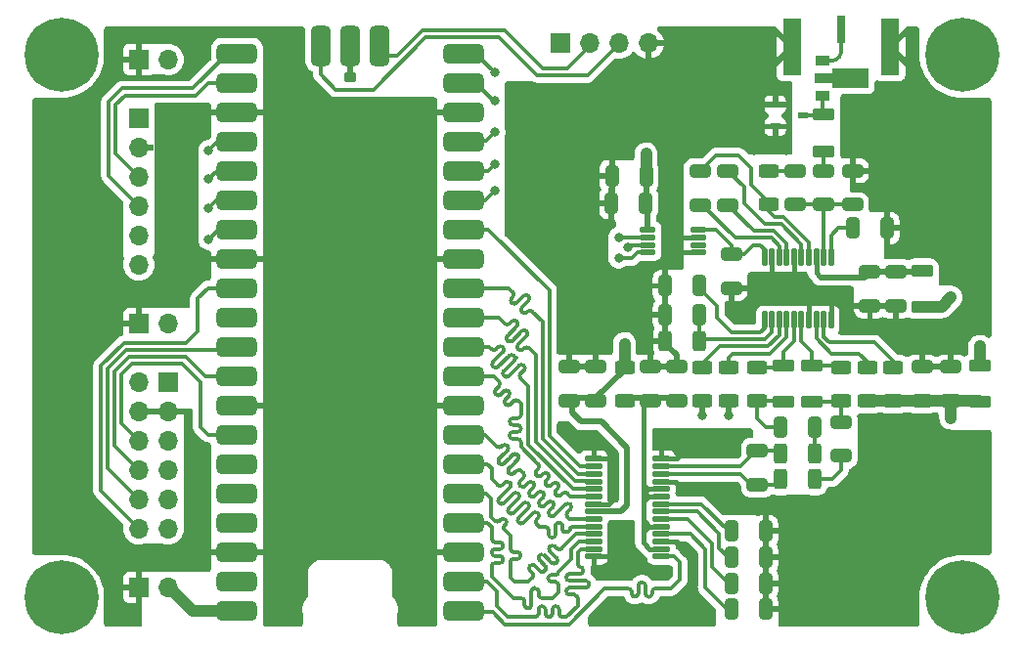
<source format=gbr>
%TF.GenerationSoftware,KiCad,Pcbnew,7.0.10*%
%TF.CreationDate,2024-02-02T00:24:17+07:00*%
%TF.ProjectId,PICO_ADC_Test,5049434f-5f41-4444-935f-546573742e6b,R0.1*%
%TF.SameCoordinates,PX72ade90PY75c75e0*%
%TF.FileFunction,Copper,L1,Top*%
%TF.FilePolarity,Positive*%
%FSLAX46Y46*%
G04 Gerber Fmt 4.6, Leading zero omitted, Abs format (unit mm)*
G04 Created by KiCad (PCBNEW 7.0.10) date 2024-02-02 00:24:17*
%MOMM*%
%LPD*%
G01*
G04 APERTURE LIST*
G04 Aperture macros list*
%AMRoundRect*
0 Rectangle with rounded corners*
0 $1 Rounding radius*
0 $2 $3 $4 $5 $6 $7 $8 $9 X,Y pos of 4 corners*
0 Add a 4 corners polygon primitive as box body*
4,1,4,$2,$3,$4,$5,$6,$7,$8,$9,$2,$3,0*
0 Add four circle primitives for the rounded corners*
1,1,$1+$1,$2,$3*
1,1,$1+$1,$4,$5*
1,1,$1+$1,$6,$7*
1,1,$1+$1,$8,$9*
0 Add four rect primitives between the rounded corners*
20,1,$1+$1,$2,$3,$4,$5,0*
20,1,$1+$1,$4,$5,$6,$7,0*
20,1,$1+$1,$6,$7,$8,$9,0*
20,1,$1+$1,$8,$9,$2,$3,0*%
%AMFreePoly0*
4,1,9,3.862500,-0.866500,0.737500,-0.866500,0.737500,-0.450000,-0.737500,-0.450000,-0.737500,0.450000,0.737500,0.450000,0.737500,0.866500,3.862500,0.866500,3.862500,-0.866500,3.862500,-0.866500,$1*%
G04 Aperture macros list end*
%TA.AperFunction,SMDPad,CuDef*%
%ADD10RoundRect,0.250000X-0.325000X-0.650000X0.325000X-0.650000X0.325000X0.650000X-0.325000X0.650000X0*%
%TD*%
%TA.AperFunction,SMDPad,CuDef*%
%ADD11RoundRect,0.250000X-0.650000X0.325000X-0.650000X-0.325000X0.650000X-0.325000X0.650000X0.325000X0*%
%TD*%
%TA.AperFunction,SMDPad,CuDef*%
%ADD12RoundRect,0.250000X0.650000X-0.325000X0.650000X0.325000X-0.650000X0.325000X-0.650000X-0.325000X0*%
%TD*%
%TA.AperFunction,SMDPad,CuDef*%
%ADD13RoundRect,0.250000X0.325000X0.650000X-0.325000X0.650000X-0.325000X-0.650000X0.325000X-0.650000X0*%
%TD*%
%TA.AperFunction,SMDPad,CuDef*%
%ADD14RoundRect,0.110000X-0.110000X-0.650000X0.110000X-0.650000X0.110000X0.650000X-0.110000X0.650000X0*%
%TD*%
%TA.AperFunction,SMDPad,CuDef*%
%ADD15RoundRect,0.250000X-0.625000X0.312500X-0.625000X-0.312500X0.625000X-0.312500X0.625000X0.312500X0*%
%TD*%
%TA.AperFunction,SMDPad,CuDef*%
%ADD16RoundRect,0.250000X0.625000X-0.312500X0.625000X0.312500X-0.625000X0.312500X-0.625000X-0.312500X0*%
%TD*%
%TA.AperFunction,SMDPad,CuDef*%
%ADD17RoundRect,0.250000X0.700000X-0.275000X0.700000X0.275000X-0.700000X0.275000X-0.700000X-0.275000X0*%
%TD*%
%TA.AperFunction,SMDPad,CuDef*%
%ADD18R,0.850000X0.600000*%
%TD*%
%TA.AperFunction,ComponentPad*%
%ADD19R,1.700000X1.700000*%
%TD*%
%TA.AperFunction,ComponentPad*%
%ADD20O,1.700000X1.700000*%
%TD*%
%TA.AperFunction,SMDPad,CuDef*%
%ADD21RoundRect,0.250000X0.312500X0.625000X-0.312500X0.625000X-0.312500X-0.625000X0.312500X-0.625000X0*%
%TD*%
%TA.AperFunction,SMDPad,CuDef*%
%ADD22RoundRect,0.250000X-0.700000X0.275000X-0.700000X-0.275000X0.700000X-0.275000X0.700000X0.275000X0*%
%TD*%
%TA.AperFunction,ComponentPad*%
%ADD23C,0.800000*%
%TD*%
%TA.AperFunction,ComponentPad*%
%ADD24C,6.400000*%
%TD*%
%TA.AperFunction,SMDPad,CuDef*%
%ADD25RoundRect,0.112500X0.587500X-0.112500X0.587500X0.112500X-0.587500X0.112500X-0.587500X-0.112500X0*%
%TD*%
%TA.AperFunction,SMDPad,CuDef*%
%ADD26RoundRect,0.112500X-0.625000X0.112500X-0.625000X-0.112500X0.625000X-0.112500X0.625000X0.112500X0*%
%TD*%
%TA.AperFunction,SMDPad,CuDef*%
%ADD27R,0.700000X2.350000*%
%TD*%
%TA.AperFunction,SMDPad,CuDef*%
%ADD28R,1.600000X4.900000*%
%TD*%
%TA.AperFunction,SMDPad,CuDef*%
%ADD29R,1.300000X0.900000*%
%TD*%
%TA.AperFunction,SMDPad,CuDef*%
%ADD30FreePoly0,0.000000*%
%TD*%
%TA.AperFunction,SMDPad,CuDef*%
%ADD31RoundRect,0.250000X-0.312500X-0.625000X0.312500X-0.625000X0.312500X0.625000X-0.312500X0.625000X0*%
%TD*%
%TA.AperFunction,SMDPad,CuDef*%
%ADD32RoundRect,0.425000X1.325000X0.425000X-1.325000X0.425000X-1.325000X-0.425000X1.325000X-0.425000X0*%
%TD*%
%TA.AperFunction,SMDPad,CuDef*%
%ADD33RoundRect,0.425000X-0.425000X1.325000X-0.425000X-1.325000X0.425000X-1.325000X0.425000X1.325000X0*%
%TD*%
%TA.AperFunction,ViaPad*%
%ADD34C,0.800000*%
%TD*%
%TA.AperFunction,Conductor*%
%ADD35C,0.500000*%
%TD*%
%TA.AperFunction,Conductor*%
%ADD36C,0.450000*%
%TD*%
%TA.AperFunction,Conductor*%
%ADD37C,0.400000*%
%TD*%
%TA.AperFunction,Conductor*%
%ADD38C,0.300000*%
%TD*%
%TA.AperFunction,Conductor*%
%ADD39C,1.000000*%
%TD*%
G04 APERTURE END LIST*
D10*
%TO.P,C13,1*%
%TO.N,Net-(IC1-VCOM)*%
X61525000Y2500000D03*
%TO.P,C13,2*%
%TO.N,GND*%
X64475000Y2500000D03*
%TD*%
D11*
%TO.P,C9,1*%
%TO.N,Net-(C9-Pad1)*%
X71000000Y18725000D03*
%TO.P,C9,2*%
%TO.N,TO_ADC_L*%
X71000000Y15775000D03*
%TD*%
D12*
%TO.P,C21,1*%
%TO.N,5VVGA*%
X78000000Y20525000D03*
%TO.P,C21,2*%
%TO.N,GND*%
X78000000Y23475000D03*
%TD*%
D13*
%TO.P,C26,1*%
%TO.N,+3.3V*%
X54112500Y40012500D03*
%TO.P,C26,2*%
%TO.N,GND*%
X51162500Y40012500D03*
%TD*%
%TO.P,C25,1*%
%TO.N,+3.3V*%
X54087500Y37662500D03*
%TO.P,C25,2*%
%TO.N,GND*%
X51137500Y37662500D03*
%TD*%
D14*
%TO.P,IC2,1,LMD*%
%TO.N,Net-(IC2-LMD)*%
X70130000Y32965000D03*
%TO.P,IC2,2,INH*%
%TO.N,Net-(IC2-INH)*%
X69490000Y32965000D03*
%TO.P,IC2,3,VPSL*%
%TO.N,5VLNA*%
X68850000Y32965000D03*
%TO.P,IC2,4,LON*%
%TO.N,Net-(IC2-LON)*%
X68210000Y32965000D03*
%TO.P,IC2,5,LOP*%
%TO.N,Net-(IC2-LOP)*%
X67570000Y32965000D03*
%TO.P,IC2,6,COML*%
%TO.N,GND*%
X66930000Y32965000D03*
%TO.P,IC2,7,VIP*%
%TO.N,Net-(IC2-VIP)*%
X66290000Y32965000D03*
%TO.P,IC2,8,VIN*%
%TO.N,Net-(IC2-VIN)*%
X65650000Y32965000D03*
%TO.P,IC2,9,MODE*%
%TO.N,GND*%
X65010000Y32965000D03*
%TO.P,IC2,10,GAIN*%
%TO.N,DAC_G*%
X64370000Y32965000D03*
%TO.P,IC2,11,VCM*%
%TO.N,Net-(IC2-VCM)*%
X64370000Y27535000D03*
%TO.P,IC2,12,RCLMP*%
%TO.N,Net-(IC2-RCLMP)*%
X65010000Y27535000D03*
%TO.P,IC2,13,HILO*%
%TO.N,Net-(IC2-HILO)*%
X65650000Y27535000D03*
%TO.P,IC2,14,VPOS*%
%TO.N,Net-(IC2-VPOS)*%
X66290000Y27535000D03*
%TO.P,IC2,15,VOH*%
%TO.N,VOH*%
X66930000Y27535000D03*
%TO.P,IC2,16,VOL*%
%TO.N,VOL*%
X67570000Y27535000D03*
%TO.P,IC2,17,COMM_1*%
%TO.N,GND*%
X68210000Y27535000D03*
%TO.P,IC2,18,ENBV*%
%TO.N,Net-(IC2-ENBV)*%
X68850000Y27535000D03*
%TO.P,IC2,19,ENBL*%
%TO.N,Net-(IC2-ENBL)*%
X69490000Y27535000D03*
%TO.P,IC2,20,COMM_2*%
%TO.N,GND*%
X70130000Y27535000D03*
%TD*%
D12*
%TO.P,C3,1*%
%TO.N,Net-(IC1-IRS)*%
X54500000Y20525000D03*
%TO.P,C3,2*%
%TO.N,GND*%
X54500000Y23475000D03*
%TD*%
D15*
%TO.P,R7,1*%
%TO.N,Net-(C6-Pad2)*%
X64750000Y40462500D03*
%TO.P,R7,2*%
%TO.N,Net-(IC2-LON)*%
X64750000Y37537500D03*
%TD*%
D12*
%TO.P,C7,1*%
%TO.N,+3.3V*%
X47500000Y20525000D03*
%TO.P,C7,2*%
%TO.N,GND*%
X47500000Y23475000D03*
%TD*%
D10*
%TO.P,C15,1*%
%TO.N,Net-(IC1-VREFT)*%
X61525000Y7000000D03*
%TO.P,C15,2*%
%TO.N,GND*%
X64475000Y7000000D03*
%TD*%
D15*
%TO.P,R1,1*%
%TO.N,+3.3V*%
X52250000Y23462500D03*
%TO.P,R1,2*%
%TO.N,Net-(IC1-IRS)*%
X52250000Y20537500D03*
%TD*%
D16*
%TO.P,R3,1*%
%TO.N,5VVGA*%
X73250000Y20537500D03*
%TO.P,R3,2*%
%TO.N,Net-(IC2-ENBV)*%
X73250000Y23462500D03*
%TD*%
D17*
%TO.P,FB4,1*%
%TO.N,5VVGA*%
X83000000Y20425000D03*
%TO.P,FB4,2*%
%TO.N,+5V*%
X83000000Y23575000D03*
%TD*%
D18*
%TO.P,D1,1*%
%TO.N,GND*%
X65300000Y46200000D03*
%TO.P,D1,2*%
X65300000Y44300000D03*
%TO.P,D1,3*%
%TO.N,Net-(U1-B)*%
X67700000Y45250000D03*
%TD*%
D12*
%TO.P,C20,1*%
%TO.N,Net-(IC1-VIN-)*%
X63750000Y13275000D03*
%TO.P,C20,2*%
%TO.N,Net-(IC1-VIN+)*%
X63750000Y16225000D03*
%TD*%
D19*
%TO.P,J4,1,Pin_1*%
%TO.N,+5V*%
X46700000Y51500000D03*
D20*
%TO.P,J4,2,Pin_2*%
%TO.N,SWCLK*%
X49240000Y51500000D03*
%TO.P,J4,3,Pin_3*%
%TO.N,SWDIO*%
X51780000Y51500000D03*
%TO.P,J4,4,Pin_4*%
%TO.N,GND*%
X54320000Y51500000D03*
%TD*%
D17*
%TO.P,FB5,1*%
%TO.N,+5V*%
X78000000Y28700000D03*
%TO.P,FB5,2*%
%TO.N,5VLNA*%
X78000000Y31850000D03*
%TD*%
D12*
%TO.P,C8,1*%
%TO.N,+3.3V*%
X49750000Y20525000D03*
%TO.P,C8,2*%
%TO.N,GND*%
X49750000Y23475000D03*
%TD*%
D19*
%TO.P,J2,1,Pin_1*%
%TO.N,GND*%
X10210000Y27250000D03*
D20*
%TO.P,J2,2,Pin_2*%
%TO.N,+5V*%
X12750000Y27250000D03*
%TD*%
D21*
%TO.P,R9,1*%
%TO.N,Net-(IC2-RCLMP)*%
X58712500Y25750000D03*
%TO.P,R9,2*%
%TO.N,GND*%
X55787500Y25750000D03*
%TD*%
D22*
%TO.P,FB3,1*%
%TO.N,VOL*%
X68500000Y23575000D03*
%TO.P,FB3,2*%
%TO.N,Net-(C9-Pad1)*%
X68500000Y20425000D03*
%TD*%
D12*
%TO.P,C4,1*%
%TO.N,Net-(IC1-IRS)*%
X56750000Y20525000D03*
%TO.P,C4,2*%
%TO.N,GND*%
X56750000Y23475000D03*
%TD*%
D22*
%TO.P,FB1,1*%
%TO.N,VOH*%
X66000000Y23575000D03*
%TO.P,FB1,2*%
%TO.N,Net-(C2-Pad1)*%
X66000000Y20425000D03*
%TD*%
D11*
%TO.P,C23,1*%
%TO.N,5VLNA*%
X75750000Y31725000D03*
%TO.P,C23,2*%
%TO.N,GND*%
X75750000Y28775000D03*
%TD*%
D23*
%TO.P,REF\u002A\u002A,1*%
%TO.N,N/C*%
X79100000Y3500000D03*
X79802944Y5197056D03*
X79802944Y1802944D03*
X81500000Y5900000D03*
D24*
X81500000Y3500000D03*
D23*
X81500000Y1100000D03*
X83197056Y5197056D03*
X83197056Y1802944D03*
X83900000Y3500000D03*
%TD*%
D19*
%TO.P,J3,1,Pin_1*%
%TO.N,+3.3V*%
X10210000Y45030000D03*
D20*
%TO.P,J3,2,Pin_2*%
%TO.N,GND*%
X10210000Y42490000D03*
%TO.P,J3,3,Pin_3*%
%TO.N,GPIO17*%
X10210000Y39950000D03*
%TO.P,J3,4,Pin_4*%
%TO.N,GPIO16*%
X10210000Y37410000D03*
%TO.P,J3,5,Pin_5*%
%TO.N,GPIO12*%
X10210000Y34870000D03*
%TO.P,J3,6,Pin_6*%
%TO.N,GPIO11*%
X10210000Y32330000D03*
%TD*%
D13*
%TO.P,C17,1*%
%TO.N,Net-(IC2-RCLMP)*%
X58725000Y28000000D03*
%TO.P,C17,2*%
%TO.N,GND*%
X55775000Y28000000D03*
%TD*%
D25*
%TO.P,IC3,1,VDD*%
%TO.N,+3.3V*%
X54250000Y35350000D03*
%TO.P,IC3,2,~{CS}*%
%TO.N,CS*%
X54250000Y34700000D03*
%TO.P,IC3,3,SCK*%
%TO.N,SCLK*%
X54250000Y34050000D03*
%TO.P,IC3,4,SDI*%
%TO.N,MOSI*%
X54250000Y33400000D03*
%TO.P,IC3,5,~{LDAC}*%
%TO.N,GND*%
X58650000Y33400000D03*
%TO.P,IC3,6,VOUTB*%
%TO.N,unconnected-(IC3-VOUTB-Pad6)*%
X58650000Y34050000D03*
%TO.P,IC3,7,VSS*%
%TO.N,GND*%
X58650000Y34700000D03*
%TO.P,IC3,8,VOUTA*%
%TO.N,DAC_G*%
X58650000Y35350000D03*
%TD*%
D11*
%TO.P,C10,1*%
%TO.N,Net-(IC2-LON)*%
X58800000Y40450000D03*
%TO.P,C10,2*%
%TO.N,Net-(IC2-VIN)*%
X58800000Y37500000D03*
%TD*%
D23*
%TO.P,REF\u002A\u002A,1*%
%TO.N,N/C*%
X1100000Y3500000D03*
X1802944Y5197056D03*
X1802944Y1802944D03*
X3500000Y5900000D03*
D24*
X3500000Y3500000D03*
D23*
X3500000Y1100000D03*
X5197056Y5197056D03*
X5197056Y1802944D03*
X5900000Y3500000D03*
%TD*%
D11*
%TO.P,C5,1*%
%TO.N,Net-(C5-Pad1)*%
X69500000Y40475000D03*
%TO.P,C5,2*%
%TO.N,Net-(IC2-INH)*%
X69500000Y37525000D03*
%TD*%
D26*
%TO.P,IC1,1,CLK*%
%TO.N,ADC_CLK*%
X55438000Y7062500D03*
%TO.P,IC1,2,VDDA_1*%
%TO.N,Net-(IC1-IRS)*%
X55438000Y7712500D03*
%TO.P,IC1,3,VSSA_1*%
%TO.N,GND*%
X55438000Y8362500D03*
%TO.P,IC1,4,VCOM*%
%TO.N,Net-(IC1-VCOM)*%
X55438000Y9012500D03*
%TO.P,IC1,5,IRS*%
%TO.N,Net-(IC1-IRS)*%
X55438000Y9662500D03*
%TO.P,IC1,6,VREF*%
%TO.N,Net-(IC1-VREF)*%
X55438000Y10312500D03*
%TO.P,IC1,7,VREFT*%
%TO.N,Net-(IC1-VREFT)*%
X55438000Y10962500D03*
%TO.P,IC1,8,VREFB*%
%TO.N,Net-(IC1-VREFB)*%
X55438000Y11612500D03*
%TO.P,IC1,9,VDDA_2*%
%TO.N,Net-(IC1-IRS)*%
X55438000Y12262500D03*
%TO.P,IC1,10,VDDA_3*%
X55438000Y12912500D03*
%TO.P,IC1,11,VSSA_2*%
%TO.N,GND*%
X55438000Y13562500D03*
%TO.P,IC1,12,VIN-*%
%TO.N,Net-(IC1-VIN-)*%
X55438000Y14212500D03*
%TO.P,IC1,13,VIN+*%
%TO.N,Net-(IC1-VIN+)*%
X55438000Y14862500D03*
%TO.P,IC1,14,VSSA_3*%
%TO.N,GND*%
X55438000Y15512500D03*
%TO.P,IC1,15,DF*%
X49562000Y15512500D03*
%TO.P,IC1,16,D9*%
%TO.N,D9*%
X49562000Y14862500D03*
%TO.P,IC1,17,D8*%
%TO.N,D8*%
X49562000Y14212500D03*
%TO.P,IC1,18,D7*%
%TO.N,D7*%
X49562000Y13562500D03*
%TO.P,IC1,19,D6*%
%TO.N,D6*%
X49562000Y12912500D03*
%TO.P,IC1,20,D5*%
%TO.N,D5*%
X49562000Y12262500D03*
%TO.P,IC1,21,VSSIO*%
%TO.N,GND*%
X49562000Y11612500D03*
%TO.P,IC1,22,VDDIO*%
%TO.N,+3.3V*%
X49562000Y10962500D03*
%TO.P,IC1,23,D4*%
%TO.N,D4*%
X49562000Y10312500D03*
%TO.P,IC1,24,D3*%
%TO.N,D3*%
X49562000Y9662500D03*
%TO.P,IC1,25,D2*%
%TO.N,D2*%
X49562000Y9012500D03*
%TO.P,IC1,26,D1*%
%TO.N,D1*%
X49562000Y8362500D03*
%TO.P,IC1,27,D0*%
%TO.N,D0*%
X49562000Y7712500D03*
%TO.P,IC1,28,STBY*%
%TO.N,GND*%
X49562000Y7062500D03*
%TD*%
D11*
%TO.P,C11,1*%
%TO.N,Net-(IC2-LOP)*%
X61200000Y40450000D03*
%TO.P,C11,2*%
%TO.N,Net-(IC2-VIP)*%
X61200000Y37500000D03*
%TD*%
D27*
%TO.P,J1,1,1*%
%TO.N,Net-(U1-A)*%
X71000000Y52750000D03*
D28*
%TO.P,J1,2,2*%
%TO.N,GND*%
X75250000Y51175000D03*
X66750000Y51175000D03*
%TD*%
D12*
%TO.P,C6,1*%
%TO.N,Net-(IC2-INH)*%
X67000000Y37525000D03*
%TO.P,C6,2*%
%TO.N,Net-(C6-Pad2)*%
X67000000Y40475000D03*
%TD*%
D23*
%TO.P,REF\u002A\u002A,1*%
%TO.N,N/C*%
X1100000Y50500000D03*
X1802944Y52197056D03*
X1802944Y48802944D03*
X3500000Y52900000D03*
D24*
X3500000Y50500000D03*
D23*
X3500000Y48100000D03*
X5197056Y52197056D03*
X5197056Y48802944D03*
X5900000Y50500000D03*
%TD*%
D29*
%TO.P,U1,1,A*%
%TO.N,Net-(U1-A)*%
X69412500Y50000000D03*
D30*
%TO.P,U1,2,COM*%
%TO.N,unconnected-(U1-COM-Pad2)*%
X69500000Y48500000D03*
D29*
%TO.P,U1,3,B*%
%TO.N,Net-(U1-B)*%
X69412500Y47000000D03*
%TD*%
D12*
%TO.P,C22,1*%
%TO.N,5VVGA*%
X80500000Y20525000D03*
%TO.P,C22,2*%
%TO.N,GND*%
X80500000Y23475000D03*
%TD*%
D11*
%TO.P,C24,1*%
%TO.N,5VLNA*%
X73500000Y31725000D03*
%TO.P,C24,2*%
%TO.N,GND*%
X73500000Y28775000D03*
%TD*%
D22*
%TO.P,FB2,1*%
%TO.N,Net-(U1-B)*%
X69500000Y45325000D03*
%TO.P,FB2,2*%
%TO.N,Net-(C5-Pad1)*%
X69500000Y42175000D03*
%TD*%
D12*
%TO.P,C12,1*%
%TO.N,Net-(IC2-INH)*%
X72000000Y37525000D03*
%TO.P,C12,2*%
%TO.N,GND*%
X72000000Y40475000D03*
%TD*%
D19*
%TO.P,J5,1,Pin_1*%
%TO.N,GND*%
X10210000Y50120000D03*
D20*
%TO.P,J5,2,Pin_2*%
%TO.N,+5V*%
X12750000Y50120000D03*
%TD*%
D16*
%TO.P,R5,1*%
%TO.N,5VVGA*%
X61250000Y20537500D03*
%TO.P,R5,2*%
%TO.N,Net-(IC2-VPOS)*%
X61250000Y23462500D03*
%TD*%
D31*
%TO.P,R10,1*%
%TO.N,Net-(IC1-VIN-)*%
X65787500Y13750000D03*
%TO.P,R10,2*%
%TO.N,TO_ADC_L*%
X68712500Y13750000D03*
%TD*%
D11*
%TO.P,C18,1*%
%TO.N,DAC_G*%
X61500000Y33225000D03*
%TO.P,C18,2*%
%TO.N,GND*%
X61500000Y30275000D03*
%TD*%
D10*
%TO.P,C16,1*%
%TO.N,Net-(IC1-VREFB)*%
X61525000Y9250000D03*
%TO.P,C16,2*%
%TO.N,GND*%
X64475000Y9250000D03*
%TD*%
D19*
%TO.P,J7,1,Pin_1*%
%TO.N,GND*%
X10210000Y4390000D03*
D20*
%TO.P,J7,2,Pin_2*%
%TO.N,+5V*%
X12750000Y4390000D03*
%TD*%
D16*
%TO.P,R6,1*%
%TO.N,5VVGA*%
X59000000Y20537500D03*
%TO.P,R6,2*%
%TO.N,Net-(IC2-HILO)*%
X59000000Y23462500D03*
%TD*%
D15*
%TO.P,R4,1*%
%TO.N,VOH*%
X63750000Y23462500D03*
%TO.P,R4,2*%
%TO.N,Net-(C2-Pad1)*%
X63750000Y20537500D03*
%TD*%
%TO.P,R8,1*%
%TO.N,VOL*%
X71000000Y23462500D03*
%TO.P,R8,2*%
%TO.N,Net-(C9-Pad1)*%
X71000000Y20537500D03*
%TD*%
D32*
%TO.P,U2,1,GPIO0*%
%TO.N,ADC_CLK*%
X38290000Y2370000D03*
%TO.P,U2,2,GPIO1*%
%TO.N,D0*%
X38290000Y4910000D03*
%TO.P,U2,3,GND*%
%TO.N,GND*%
X38290000Y7450000D03*
%TO.P,U2,4,GPIO2*%
%TO.N,D1*%
X38290000Y9990000D03*
%TO.P,U2,5,GPIO3*%
%TO.N,D2*%
X38290000Y12530000D03*
%TO.P,U2,6,GPIO4*%
%TO.N,D3*%
X38290000Y15070000D03*
%TO.P,U2,7,GPIO5*%
%TO.N,D4*%
X38290000Y17610000D03*
%TO.P,U2,8,GND*%
%TO.N,GND*%
X38290000Y20150000D03*
%TO.P,U2,9,GPIO6*%
%TO.N,D5*%
X38290000Y22690000D03*
%TO.P,U2,10,GPIO7*%
%TO.N,D6*%
X38290000Y25230000D03*
%TO.P,U2,11,GPIO8*%
%TO.N,D7*%
X38290000Y27770000D03*
%TO.P,U2,12,GPIO9*%
%TO.N,D8*%
X38290000Y30310000D03*
%TO.P,U2,13,GND*%
%TO.N,GND*%
X38290000Y32850000D03*
%TO.P,U2,14,GPIO10*%
%TO.N,D9*%
X38290000Y35390000D03*
%TO.P,U2,15,GPIO11*%
%TO.N,GPIO11*%
X38290000Y37930000D03*
%TO.P,U2,16,GPIO12*%
%TO.N,GPIO12*%
X38290000Y40470000D03*
%TO.P,U2,17,GPIO13*%
%TO.N,CS*%
X38290000Y43010000D03*
%TO.P,U2,18,GND*%
%TO.N,GND*%
X38290000Y45550000D03*
%TO.P,U2,19,GPIO14*%
%TO.N,SCLK*%
X38290000Y48090000D03*
%TO.P,U2,20,GPIO15*%
%TO.N,MOSI*%
X38290000Y50630000D03*
%TO.P,U2,21,GPIO16*%
%TO.N,GPIO16*%
X18710000Y50630000D03*
%TO.P,U2,22,GPIO17*%
%TO.N,GPIO17*%
X18710000Y48090000D03*
%TO.P,U2,23,GND*%
%TO.N,GND*%
X18710000Y45550000D03*
%TO.P,U2,24,GPIO18*%
%TO.N,GPIO18*%
X18710000Y43010000D03*
%TO.P,U2,25,GPIO19*%
%TO.N,GPIO19*%
X18710000Y40470000D03*
%TO.P,U2,26,GPIO20*%
%TO.N,GPIO20*%
X18710000Y37930000D03*
%TO.P,U2,27,GPIO21*%
%TO.N,GPIO21*%
X18710000Y35390000D03*
%TO.P,U2,28,GND*%
%TO.N,GND*%
X18710000Y32850000D03*
%TO.P,U2,29,GPIO22*%
%TO.N,GPIO22*%
X18710000Y30310000D03*
%TO.P,U2,30,RUN*%
%TO.N,unconnected-(U2-RUN-Pad30)*%
X18710000Y27770000D03*
%TO.P,U2,31,GPIO26_ADC0*%
%TO.N,GPIO26*%
X18710000Y25230000D03*
%TO.P,U2,32,GPIO27_ADC1*%
%TO.N,GPIO27*%
X18710000Y22690000D03*
%TO.P,U2,33,AGND*%
%TO.N,GND*%
X18710000Y20150000D03*
%TO.P,U2,34,GPIO28_ADC2*%
%TO.N,GPIO28*%
X18710000Y17610000D03*
%TO.P,U2,35,ADC_VREF*%
%TO.N,unconnected-(U2-ADC_VREF-Pad35)*%
X18710000Y15070000D03*
%TO.P,U2,36,3V3*%
%TO.N,unconnected-(U2-3V3-Pad36)*%
X18710000Y12530000D03*
%TO.P,U2,37,3V3_EN*%
%TO.N,unconnected-(U2-3V3_EN-Pad37)*%
X18710000Y9990000D03*
%TO.P,U2,38,GND*%
%TO.N,GND*%
X18710000Y7450000D03*
%TO.P,U2,39,VSYS*%
%TO.N,unconnected-(U2-VSYS-Pad39)*%
X18710000Y4910000D03*
%TO.P,U2,40,VBUS*%
%TO.N,+5V*%
X18710000Y2370000D03*
D33*
%TO.P,U2,41,SWCLK*%
%TO.N,SWCLK*%
X31040000Y51300000D03*
%TO.P,U2,42,GND*%
%TO.N,GND*%
X28500000Y51300000D03*
%TO.P,U2,43,SWDIO*%
%TO.N,SWDIO*%
X25960000Y51300000D03*
%TD*%
D23*
%TO.P,REF\u002A\u002A,1*%
%TO.N,N/C*%
X79100000Y50500000D03*
X79802944Y52197056D03*
X79802944Y48802944D03*
X81500000Y52900000D03*
D24*
X81500000Y50500000D03*
D23*
X81500000Y48100000D03*
X83197056Y52197056D03*
X83197056Y48802944D03*
X83900000Y50500000D03*
%TD*%
D13*
%TO.P,C19,1*%
%TO.N,Net-(IC2-VCM)*%
X58725000Y30500000D03*
%TO.P,C19,2*%
%TO.N,GND*%
X55775000Y30500000D03*
%TD*%
D10*
%TO.P,C14,1*%
%TO.N,Net-(IC1-VREF)*%
X61525000Y4750000D03*
%TO.P,C14,2*%
%TO.N,GND*%
X64475000Y4750000D03*
%TD*%
D31*
%TO.P,R11,1*%
%TO.N,Net-(IC1-VIN+)*%
X65787500Y16000000D03*
%TO.P,R11,2*%
%TO.N,TO_ADC_H*%
X68712500Y16000000D03*
%TD*%
D10*
%TO.P,C2,1*%
%TO.N,Net-(C2-Pad1)*%
X65775000Y18250000D03*
%TO.P,C2,2*%
%TO.N,TO_ADC_H*%
X68725000Y18250000D03*
%TD*%
D16*
%TO.P,R2,1*%
%TO.N,5VVGA*%
X75500000Y20537500D03*
%TO.P,R2,2*%
%TO.N,Net-(IC2-ENBL)*%
X75500000Y23462500D03*
%TD*%
D19*
%TO.P,J6,1,Pin_1*%
%TO.N,+3.3V*%
X12750000Y22170000D03*
D20*
%TO.P,J6,2,Pin_2*%
X10210000Y22170000D03*
%TO.P,J6,3,Pin_3*%
%TO.N,GND*%
X12750000Y19630000D03*
%TO.P,J6,4,Pin_4*%
X10210000Y19630000D03*
%TO.P,J6,5,Pin_5*%
%TO.N,GPIO21*%
X12750000Y17090000D03*
%TO.P,J6,6,Pin_6*%
%TO.N,GPIO28*%
X10210000Y17090000D03*
%TO.P,J6,7,Pin_7*%
%TO.N,GPIO20*%
X12750000Y14550000D03*
%TO.P,J6,8,Pin_8*%
%TO.N,GPIO27*%
X10210000Y14550000D03*
%TO.P,J6,9,Pin_9*%
%TO.N,GPIO19*%
X12750000Y12010000D03*
%TO.P,J6,10,Pin_10*%
%TO.N,GPIO26*%
X10210000Y12010000D03*
%TO.P,J6,11,Pin_11*%
%TO.N,GPIO18*%
X12750000Y9470000D03*
%TO.P,J6,12,Pin_12*%
%TO.N,GPIO22*%
X10210000Y9470000D03*
%TD*%
D13*
%TO.P,C1,1*%
%TO.N,GND*%
X74975000Y35500000D03*
%TO.P,C1,2*%
%TO.N,Net-(IC2-LMD)*%
X72025000Y35500000D03*
%TD*%
D34*
%TO.N,GND*%
X59500000Y13000000D03*
X1500000Y10690000D03*
X83500000Y38630000D03*
X63500000Y42250000D03*
X56500000Y32500000D03*
X57250000Y16000000D03*
X83500000Y28470000D03*
X83500000Y41170000D03*
X21750000Y50000000D03*
X74500000Y26750000D03*
X52750000Y27500000D03*
X70040000Y1500000D03*
X59250000Y16000000D03*
X26000000Y28500000D03*
X1500000Y38630000D03*
X66000000Y7000000D03*
X30750000Y10500000D03*
X60250000Y52500000D03*
X63750000Y44250000D03*
X77750000Y48250000D03*
X49500000Y17250000D03*
X72580000Y1500000D03*
X30750000Y33500000D03*
X61250000Y17750000D03*
X45250000Y32250000D03*
X42750000Y34750000D03*
X74250000Y37500000D03*
X64000000Y52500000D03*
X55750000Y3000000D03*
X66750000Y29750000D03*
X83500000Y31010000D03*
X1500000Y33550000D03*
X1500000Y23390000D03*
X64000000Y50750000D03*
X83500000Y43710000D03*
X21750000Y1500000D03*
X74250000Y40500000D03*
X51250000Y9500000D03*
X71500000Y45750000D03*
X35250000Y46250000D03*
X83500000Y17500000D03*
X49500000Y1500000D03*
X73000000Y16750000D03*
X26250000Y20750000D03*
X52750000Y5750000D03*
X58150000Y6000000D03*
X69500000Y11750000D03*
X21750000Y20750000D03*
X35000000Y1500000D03*
X43000000Y37250000D03*
X66000000Y9250000D03*
X1500000Y46250000D03*
X83500000Y33550000D03*
X30750000Y46250000D03*
X51250000Y15512500D03*
X78250000Y18750000D03*
X77250000Y1500000D03*
X78000000Y7750000D03*
X76750000Y46500000D03*
X56750000Y52500000D03*
X30750000Y37500000D03*
X1500000Y31010000D03*
X63750000Y29750000D03*
X57250000Y7912500D03*
X54500000Y48500000D03*
X1500000Y13230000D03*
X58150000Y3750000D03*
X61500000Y11250000D03*
X81000000Y25250000D03*
X51000000Y3000000D03*
X1500000Y25930000D03*
X26000000Y23750000D03*
X50500000Y45250000D03*
X21750000Y38670000D03*
X1500000Y8150000D03*
X50250000Y5750000D03*
X71250000Y29750000D03*
X1500000Y20850000D03*
X75750000Y18750000D03*
X21750000Y47000000D03*
X68250000Y29750000D03*
X75120000Y1500000D03*
X56500000Y34000000D03*
X21750000Y33590000D03*
X66000000Y2500000D03*
X55300000Y17700000D03*
X21750000Y23750000D03*
X83500000Y36090000D03*
X61500000Y13000000D03*
X63750000Y46250000D03*
X57250000Y13000000D03*
X66250000Y42250000D03*
X77000000Y33500000D03*
X26250000Y10500000D03*
X48750000Y25250000D03*
X52750000Y30000000D03*
X30750000Y40750000D03*
X55500000Y5750000D03*
X83500000Y46250000D03*
X30750000Y28500000D03*
X35000000Y5510000D03*
X26000000Y40500000D03*
X76500000Y25000000D03*
X44950000Y37250000D03*
X51250000Y12512500D03*
X83500000Y14960000D03*
X1500000Y15770000D03*
X52750000Y1500000D03*
X64000000Y48750000D03*
X1500000Y36090000D03*
X50500000Y25250000D03*
X79500000Y27250000D03*
X65500000Y11750000D03*
X35000000Y15670000D03*
X73000000Y18750000D03*
X21750000Y5510000D03*
X69750000Y29750000D03*
X71500000Y42000000D03*
X60250000Y43250000D03*
X47000000Y29850000D03*
X47000000Y18250000D03*
X35000000Y10590000D03*
X21750000Y10590000D03*
X54750000Y45250000D03*
X83500000Y7750000D03*
X83500000Y12420000D03*
X52750000Y8250000D03*
X80250000Y46500000D03*
X56500000Y42500000D03*
X30750000Y15750000D03*
X21750000Y43750000D03*
X83500000Y9880000D03*
X21750000Y15670000D03*
X59750000Y1500000D03*
X55750000Y1500000D03*
X80750000Y7750000D03*
X77250000Y52500000D03*
X35000000Y20750000D03*
X30750000Y20750000D03*
X71750000Y26750000D03*
X47000000Y25250000D03*
X56500000Y38500000D03*
X1500000Y28470000D03*
X72000000Y13750000D03*
X66000000Y4750000D03*
X63000000Y17750000D03*
X1500000Y18310000D03*
X52750000Y9500000D03*
X57250000Y17750000D03*
X77000000Y35500000D03*
X73250000Y46500000D03*
X21750000Y28510000D03*
X1500000Y41170000D03*
X61250000Y16000000D03*
X67500000Y1500000D03*
X59250000Y17750000D03*
X1500000Y43710000D03*
X26250000Y15750000D03*
X51250000Y8250000D03*
X65250000Y29750000D03*
X61500000Y28500000D03*
X28500000Y48550000D03*
X56500000Y35500000D03*
X35000000Y23750000D03*
X26000000Y33500000D03*
X43750000Y39400000D03*
%TO.N,+3.3V*%
X54112500Y41937500D03*
X52250000Y25500000D03*
%TO.N,5VVGA*%
X59000000Y19250000D03*
X61250000Y19250000D03*
X80500000Y19050000D03*
%TO.N,+5V*%
X83000000Y25250000D03*
X80500000Y29500000D03*
%TO.N,GPIO21*%
X16250000Y34500000D03*
%TO.N,GPIO18*%
X16250000Y42250000D03*
%TO.N,GPIO19*%
X16250000Y39750000D03*
%TO.N,GPIO11*%
X41000000Y38750000D03*
%TO.N,GPIO12*%
X41000000Y41000000D03*
%TO.N,GPIO20*%
X16250000Y37250000D03*
%TO.N,CS*%
X41050000Y43800000D03*
X51750000Y34700000D03*
%TO.N,SCLK*%
X52550000Y33800000D03*
X41000000Y46500000D03*
%TO.N,MOSI*%
X51750000Y32900000D03*
X40995000Y49000000D03*
%TD*%
D35*
%TO.N,GND*%
X57250000Y16000000D02*
X57250000Y16250000D01*
X57237500Y13000000D02*
X57000000Y12762500D01*
D36*
X50850000Y11612500D02*
X51250000Y12012500D01*
D37*
X65010000Y32965000D02*
X65010000Y31260000D01*
X68210000Y29710000D02*
X68210000Y27535000D01*
X66930000Y32965000D02*
X66930000Y31070000D01*
D36*
X49562000Y17188000D02*
X49500000Y17250000D01*
D35*
X51250000Y12012500D02*
X51250000Y12512500D01*
D36*
X56800000Y8362500D02*
X55438000Y8362500D01*
X58650000Y33400000D02*
X57200000Y33400000D01*
D37*
X68250000Y29750000D02*
X68210000Y29710000D01*
X70130000Y29370000D02*
X70130000Y27535000D01*
D36*
X49562000Y11612500D02*
X50850000Y11612500D01*
X49562000Y7062500D02*
X49562000Y6062000D01*
X49562000Y15512500D02*
X51250000Y15512500D01*
X55438000Y15512500D02*
X55438000Y16688000D01*
D35*
X55438000Y16688000D02*
X55500000Y16750000D01*
X55787500Y25750000D02*
X55787500Y25462500D01*
X55787500Y25462500D02*
X56750000Y24500000D01*
D36*
X58650000Y34700000D02*
X56750000Y34700000D01*
X56762500Y15512500D02*
X57250000Y16000000D01*
X56687500Y13562500D02*
X55438000Y13562500D01*
X55438000Y15512500D02*
X56762500Y15512500D01*
X57250000Y7912500D02*
X56800000Y8362500D01*
D35*
X56700000Y34650000D02*
X56750000Y34700000D01*
X56750000Y24500000D02*
X56750000Y23475000D01*
D36*
X57250000Y13000000D02*
X56687500Y13562500D01*
D35*
X57250000Y13000000D02*
X57237500Y13000000D01*
D36*
X49562000Y15512500D02*
X49562000Y17188000D01*
X49562000Y7062500D02*
X51312500Y7062500D01*
D35*
X51312500Y7062500D02*
X52000000Y7750000D01*
D37*
X69750000Y29750000D02*
X70130000Y29370000D01*
D38*
%TO.N,Net-(IC2-LMD)*%
X70130000Y32965000D02*
X70130000Y34880000D01*
X70130000Y34880000D02*
X70750000Y35500000D01*
X70750000Y35500000D02*
X72025000Y35500000D01*
%TO.N,Net-(C2-Pad1)*%
X65775000Y18250000D02*
X64500000Y18250000D01*
X63750000Y19000000D02*
X63750000Y20537500D01*
X63750000Y20537500D02*
X65887500Y20537500D01*
X64500000Y18250000D02*
X63750000Y19000000D01*
X65887500Y20537500D02*
X66000000Y20425000D01*
%TO.N,TO_ADC_H*%
X68712500Y18237500D02*
X68712500Y16000000D01*
X68725000Y18250000D02*
X68712500Y18237500D01*
D35*
%TO.N,Net-(IC1-IRS)*%
X54500000Y20775000D02*
X56750000Y20775000D01*
D36*
X53912500Y12912500D02*
X53900000Y12900000D01*
X54450000Y9662500D02*
X53962500Y9662500D01*
X54150000Y9662500D02*
X53900000Y9912500D01*
X54263000Y12912500D02*
X53975500Y13200000D01*
X54000000Y12600000D02*
X54075000Y12675000D01*
X53900000Y9600000D02*
X53900000Y9912500D01*
X55438000Y12262500D02*
X54400000Y12262500D01*
D35*
X54500000Y20775000D02*
X54487500Y20787500D01*
D36*
X54350000Y12912500D02*
X54312500Y12912500D01*
X54400000Y12262500D02*
X54312500Y12262500D01*
X53900000Y20175000D02*
X54500000Y20775000D01*
X54075000Y12675000D02*
X53900000Y12500000D01*
X54400000Y12262500D02*
X53937500Y12262500D01*
X53937500Y12262500D02*
X53900000Y12300000D01*
X54312500Y12262500D02*
X53900000Y11850000D01*
X54437500Y9662500D02*
X53900000Y10200000D01*
X53962500Y9662500D02*
X53900000Y9600000D01*
X54312500Y12912500D02*
X54075000Y12675000D01*
X54400000Y12262500D02*
X54337500Y12262500D01*
X54437500Y7712500D02*
X55438000Y7712500D01*
X55438000Y12912500D02*
X54350000Y12912500D01*
X53900000Y12500000D02*
X53900000Y20175000D01*
D35*
X54487500Y20787500D02*
X52250000Y20787500D01*
D36*
X53900000Y9200000D02*
X53900000Y8250000D01*
X53900000Y8250000D02*
X54437500Y7712500D01*
X55438000Y9662500D02*
X54450000Y9662500D01*
X54350000Y12912500D02*
X54263000Y12912500D01*
X53900000Y10200000D02*
X53900000Y11850000D01*
X54350000Y12912500D02*
X53912500Y12912500D01*
X54362500Y9662500D02*
X53900000Y9200000D01*
X53900000Y9912500D02*
X53900000Y10200000D01*
X54450000Y9662500D02*
X54362500Y9662500D01*
X54450000Y9662500D02*
X54150000Y9662500D01*
X53900000Y11850000D02*
X53900000Y12500000D01*
X54337500Y12262500D02*
X54000000Y12600000D01*
X54450000Y9662500D02*
X54437500Y9662500D01*
X53900000Y9912500D02*
X53900000Y9200000D01*
D38*
%TO.N,Net-(C5-Pad1)*%
X69500000Y42175000D02*
X69500000Y40475000D01*
%TO.N,Net-(IC2-INH)*%
X69500000Y37525000D02*
X72000000Y37525000D01*
X69490000Y32965000D02*
X69490000Y37515000D01*
X69490000Y37515000D02*
X69500000Y37525000D01*
X67000000Y37525000D02*
X69500000Y37525000D01*
%TO.N,Net-(C6-Pad2)*%
X64506250Y40462500D02*
X66743750Y40462500D01*
D35*
%TO.N,+3.3V*%
X52250000Y23250000D02*
X49775000Y20775000D01*
X54087500Y37662500D02*
X54412500Y37337500D01*
X51962500Y10962500D02*
X49562000Y10962500D01*
X52500000Y11500000D02*
X51962500Y10962500D01*
X54250000Y37500000D02*
X54250000Y35350000D01*
X47500000Y20775000D02*
X47750000Y20525000D01*
X52500000Y16500000D02*
X52500000Y11500000D01*
X54112500Y37687500D02*
X54087500Y37662500D01*
X54112500Y40012500D02*
X54112500Y37687500D01*
X47750000Y19500000D02*
X48500000Y18750000D01*
X48500000Y18750000D02*
X50250000Y18750000D01*
X54087500Y37662500D02*
X54250000Y37500000D01*
D39*
X52250000Y25500000D02*
X52250000Y23712500D01*
X54112500Y40012500D02*
X54112500Y41937500D01*
D35*
X52250000Y23712500D02*
X52250000Y23250000D01*
X47750000Y20525000D02*
X47750000Y19500000D01*
X50250000Y18750000D02*
X52500000Y16500000D01*
X49775000Y20775000D02*
X47500000Y20775000D01*
D38*
%TO.N,Net-(C9-Pad1)*%
X70887500Y20425000D02*
X71000000Y20537500D01*
X68500000Y20425000D02*
X70887500Y20425000D01*
X71000000Y20425000D02*
X71000000Y18725000D01*
X68500000Y20425000D02*
X71000000Y20425000D01*
%TO.N,TO_ADC_L*%
X71000000Y15775000D02*
X71000000Y14500000D01*
X70250000Y13750000D02*
X68712500Y13750000D01*
X71000000Y14500000D02*
X70250000Y13750000D01*
%TO.N,Net-(IC2-LON)*%
X60150000Y41800000D02*
X58800000Y40450000D01*
X63250000Y39250000D02*
X63250000Y40700000D01*
X64750000Y37750000D02*
X63250000Y39250000D01*
X68210000Y34290000D02*
X66025000Y36475000D01*
X64750000Y37537500D02*
X64750000Y37750000D01*
X65250000Y36475000D02*
X64750000Y36975000D01*
X63250000Y40700000D02*
X62150000Y41800000D01*
X66025000Y36475000D02*
X65250000Y36475000D01*
X68210000Y32965000D02*
X68210000Y34290000D01*
X64750000Y36975000D02*
X64750000Y37537500D01*
X62150000Y41800000D02*
X60150000Y41800000D01*
%TO.N,Net-(IC2-VIN)*%
X59000000Y37500000D02*
X58800000Y37500000D01*
X65650000Y32965000D02*
X65650000Y33950000D01*
X65650000Y33950000D02*
X64950000Y34650000D01*
X61850000Y34650000D02*
X59000000Y37500000D01*
X64950000Y34650000D02*
X61850000Y34650000D01*
%TO.N,Net-(IC2-LOP)*%
X64375000Y35850000D02*
X62600000Y37625000D01*
X62600000Y39050000D02*
X61200000Y40450000D01*
X62600000Y37625000D02*
X62600000Y39050000D01*
X65800000Y35850000D02*
X64375000Y35850000D01*
X67570000Y34080000D02*
X65800000Y35850000D01*
X67570000Y32965000D02*
X67570000Y34080000D01*
%TO.N,Net-(IC2-VIP)*%
X66290000Y34160000D02*
X65200000Y35250000D01*
X65200000Y35250000D02*
X63450000Y35250000D01*
X66290000Y32965000D02*
X66290000Y34160000D01*
X63450000Y35250000D02*
X61200000Y37500000D01*
%TO.N,Net-(IC1-VCOM)*%
X57937500Y9012500D02*
X59250000Y7700000D01*
X59250000Y4350000D02*
X61100000Y2500000D01*
X55438000Y9012500D02*
X57937500Y9012500D01*
X61100000Y2500000D02*
X61525000Y2500000D01*
X59250000Y7700000D02*
X59250000Y4350000D01*
%TO.N,Net-(IC1-VREF)*%
X55925000Y10337500D02*
X55438000Y10337500D01*
X59850000Y6150000D02*
X61250000Y4750000D01*
X61250000Y4750000D02*
X61525000Y4750000D01*
X57737500Y10312500D02*
X59850000Y8200000D01*
X59850000Y8200000D02*
X59850000Y6150000D01*
X55438000Y10312500D02*
X57737500Y10312500D01*
%TO.N,Net-(IC1-VREFT)*%
X60450000Y7800000D02*
X61250000Y7000000D01*
X58537500Y10962500D02*
X60450000Y9050000D01*
X61250000Y7000000D02*
X61525000Y7000000D01*
X60450000Y9050000D02*
X60450000Y7800000D01*
X55438000Y10962500D02*
X58537500Y10962500D01*
%TO.N,Net-(IC1-VREFB)*%
X58887500Y11612500D02*
X61250000Y9250000D01*
X61250000Y9250000D02*
X61525000Y9250000D01*
X55438000Y11612500D02*
X58887500Y11612500D01*
%TO.N,Net-(IC2-RCLMP)*%
X58712500Y27712500D02*
X58712500Y25750000D01*
X64400000Y25875000D02*
X58837500Y25875000D01*
X58750000Y27750000D02*
X58712500Y27712500D01*
X58725000Y28000000D02*
X58725000Y27775000D01*
X65010000Y27535000D02*
X65010000Y26485000D01*
X65010000Y26485000D02*
X64400000Y25875000D01*
X58837500Y25875000D02*
X58712500Y25750000D01*
X58725000Y27775000D02*
X58750000Y27750000D01*
%TO.N,DAC_G*%
X62625000Y33225000D02*
X63421426Y34021426D01*
X60150000Y35350000D02*
X61500000Y34000000D01*
X58650000Y35350000D02*
X60150000Y35350000D01*
X63421426Y34021426D02*
X63978574Y34021426D01*
X61500000Y33225000D02*
X62625000Y33225000D01*
X63978574Y34021426D02*
X64370000Y33630000D01*
X64370000Y33630000D02*
X64370000Y32965000D01*
X61500000Y34000000D02*
X61500000Y33225000D01*
%TO.N,Net-(IC2-VCM)*%
X58725000Y30500000D02*
X58725000Y30275000D01*
X64370000Y26845000D02*
X64370000Y27535000D01*
X60250000Y27750000D02*
X61525000Y26475000D01*
X58725000Y30275000D02*
X60250000Y28750000D01*
X61525000Y26475000D02*
X64000000Y26475000D01*
X64000000Y26475000D02*
X64370000Y26845000D01*
X60250000Y28750000D02*
X60250000Y27750000D01*
%TO.N,Net-(IC1-VIN-)*%
X55438000Y14212500D02*
X62287500Y14212500D01*
X63225000Y13275000D02*
X63750000Y13275000D01*
X65287500Y13250000D02*
X63775000Y13250000D01*
X62287500Y14212500D02*
X63225000Y13275000D01*
X65787500Y13750000D02*
X65287500Y13250000D01*
X63775000Y13250000D02*
X63750000Y13275000D01*
%TO.N,Net-(IC1-VIN+)*%
X63750000Y16225000D02*
X65562500Y16225000D01*
X65562500Y16225000D02*
X65787500Y16000000D01*
X63662500Y16225000D02*
X63750000Y16225000D01*
X62300000Y14862500D02*
X63662500Y16225000D01*
X55438000Y14862500D02*
X62300000Y14862500D01*
D35*
%TO.N,5VVGA*%
X77987500Y20537500D02*
X78000000Y20525000D01*
D39*
X75500000Y20537500D02*
X77987500Y20537500D01*
X73250000Y20537500D02*
X75500000Y20537500D01*
X78000000Y20525000D02*
X80500000Y20525000D01*
D35*
X61250000Y20787500D02*
X61250000Y19250000D01*
D39*
X80500000Y19050000D02*
X80500000Y20525000D01*
D35*
X80500000Y20525000D02*
X80600000Y20425000D01*
X59000000Y20800000D02*
X59000000Y19250000D01*
D39*
X82900000Y20525000D02*
X80500000Y20525000D01*
D35*
%TO.N,5VLNA*%
X73500000Y31725000D02*
X75750000Y31725000D01*
X75750000Y31725000D02*
X77875000Y31725000D01*
D36*
X68850000Y31650000D02*
X69250000Y31250000D01*
D35*
X69250000Y31250000D02*
X73025000Y31250000D01*
X77875000Y31725000D02*
X78000000Y31850000D01*
X73025000Y31250000D02*
X73500000Y31725000D01*
D36*
X68850000Y32965000D02*
X68850000Y31650000D01*
D38*
%TO.N,Net-(U1-B)*%
X67700000Y45250000D02*
X69100000Y45250000D01*
X69412500Y47000000D02*
X69412500Y45737500D01*
X69100000Y45250000D02*
X69500000Y45650000D01*
X69412500Y45737500D02*
X69500000Y45650000D01*
%TO.N,VOH*%
X63750000Y23462500D02*
X65887500Y23462500D01*
X65887500Y23462500D02*
X66000000Y23575000D01*
X66000000Y24750000D02*
X66930000Y25680000D01*
X66000000Y23575000D02*
X66000000Y24750000D01*
X66930000Y25680000D02*
X66930000Y27535000D01*
%TO.N,VOL*%
X68500000Y23575000D02*
X70887500Y23575000D01*
X68500000Y23575000D02*
X68500000Y24750000D01*
X70887500Y23575000D02*
X71000000Y23462500D01*
X67570000Y25680000D02*
X67570000Y27535000D01*
X68500000Y24750000D02*
X67570000Y25680000D01*
D39*
%TO.N,+5V*%
X19610000Y2370000D02*
X14880000Y2370000D01*
X83000000Y25250000D02*
X83000000Y23575000D01*
X80500000Y29500000D02*
X79700000Y28700000D01*
X14880000Y2370000D02*
X12750000Y4500000D01*
X79700000Y28700000D02*
X78000000Y28700000D01*
D38*
%TO.N,ADC_CLK*%
X52850000Y3864424D02*
X52850000Y4000000D01*
X47450000Y1200000D02*
X41900000Y1200000D01*
X54050000Y3864424D02*
X54050000Y4000000D01*
X37510000Y2250000D02*
X37390000Y2370000D01*
X55438000Y7062500D02*
X56537500Y7062500D01*
X50550000Y4300000D02*
X47450000Y1200000D01*
X56537500Y7062500D02*
X57050000Y6550000D01*
X54050000Y4000000D02*
X54050000Y4558978D01*
X40850000Y2250000D02*
X37510000Y2250000D01*
X37420000Y2400000D02*
X37390000Y2370000D01*
X56300000Y4300000D02*
X54950000Y4300000D01*
X53450000Y4558978D02*
X53450000Y4300000D01*
X52550000Y4300000D02*
X50550000Y4300000D01*
X53450000Y4300000D02*
X53450000Y3864424D01*
X57050000Y5050000D02*
X56300000Y4300000D01*
X57050000Y6550000D02*
X57050000Y5050000D01*
X54650000Y4000000D02*
X54650000Y3864424D01*
X53791022Y4817956D02*
X53708978Y4817956D01*
X41900000Y1200000D02*
X40850000Y2250000D01*
X54950000Y4300000D02*
G75*
G03*
X54650000Y4000000I0J-300000D01*
G01*
X54050024Y3864424D02*
G75*
G03*
X54350000Y3564424I299976J-24D01*
G01*
X53150000Y3564400D02*
G75*
G03*
X53450000Y3864424I0J300000D01*
G01*
X52850000Y4000000D02*
G75*
G03*
X52550000Y4300000I-300000J0D01*
G01*
X54350000Y3564400D02*
G75*
G03*
X54650000Y3864424I0J300000D01*
G01*
X54049956Y4558978D02*
G75*
G03*
X53791022Y4817956I-258956J22D01*
G01*
X52850024Y3864424D02*
G75*
G03*
X53150000Y3564424I299976J-24D01*
G01*
X53708978Y4818000D02*
G75*
G03*
X53450000Y4558978I22J-259000D01*
G01*
%TO.N,D9*%
X45750000Y17500000D02*
X45750000Y30100000D01*
X45750000Y30100000D02*
X40460000Y35390000D01*
X48387500Y14862500D02*
X45750000Y17500000D01*
X40460000Y35390000D02*
X37390000Y35390000D01*
X49562000Y14862500D02*
X48387500Y14862500D01*
%TO.N,D8*%
X42490183Y29460044D02*
X42577938Y29547798D01*
X42577938Y29972062D02*
X42577939Y29972061D01*
X43214335Y29335665D02*
X42914448Y29035779D01*
X45150000Y17250000D02*
X45150000Y27400000D01*
X45150000Y27400000D02*
X44275000Y28275000D01*
X42490184Y29035779D02*
X42490183Y29035780D01*
X43850734Y28275001D02*
X43798329Y28222595D01*
X43374065Y28222595D02*
X43374063Y28222597D01*
X43638602Y28911398D02*
X43938518Y29211315D01*
X43638599Y28911400D02*
X43638602Y28911398D01*
X43938518Y29635579D02*
X43938516Y29635581D01*
X49562000Y14212500D02*
X48187500Y14212500D01*
X42240000Y30310000D02*
X37390000Y30310000D01*
X42577939Y29972061D02*
X42240000Y30310000D01*
X43850735Y28275001D02*
X43850734Y28275001D01*
X43514252Y29635581D02*
X43214335Y29335665D01*
X48187500Y14212500D02*
X45150000Y17250000D01*
X43426467Y28699268D02*
X43638599Y28911400D01*
X43374063Y28646861D02*
X43426467Y28699268D01*
X42490185Y29035780D02*
G75*
G03*
X42914447Y29035780I212131J212131D01*
G01*
X42490196Y29460031D02*
G75*
G03*
X42490184Y29035781I212104J-212131D01*
G01*
X42577968Y29547768D02*
G75*
G03*
X42577938Y29972062I-212168J212132D01*
G01*
X43938515Y29635580D02*
G75*
G03*
X43514253Y29635580I-212131J-212131D01*
G01*
X43374093Y28646831D02*
G75*
G03*
X43374064Y28222598I212107J-212131D01*
G01*
X44275033Y28275033D02*
G75*
G03*
X43850735Y28275001I-212133J-212133D01*
G01*
X43374066Y28222596D02*
G75*
G03*
X43798328Y28222596I212131J212131D01*
G01*
X43938565Y29211268D02*
G75*
G03*
X43938518Y29635579I-212165J212132D01*
G01*
%TO.N,D7*%
X47962500Y13587500D02*
X49562000Y13587500D01*
X43473189Y25004820D02*
X43473188Y25004819D01*
X42518628Y25747311D02*
X43352718Y26581405D01*
X42928441Y27005648D02*
X42928442Y27005649D01*
X41330000Y27770000D02*
X41875000Y27225000D01*
X44550000Y17000000D02*
X47962500Y13587500D01*
X43776984Y26157139D02*
X43048924Y25429083D01*
X42299264Y27225000D02*
X42504178Y27429913D01*
X44550000Y24550000D02*
X44550000Y17000000D01*
X43996317Y25103683D02*
X44550000Y24550000D01*
X42518629Y25747312D02*
X42518628Y25747311D01*
X42299265Y27225001D02*
X42299264Y27225000D01*
X43776983Y26157138D02*
X43776984Y26157139D01*
X43996316Y25103684D02*
X43996317Y25103683D01*
X42928442Y27005649D02*
X42094364Y26171575D01*
X37390000Y27770000D02*
X41330000Y27770000D01*
X43473188Y25004819D02*
X43572052Y25103684D01*
X43048968Y25004863D02*
G75*
G03*
X43473189Y25004820I212132J212137D01*
G01*
X43776954Y26157167D02*
G75*
G03*
X43776984Y26581403I-212154J212133D01*
G01*
X42094407Y26171532D02*
G75*
G03*
X42094364Y25747311I212093J-212132D01*
G01*
X43048875Y25429131D02*
G75*
G03*
X43048925Y25004820I212225J-212131D01*
G01*
X42928441Y27429912D02*
G75*
G03*
X42504179Y27429912I-212131J-212131D01*
G01*
X42928422Y27005667D02*
G75*
G03*
X42928442Y27429913I-212122J212133D01*
G01*
X43776934Y26581353D02*
G75*
G03*
X43352718Y26581405I-212134J-212053D01*
G01*
X43996315Y25103683D02*
G75*
G03*
X43572053Y25103683I-212131J-212131D01*
G01*
X42094369Y25747316D02*
G75*
G03*
X42518628Y25747313I212131J212084D01*
G01*
X41874969Y27224969D02*
G75*
G03*
X42299264Y27225002I212131J212131D01*
G01*
%TO.N,D6*%
X42691684Y24021839D02*
X41798889Y23129048D01*
X41737082Y24764289D02*
X40879669Y23906880D01*
X41149265Y25025001D02*
X41149264Y25025000D01*
X41303934Y23482617D02*
X41303933Y23482616D01*
X41737081Y24764288D02*
X41737082Y24764289D01*
X43950000Y21800000D02*
X43950000Y16750000D01*
X41303933Y23482616D02*
X42267418Y24446105D01*
X42691683Y24021838D02*
X42691684Y24021839D01*
X40520000Y25230000D02*
X40725000Y25025000D01*
X43270579Y22479421D02*
X43270580Y22479420D01*
X43950000Y16750000D02*
X47787500Y12912500D01*
X47787500Y12912500D02*
X49562000Y12912500D01*
X42223154Y22704785D02*
X42223153Y22704784D01*
X42223153Y22704784D02*
X43115919Y23597554D01*
X43540184Y23173287D02*
X43540185Y23173288D01*
X41149264Y25025000D02*
X41312818Y25188553D01*
X42907286Y24251413D02*
X42907284Y24251415D01*
X43540185Y23173288D02*
X43270579Y22903685D01*
X37390000Y25230000D02*
X40520000Y25230000D01*
X43270580Y22479420D02*
X43950000Y21800000D01*
X43540234Y23597601D02*
G75*
G03*
X43115919Y23597554I-212134J-212201D01*
G01*
X40879717Y23906832D02*
G75*
G03*
X40879669Y23482616I212083J-212132D01*
G01*
X42691654Y24021867D02*
G75*
G03*
X42691684Y24446103I-212154J212133D01*
G01*
X40879669Y23482616D02*
G75*
G03*
X41303933Y23482618I212131J212084D01*
G01*
X41798906Y23129031D02*
G75*
G03*
X41798890Y22704785I212094J-212131D01*
G01*
X43270532Y22903732D02*
G75*
G03*
X43270579Y22479421I212168J-212132D01*
G01*
X40724969Y25024969D02*
G75*
G03*
X41149264Y25025002I212131J212131D01*
G01*
X42691634Y24446053D02*
G75*
G03*
X42267418Y24446105I-212134J-212053D01*
G01*
X41737102Y24764267D02*
G75*
G03*
X41737082Y25188553I-212202J212133D01*
G01*
X43540204Y23173267D02*
G75*
G03*
X43540185Y23597552I-212204J212133D01*
G01*
X41798868Y22704763D02*
G75*
G03*
X42223154Y22704785I212132J212137D01*
G01*
X41737081Y25188552D02*
G75*
G03*
X41312819Y25188552I-212131J-212131D01*
G01*
%TO.N,D5*%
X44624180Y14491093D02*
X44779412Y14646324D01*
X46052205Y13373530D02*
X45896944Y13218268D01*
X45203676Y14222059D02*
X45048445Y14066827D01*
X45472679Y13642534D02*
X45627941Y13797795D01*
X40910000Y22690000D02*
X37390000Y22690000D01*
X44779412Y15070588D02*
X44779413Y15070587D01*
X41095098Y21514952D02*
X41095098Y21514953D01*
X44624180Y14491092D02*
X44624180Y14491093D01*
X44779413Y15070587D02*
X43300000Y16550000D01*
X47587500Y12262500D02*
X47325000Y12525000D01*
X41802205Y21373530D02*
X41519363Y21090687D01*
X42600000Y19050000D02*
X43000000Y19050000D01*
X42650734Y20525001D02*
X42367892Y20242158D01*
X41802206Y21373530D02*
X41802205Y21373530D01*
X41095098Y21514953D02*
X41377941Y21797795D01*
X46476470Y13373530D02*
X46476471Y13373529D01*
X46321216Y12794012D02*
X46321216Y12794013D01*
X49562000Y12262500D02*
X47587500Y12262500D01*
X43300000Y20300000D02*
X43075000Y20525000D01*
X43300000Y19350000D02*
X43300000Y20000000D01*
X41377941Y22222059D02*
X41377942Y22222058D01*
X41943627Y20666423D02*
X41943627Y20666424D01*
X43000000Y18450000D02*
X42600000Y18450000D01*
X46321216Y12794013D02*
X46476470Y12949266D01*
X43000000Y17250000D02*
X42600000Y17250000D01*
X42226470Y21373530D02*
X42226471Y21373529D01*
X42600000Y17850000D02*
X43000000Y17850000D01*
X42650735Y20525001D02*
X42650734Y20525001D01*
X46900735Y12525001D02*
X46900734Y12525001D01*
X46900734Y12525001D02*
X46745481Y12369747D01*
X46052206Y13373530D02*
X46052205Y13373530D01*
X45627941Y14222059D02*
X45627942Y14222058D01*
X43300000Y20000000D02*
X43300000Y20300000D01*
X41943627Y20666424D02*
X42226470Y20949266D01*
X45472679Y13642533D02*
X45472679Y13642534D01*
X41377942Y22222058D02*
X40910000Y22690000D01*
X43300000Y16550000D02*
X43300000Y16950000D01*
X45203677Y14222059D02*
X45203676Y14222059D01*
X44624141Y14491131D02*
G75*
G03*
X44624182Y14066828I212159J-212131D01*
G01*
X42600000Y19050000D02*
G75*
G03*
X42300000Y18750000I0J-300000D01*
G01*
X41943629Y20242159D02*
G75*
G03*
X42367891Y20242159I212131J212131D01*
G01*
X46476468Y12949268D02*
G75*
G03*
X46476470Y13373530I-212168J212132D01*
G01*
X42300000Y18750000D02*
G75*
G03*
X42600000Y18450000I300000J0D01*
G01*
X41095100Y21090688D02*
G75*
G03*
X41519362Y21090688I212131J212131D01*
G01*
X41943618Y20666432D02*
G75*
G03*
X41943628Y20242158I212182J-212132D01*
G01*
X45627933Y14222049D02*
G75*
G03*
X45203677Y14222059I-212133J-212149D01*
G01*
X41377968Y21797768D02*
G75*
G03*
X41377941Y22222059I-212168J212132D01*
G01*
X42226433Y21373491D02*
G75*
G03*
X41802206Y21373530I-212133J-212091D01*
G01*
X43300000Y16950000D02*
G75*
G03*
X43000000Y17250000I-300000J0D01*
G01*
X44624182Y14066828D02*
G75*
G03*
X45048444Y14066828I212131J212131D01*
G01*
X43300000Y18150000D02*
G75*
G03*
X43000000Y18450000I-300000J0D01*
G01*
X43000000Y19050000D02*
G75*
G03*
X43300000Y19350000I0J300000D01*
G01*
X43000000Y17850000D02*
G75*
G03*
X43300000Y18150000I0J300000D01*
G01*
X44779368Y14646369D02*
G75*
G03*
X44779412Y15070588I-212068J212131D01*
G01*
X46321196Y12794032D02*
G75*
G03*
X46321217Y12369747I212104J-212132D01*
G01*
X43075033Y20525033D02*
G75*
G03*
X42650735Y20525001I-212133J-212133D01*
G01*
X42300000Y17550000D02*
G75*
G03*
X42600000Y17250000I300000J0D01*
G01*
X47325033Y12525033D02*
G75*
G03*
X46900735Y12525001I-212133J-212133D01*
G01*
X42226468Y20949268D02*
G75*
G03*
X42226470Y21373530I-212168J212132D01*
G01*
X46476433Y13373491D02*
G75*
G03*
X46052206Y13373530I-212133J-212091D01*
G01*
X45627968Y13797768D02*
G75*
G03*
X45627941Y14222059I-212168J212132D01*
G01*
X42600000Y17850000D02*
G75*
G03*
X42300000Y17550000I0J-300000D01*
G01*
X45472681Y13218269D02*
G75*
G03*
X45896943Y13218269I212131J212131D01*
G01*
X41095118Y21514932D02*
G75*
G03*
X41095099Y21090687I212082J-212132D01*
G01*
X45472680Y13642532D02*
G75*
G03*
X45472680Y13218268I212120J-212132D01*
G01*
X46321218Y12369748D02*
G75*
G03*
X46745480Y12369748I212131J212131D01*
G01*
%TO.N,D4*%
X41840068Y15959932D02*
X42097355Y16217218D01*
X42097355Y16641482D02*
X42097354Y16641483D01*
X42688599Y15111400D02*
X42688602Y15111398D01*
X45769361Y11040690D02*
X45769363Y11040689D01*
X44072303Y12737747D02*
X44072303Y12737748D01*
X42592287Y15863616D02*
X42264335Y15535665D01*
X44779410Y12596325D02*
X44496568Y12313482D01*
X47325000Y10899265D02*
X47572487Y11146753D01*
X44072303Y12737748D02*
X44355146Y13020590D01*
X47148222Y11571018D02*
X47148222Y11571017D01*
X43016553Y15863614D02*
X43016551Y15863616D01*
X45627939Y11747796D02*
X45345097Y11464953D01*
X41406036Y15525901D02*
X41840068Y15959932D01*
X47324999Y10899265D02*
X47325000Y10899265D01*
X47487500Y10312500D02*
X47325000Y10475000D01*
X43223774Y13586277D02*
X43506617Y13869119D01*
X42264335Y15535665D02*
X41830303Y15101634D01*
X42688602Y15111398D02*
X43016553Y15439350D01*
X43930882Y13444854D02*
X43930881Y13444854D01*
X42476467Y14899268D02*
X42688599Y15111400D01*
X47148222Y11571017D02*
X46193626Y10616425D01*
X43223774Y13586276D02*
X43223774Y13586277D01*
X49562000Y10312500D02*
X47487500Y10312500D01*
X46052204Y11747797D02*
X46052205Y11747795D01*
X44779411Y12596325D02*
X44779410Y12596325D01*
X41203672Y16596328D02*
X40190000Y17610000D01*
X42254547Y14677345D02*
X42476467Y14899268D01*
X42900735Y14475001D02*
X42900734Y14475001D01*
X44355146Y13444854D02*
X44355147Y13444853D01*
X45627940Y11747796D02*
X45627939Y11747796D01*
X41203671Y16596329D02*
X41203672Y16596328D01*
X45769363Y11040689D02*
X46052204Y11323533D01*
X40190000Y17610000D02*
X37390000Y17610000D01*
X42900734Y14475001D02*
X42678813Y14253079D01*
X44920832Y11889218D02*
X44920832Y11889219D01*
X41673090Y16641483D02*
X41627935Y16596329D01*
X45203675Y12596325D02*
X45203676Y12596324D01*
X43930881Y13444854D02*
X43648039Y13162011D01*
X41406039Y15101634D02*
X41406036Y15101637D01*
X43506617Y14293383D02*
X43325000Y14475000D01*
X42254549Y14253079D02*
X42254547Y14253081D01*
X44920832Y11889219D02*
X45203675Y12172061D01*
X43325033Y14475033D02*
G75*
G03*
X42900735Y14475001I-212133J-212133D01*
G01*
X46052233Y11747823D02*
G75*
G03*
X45627940Y11747796I-212133J-212123D01*
G01*
X42097405Y16217168D02*
G75*
G03*
X42097355Y16641482I-212205J212132D01*
G01*
X45769319Y11040732D02*
G75*
G03*
X45769362Y10616425I212181J-212132D01*
G01*
X42097353Y16641482D02*
G75*
G03*
X41673091Y16641482I-212131J-212131D01*
G01*
X43223776Y13162012D02*
G75*
G03*
X43648038Y13162012I212131J212131D01*
G01*
X43016535Y15439368D02*
G75*
G03*
X43016553Y15863614I-212135J212132D01*
G01*
X47572533Y11571063D02*
G75*
G03*
X47148222Y11571018I-212133J-212163D01*
G01*
X47325032Y10899231D02*
G75*
G03*
X47325000Y10475000I212068J-212131D01*
G01*
X43223818Y13586232D02*
G75*
G03*
X43223775Y13162011I212082J-212132D01*
G01*
X44355133Y13444839D02*
G75*
G03*
X43930882Y13444854I-212133J-212139D01*
G01*
X41203672Y16596330D02*
G75*
G03*
X41627934Y16596330I212131J212131D01*
G01*
X44920818Y11889232D02*
G75*
G03*
X44920833Y11464953I212182J-212132D01*
G01*
X45203633Y12596281D02*
G75*
G03*
X44779411Y12596325I-212133J-212081D01*
G01*
X46052169Y11323568D02*
G75*
G03*
X46052204Y11747797I-212069J212132D01*
G01*
X41406040Y15101635D02*
G75*
G03*
X41830302Y15101635I212131J212131D01*
G01*
X43506568Y13869169D02*
G75*
G03*
X43506617Y14293383I-212068J212131D01*
G01*
X42254560Y14677332D02*
G75*
G03*
X42254547Y14253081I212140J-212132D01*
G01*
X45769363Y10616426D02*
G75*
G03*
X46193625Y10616426I212131J212131D01*
G01*
X44920834Y11464954D02*
G75*
G03*
X45345096Y11464954I212131J212131D01*
G01*
X42254550Y14253080D02*
G75*
G03*
X42678812Y14253080I212131J212131D01*
G01*
X43016550Y15863615D02*
G75*
G03*
X42592288Y15863615I-212131J-212131D01*
G01*
X47572472Y11146768D02*
G75*
G03*
X47572487Y11571017I-212072J212132D01*
G01*
X45203668Y12172068D02*
G75*
G03*
X45203675Y12596325I-212168J212132D01*
G01*
X44072318Y12737732D02*
G75*
G03*
X44072304Y12313482I212082J-212132D01*
G01*
X44072305Y12313483D02*
G75*
G03*
X44496567Y12313483I212131J212131D01*
G01*
X41406005Y15525932D02*
G75*
G03*
X41406036Y15101637I212195J-212132D01*
G01*
X44355168Y13020568D02*
G75*
G03*
X44355146Y13444854I-212168J212132D01*
G01*
%TO.N,D3*%
X41397297Y12112755D02*
X42351888Y13067351D01*
X44331801Y10804596D02*
X43518626Y9991425D01*
X44331801Y10804597D02*
X44331801Y10804596D01*
X46875000Y9400175D02*
X46875000Y9804980D01*
X47275350Y9162849D02*
X47112325Y9162849D01*
X42634735Y12501661D02*
X41821560Y11688491D01*
X42245828Y11264223D02*
X42245830Y11264222D01*
X40380000Y15070000D02*
X37390000Y15070000D01*
X41927623Y13491615D02*
X41680135Y13244128D01*
X40750000Y14700000D02*
X40380000Y15070000D01*
X41255871Y13244128D02*
X40750000Y13750000D01*
X43483268Y11653128D02*
X42670093Y10839958D01*
X44649999Y10274265D02*
X44650000Y10274265D01*
X44650000Y10274265D02*
X44756066Y10380332D01*
X43483268Y11653129D02*
X43483268Y11653128D01*
X46275000Y9637500D02*
X46275000Y8988579D01*
X45375000Y9637500D02*
X44862500Y9637500D01*
X46875000Y9400174D02*
X46875000Y9400175D01*
X42634735Y12501662D02*
X42634735Y12501661D01*
X43094361Y10415690D02*
X43094363Y10415689D01*
X40750000Y13750000D02*
X40750000Y14700000D01*
X44862500Y9637500D02*
X44650000Y9850000D01*
X45675000Y8988579D02*
X45675000Y9337500D01*
X46707520Y9972460D02*
X46442480Y9972460D01*
X49562000Y9637500D02*
X47750000Y9637500D01*
X44756065Y10804597D02*
X44756066Y10804596D01*
X42245830Y11264222D02*
X43059000Y12077397D01*
X46275000Y9804980D02*
X46275000Y9637500D01*
X41927623Y13491616D02*
X41927623Y13491615D01*
X41397295Y12112756D02*
X41397297Y12112755D01*
X43094363Y10415689D02*
X43907533Y11228864D01*
X47512675Y9400175D02*
X47512675Y9400174D01*
X43907532Y11653127D02*
G75*
G03*
X43483269Y11653128I-212132J-212127D01*
G01*
X44756030Y10380368D02*
G75*
G03*
X44756065Y10804597I-212130J212132D01*
G01*
X44650032Y10274231D02*
G75*
G03*
X44650000Y9850000I212068J-212131D01*
G01*
X42351870Y13067369D02*
G75*
G03*
X42351887Y13491614I-212070J212131D01*
G01*
X47750000Y9637525D02*
G75*
G03*
X47512675Y9400175I0J-237325D01*
G01*
X42245819Y11264232D02*
G75*
G03*
X42245829Y10839958I212181J-212132D01*
G01*
X41255872Y13244129D02*
G75*
G03*
X41680134Y13244129I212131J212131D01*
G01*
X43094363Y9991426D02*
G75*
G03*
X43518625Y9991426I212131J212131D01*
G01*
X44756032Y10804562D02*
G75*
G03*
X44331802Y10804596I-212132J-212062D01*
G01*
X43094319Y10415732D02*
G75*
G03*
X43094362Y9991425I212181J-212132D01*
G01*
X42351933Y13491660D02*
G75*
G03*
X41927623Y13491616I-212133J-212160D01*
G01*
X45675000Y9337500D02*
G75*
G03*
X45375000Y9637500I-300000J0D01*
G01*
X43059033Y12501694D02*
G75*
G03*
X42634735Y12501662I-212133J-212194D01*
G01*
X46874949Y9400174D02*
G75*
G03*
X47112325Y9162849I237351J26D01*
G01*
X43907528Y11228869D02*
G75*
G03*
X43907532Y11653127I-212128J212131D01*
G01*
X46442480Y9972500D02*
G75*
G03*
X46275000Y9804980I20J-167500D01*
G01*
X47275350Y9162825D02*
G75*
G03*
X47512675Y9400174I-50J237375D01*
G01*
X46874960Y9804980D02*
G75*
G03*
X46707520Y9972460I-167460J20D01*
G01*
X41397297Y11688492D02*
G75*
G03*
X41821559Y11688492I212131J212131D01*
G01*
X43059028Y12077369D02*
G75*
G03*
X43058999Y12501660I-212128J212131D01*
G01*
X41397320Y12112731D02*
G75*
G03*
X41397297Y11688492I212080J-212131D01*
G01*
X45674979Y8988579D02*
G75*
G03*
X45975000Y8688579I300021J21D01*
G01*
X42245830Y10839959D02*
G75*
G03*
X42670092Y10839959I212131J212131D01*
G01*
X45975000Y8688600D02*
G75*
G03*
X46275000Y8988579I0J300000D01*
G01*
%TO.N,D2*%
X41944238Y9821445D02*
X41944239Y9821446D01*
X46827881Y7752881D02*
X48087500Y9012500D01*
X45767220Y6692217D02*
X45955288Y6504149D01*
X41449265Y10175001D02*
X41519975Y10245710D01*
X45310077Y7149363D02*
X45767220Y6692220D01*
X40700000Y12100000D02*
X40700000Y10500000D01*
X45767220Y6692220D02*
X45767220Y6692217D01*
X44499333Y6263047D02*
X44918691Y5843688D01*
X45805065Y7927167D02*
X45805066Y7927167D01*
X44282292Y5631559D02*
X44075068Y5838783D01*
X42959747Y6850000D02*
X42652882Y6850000D01*
X46379552Y6552277D02*
X46379552Y6552278D01*
X46331426Y6504150D02*
X46379552Y6552277D01*
X46379553Y6928415D02*
X45805065Y7502903D01*
X40270000Y12530000D02*
X40700000Y12100000D01*
X42652882Y7450000D02*
X42959747Y7450000D01*
X37390000Y12530000D02*
X40270000Y12530000D01*
X46403616Y7752881D02*
X46403615Y7752881D01*
X45955288Y6504149D02*
X45955289Y6504151D01*
X48087500Y9012500D02*
X49562000Y9012500D01*
X42352882Y8897118D02*
X42352882Y7750000D01*
X42352882Y5197118D02*
X42700000Y4850000D01*
X41944239Y9821446D02*
X41873527Y9750737D01*
X42352882Y6550000D02*
X42352882Y5197118D01*
X45449023Y6161889D02*
X44885813Y6725099D01*
X44075068Y6263047D02*
X44075069Y6263047D01*
X43925000Y4850000D02*
X44282291Y5207294D01*
X41783460Y9466540D02*
X42352882Y8897118D01*
X41783460Y9575172D02*
X41783460Y9466540D01*
X40700000Y10500000D02*
X41025000Y10175000D01*
X46229330Y7927167D02*
X46403616Y7752881D01*
X44918691Y5843688D02*
X45024757Y5737622D01*
X45236889Y5737622D02*
X45449022Y5949756D01*
X42700000Y4850000D02*
X43925000Y4850000D01*
X45955332Y6504194D02*
G75*
G03*
X46331425Y6504151I188068J188006D01*
G01*
X44282317Y5207268D02*
G75*
G03*
X44282291Y5631558I-212117J212132D01*
G01*
X41944238Y10245709D02*
G75*
G03*
X41519976Y10245709I-212131J-212131D01*
G01*
X41944216Y9821467D02*
G75*
G03*
X41944239Y10245710I-212116J212133D01*
G01*
X46229330Y7927167D02*
G75*
G03*
X45805065Y7927167I-212132J-212133D01*
G01*
X46379598Y6552232D02*
G75*
G03*
X46379552Y6928414I-188098J188068D01*
G01*
X46403615Y7752881D02*
G75*
G03*
X46827881Y7752881I212133J212134D01*
G01*
X44885844Y7149332D02*
G75*
G03*
X44885813Y6725099I212056J-212132D01*
G01*
X43259700Y7150000D02*
G75*
G03*
X42959747Y7450000I-300000J0D01*
G01*
X45024758Y5737623D02*
G75*
G03*
X45236888Y5737623I106065J106065D01*
G01*
X41873522Y9750742D02*
G75*
G03*
X41783461Y9575172I263678J-246142D01*
G01*
X45310076Y7149362D02*
G75*
G03*
X44885814Y7149362I-212131J-212131D01*
G01*
X42652882Y6850018D02*
G75*
G03*
X42352882Y6550000I18J-300018D01*
G01*
X44075083Y6263032D02*
G75*
G03*
X44075068Y5838783I212117J-212132D01*
G01*
X41024969Y10174969D02*
G75*
G03*
X41449264Y10175002I212131J212131D01*
G01*
X42352900Y7750000D02*
G75*
G03*
X42652882Y7450000I300000J0D01*
G01*
X45449044Y5949734D02*
G75*
G03*
X45449022Y6161888I-106044J106066D01*
G01*
X45805066Y7927167D02*
G75*
G03*
X45805065Y7927167I-1J-424266D01*
G01*
X45805100Y7927132D02*
G75*
G03*
X45805065Y7502903I212100J-212132D01*
G01*
X42959747Y6849953D02*
G75*
G03*
X43259747Y7150000I-47J300047D01*
G01*
X44499332Y6263046D02*
G75*
G03*
X44075070Y6263046I-212131J-212131D01*
G01*
%TO.N,D1*%
X40360000Y9990000D02*
X37390000Y9990000D01*
X43600000Y2851003D02*
X43600000Y3150000D01*
X40750000Y9600000D02*
X40360000Y9990000D01*
X46550000Y4550000D02*
X46550000Y3950000D01*
X41450000Y7100000D02*
X41050000Y7100000D01*
X41050000Y7700000D02*
X41450000Y7700000D01*
X48312500Y8362500D02*
X47600000Y7650000D01*
X49562000Y8362500D02*
X48312500Y8362500D01*
X40750000Y5350000D02*
X40750000Y6200000D01*
X40750000Y8600000D02*
X40750000Y9600000D01*
X46550000Y3950000D02*
X46050000Y3450000D01*
X46050000Y3450000D02*
X45100000Y3450000D01*
X44200000Y4048997D02*
X44200000Y3750000D01*
X46250000Y5450000D02*
X45924054Y5450000D01*
X47600000Y6800000D02*
X46550000Y5750000D01*
X45924054Y4850000D02*
X46250000Y4850000D01*
X47600000Y7650000D02*
X47600000Y6800000D01*
X41450000Y8300000D02*
X41050000Y8300000D01*
X44200000Y3750000D02*
X44200000Y2851003D01*
X41050000Y6500000D02*
X41450000Y6500000D01*
X42650000Y3450000D02*
X40750000Y5350000D01*
X44800000Y3750000D02*
X44800000Y4048997D01*
X43300000Y3450000D02*
X42650000Y3450000D01*
X43900000Y2551000D02*
G75*
G03*
X44200000Y2851003I0J300000D01*
G01*
X41050000Y6500000D02*
G75*
G03*
X40750000Y6200000I0J-300000D01*
G01*
X41450000Y6500000D02*
G75*
G03*
X41750000Y6800000I0J300000D01*
G01*
X40750000Y8600000D02*
G75*
G03*
X41050000Y8300000I300000J0D01*
G01*
X45624100Y5150000D02*
G75*
G03*
X45924054Y4850000I300000J0D01*
G01*
X44500000Y4349000D02*
G75*
G03*
X44200000Y4048997I0J-300000D01*
G01*
X43600000Y3150000D02*
G75*
G03*
X43300000Y3450000I-300000J0D01*
G01*
X40750000Y7400000D02*
G75*
G03*
X41050000Y7100000I300000J0D01*
G01*
X43600003Y2851003D02*
G75*
G03*
X43900000Y2551003I299997J-3D01*
G01*
X41450000Y7700000D02*
G75*
G03*
X41750000Y8000000I0J300000D01*
G01*
X41750000Y6800000D02*
G75*
G03*
X41450000Y7100000I-300000J0D01*
G01*
X45924054Y5450046D02*
G75*
G03*
X45624054Y5150000I46J-300046D01*
G01*
X44799997Y4048997D02*
G75*
G03*
X44500000Y4348997I-299997J3D01*
G01*
X41750000Y8000000D02*
G75*
G03*
X41450000Y8300000I-300000J0D01*
G01*
X41050000Y7700000D02*
G75*
G03*
X40750000Y7400000I0J-300000D01*
G01*
X46550000Y4550000D02*
G75*
G03*
X46250000Y4850000I-300000J0D01*
G01*
X44800000Y3750000D02*
G75*
G03*
X45100000Y3450000I300000J0D01*
G01*
X46250000Y5450000D02*
G75*
G03*
X46550000Y5750000I0J300000D01*
G01*
%TO.N,D0*%
X49562000Y7712500D02*
X48512500Y7712500D01*
X41200000Y4050000D02*
X40340000Y4910000D01*
X48512500Y7712500D02*
X48200000Y7400000D01*
X48200000Y2800000D02*
X47200000Y1800000D01*
X48200000Y3450000D02*
X48200000Y2800000D01*
X46600000Y2100000D02*
X46600000Y2459650D01*
X47500000Y3750000D02*
X47900000Y3750000D01*
X42650000Y1800000D02*
X42150000Y1800000D01*
X44800000Y2459656D02*
X44800000Y2100000D01*
X48200000Y4950000D02*
X48900000Y4950000D01*
X47200000Y1800000D02*
X46900000Y1800000D01*
X44500000Y1800000D02*
X42650000Y1800000D01*
X40340000Y4910000D02*
X37390000Y4910000D01*
X41200000Y2750000D02*
X41200000Y4050000D01*
X47500000Y4950000D02*
X48200000Y4950000D01*
X48650000Y5925000D02*
X48650000Y5775000D01*
X46000000Y2459650D02*
X46000000Y2100000D01*
X48200000Y5550000D02*
X47500000Y5550000D01*
X45400000Y2100000D02*
X45400000Y2459656D01*
X42150000Y1800000D02*
X41200000Y2750000D01*
X47900000Y4350000D02*
X47500000Y4350000D01*
X48900000Y4350000D02*
X47900000Y4350000D01*
X48425000Y5550000D02*
X48200000Y5550000D01*
X48200000Y7400000D02*
X48200000Y6375000D01*
X47200000Y4050000D02*
G75*
G03*
X47500000Y3750000I300000J0D01*
G01*
X45700000Y1800000D02*
G75*
G03*
X46000000Y2100000I0J300000D01*
G01*
X47200000Y5250000D02*
G75*
G03*
X47500000Y4950000I300000J0D01*
G01*
X46600050Y2459650D02*
G75*
G03*
X46300000Y2759650I-300050J-50D01*
G01*
X48650000Y5925000D02*
G75*
G03*
X48425000Y6150000I-225000J0D01*
G01*
X49200000Y4650000D02*
G75*
G03*
X48900000Y4950000I-300000J0D01*
G01*
X48200000Y3450000D02*
G75*
G03*
X47900000Y3750000I-300000J0D01*
G01*
X44500000Y1800000D02*
G75*
G03*
X44800000Y2100000I0J300000D01*
G01*
X45400000Y2100000D02*
G75*
G03*
X45700000Y1800000I300000J0D01*
G01*
X45100000Y2759700D02*
G75*
G03*
X44800000Y2459656I0J-300000D01*
G01*
X48200000Y6375000D02*
G75*
G03*
X48425000Y6150000I225000J0D01*
G01*
X46300000Y2759600D02*
G75*
G03*
X46000000Y2459650I0J-300000D01*
G01*
X47500000Y4350000D02*
G75*
G03*
X47200000Y4050000I0J-300000D01*
G01*
X47500000Y5550000D02*
G75*
G03*
X47200000Y5250000I0J-300000D01*
G01*
X45399956Y2459656D02*
G75*
G03*
X45100000Y2759656I-299956J44D01*
G01*
X48900000Y4350000D02*
G75*
G03*
X49200000Y4650000I0J300000D01*
G01*
X46600000Y2100000D02*
G75*
G03*
X46900000Y1800000I300000J0D01*
G01*
X48425000Y5550000D02*
G75*
G03*
X48650000Y5775000I0J225000D01*
G01*
%TO.N,Net-(IC2-HILO)*%
X65650000Y27535000D02*
X65650000Y26250000D01*
X65650000Y26250000D02*
X64650000Y25250000D01*
X60525000Y25250000D02*
X59000000Y23725000D01*
X64650000Y25250000D02*
X60525000Y25250000D01*
%TO.N,Net-(IC2-VPOS)*%
X64850000Y24600000D02*
X61600000Y24600000D01*
X66260000Y27535000D02*
X66260000Y26010000D01*
X61250000Y23712500D02*
X61250000Y24250000D01*
X66260000Y26010000D02*
X64850000Y24600000D01*
X61600000Y24600000D02*
X61250000Y24250000D01*
%TO.N,Net-(IC2-ENBV)*%
X72500000Y24650000D02*
X70150000Y24650000D01*
X73250000Y23462500D02*
X73250000Y23900000D01*
X70150000Y24650000D02*
X68850000Y25950000D01*
X68850000Y25950000D02*
X68850000Y27535000D01*
X73250000Y23900000D02*
X72500000Y24650000D01*
%TO.N,Net-(IC2-ENBL)*%
X73900000Y25600000D02*
X69950000Y25600000D01*
X69490000Y26060000D02*
X69490000Y27535000D01*
X75500000Y24000000D02*
X73900000Y25600000D01*
X75500000Y23462500D02*
X75500000Y24000000D01*
X69950000Y25600000D02*
X69490000Y26060000D01*
%TO.N,Net-(U1-A)*%
X71000000Y52750000D02*
X71000000Y50707107D01*
X70292893Y50000000D02*
X69412500Y50000000D01*
X70853553Y50353553D02*
X70646446Y50146446D01*
X70853556Y50353550D02*
G75*
G03*
X71000000Y50707107I-353556J353550D01*
G01*
X70292893Y50000005D02*
G75*
G03*
X70646446Y50146446I7J499995D01*
G01*
%TO.N,GPIO21*%
X17140000Y35390000D02*
X19610000Y35390000D01*
X16250000Y34500000D02*
X17140000Y35390000D01*
%TO.N,GPIO17*%
X9000000Y47000000D02*
X8200000Y46200000D01*
X8200000Y46200000D02*
X8200000Y41960000D01*
X15100000Y47000000D02*
X9000000Y47000000D01*
X16190000Y48090000D02*
X15100000Y47000000D01*
X19610000Y48090000D02*
X16190000Y48090000D01*
X8200000Y41960000D02*
X10210000Y39950000D01*
%TO.N,GPIO18*%
X17010000Y43010000D02*
X19610000Y43010000D01*
X16250000Y42250000D02*
X17010000Y43010000D01*
%TO.N,GPIO19*%
X16250000Y39750000D02*
X16970000Y40470000D01*
X16970000Y40470000D02*
X19610000Y40470000D01*
%TO.N,GPIO11*%
X41000000Y38750000D02*
X40180000Y37930000D01*
X40180000Y37930000D02*
X39365000Y37930000D01*
%TO.N,GPIO22*%
X15300000Y26600000D02*
X15300000Y29400000D01*
X8904416Y25550000D02*
X14250000Y25550000D01*
X15300000Y29400000D02*
X16210000Y30310000D01*
X10210000Y9470000D02*
X6910000Y12770000D01*
X6910000Y12770000D02*
X6910000Y23555584D01*
X14250000Y25550000D02*
X15300000Y26600000D01*
X16210000Y30310000D02*
X19610000Y30310000D01*
X6910000Y23555584D02*
X8904416Y25550000D01*
%TO.N,GPIO12*%
X37390000Y40470000D02*
X40470000Y40470000D01*
X40470000Y40470000D02*
X41000000Y41000000D01*
%TO.N,GPIO26*%
X19610000Y25230000D02*
X19330000Y24950000D01*
X9152944Y24950000D02*
X7510000Y23307056D01*
X7510000Y14710000D02*
X10210000Y12010000D01*
X19330000Y24950000D02*
X9152944Y24950000D01*
X7510000Y23307056D02*
X7510000Y14710000D01*
%TO.N,GPIO16*%
X8751472Y47600000D02*
X7600000Y46448528D01*
X14851472Y47600000D02*
X8751472Y47600000D01*
X7600000Y46448528D02*
X7600000Y40020000D01*
X7600000Y40020000D02*
X10210000Y37410000D01*
X19610000Y50630000D02*
X17881472Y50630000D01*
X17881472Y50630000D02*
X14851472Y47600000D01*
%TO.N,GPIO27*%
X8110000Y16650000D02*
X10210000Y14550000D01*
X15960000Y22690000D02*
X14300000Y24350000D01*
X8110000Y23058528D02*
X8110000Y16650000D01*
X19610000Y22690000D02*
X15960000Y22690000D01*
X14300000Y24350000D02*
X9401472Y24350000D01*
X9401472Y24350000D02*
X8110000Y23058528D01*
%TO.N,GPIO20*%
X16250000Y37250000D02*
X16930000Y37930000D01*
X16930000Y37930000D02*
X19610000Y37930000D01*
%TO.N,GPIO28*%
X8710000Y18590000D02*
X8710000Y22810000D01*
X10210000Y17090000D02*
X8710000Y18590000D01*
X16190000Y17610000D02*
X19610000Y17610000D01*
X9650000Y23750000D02*
X13950000Y23750000D01*
X15550000Y18250000D02*
X16190000Y17610000D01*
X15550000Y22150000D02*
X15550000Y18250000D01*
X13950000Y23750000D02*
X15550000Y22150000D01*
X8710000Y22810000D02*
X9650000Y23750000D01*
%TO.N,CS*%
X41050000Y43800000D02*
X40300000Y43050000D01*
X54250000Y34700000D02*
X51750000Y34700000D01*
X37430000Y43050000D02*
X37390000Y43010000D01*
X40300000Y43050000D02*
X37430000Y43050000D01*
%TO.N,SCLK*%
X52550000Y33800000D02*
X52800000Y34050000D01*
X41000000Y46500000D02*
X40955000Y46500000D01*
X40955000Y46500000D02*
X39365000Y48090000D01*
X52800000Y34050000D02*
X54250000Y34050000D01*
%TO.N,MOSI*%
X53400000Y33400000D02*
X54250000Y33400000D01*
X52900000Y32900000D02*
X53400000Y33400000D01*
X40995000Y49000000D02*
X39365000Y50630000D01*
X51750000Y32900000D02*
X52900000Y32900000D01*
%TO.N,SWCLK*%
X49240000Y51290000D02*
X49240000Y51500000D01*
X32550000Y50400000D02*
X34800000Y52650000D01*
X41850000Y52650000D02*
X45150000Y49350000D01*
X45150000Y49350000D02*
X47300000Y49350000D01*
X31350000Y50400000D02*
X31040000Y50400000D01*
X47300000Y49350000D02*
X49240000Y51290000D01*
X34800000Y52650000D02*
X41850000Y52650000D01*
X31040000Y50400000D02*
X32550000Y50400000D01*
%TO.N,SWDIO*%
X30500000Y47500000D02*
X27250000Y47500000D01*
X51780000Y51480000D02*
X49050000Y48750000D01*
X44700000Y48750000D02*
X41400000Y52050000D01*
X49050000Y48750000D02*
X44700000Y48750000D01*
X51780000Y51500000D02*
X51780000Y51480000D01*
X41400000Y52050000D02*
X35050000Y52050000D01*
X25960000Y48790000D02*
X25960000Y50400000D01*
X27250000Y47500000D02*
X25960000Y48790000D01*
X35050000Y52050000D02*
X30500000Y47500000D01*
%TD*%
%TA.AperFunction,Conductor*%
%TO.N,GND*%
G36*
X12290507Y19839844D02*
G01*
X12250000Y19701889D01*
X12250000Y19558111D01*
X12290507Y19420156D01*
X12316314Y19380000D01*
X10643686Y19380000D01*
X10669493Y19420156D01*
X10710000Y19558111D01*
X10710000Y19701889D01*
X10669493Y19839844D01*
X10643686Y19880000D01*
X12316314Y19880000D01*
X12290507Y19839844D01*
G37*
%TD.AperFunction*%
%TA.AperFunction,Conductor*%
G36*
X11513138Y42240000D02*
G01*
X10643686Y42240000D01*
X10669493Y42280156D01*
X10710000Y42418111D01*
X10710000Y42561889D01*
X10669493Y42699844D01*
X10643686Y42740000D01*
X11521117Y42740000D01*
X11513138Y42240000D01*
G37*
%TD.AperFunction*%
%TA.AperFunction,Conductor*%
G36*
X24459836Y52981046D02*
G01*
X24540618Y52927070D01*
X24594594Y52846288D01*
X24613548Y52751000D01*
X24612781Y52731470D01*
X24609500Y52689778D01*
X24609500Y49910222D01*
X24614109Y49851664D01*
X24615859Y49829423D01*
X24615860Y49829416D01*
X24666210Y49641510D01*
X24666211Y49641506D01*
X24754534Y49468161D01*
X24754537Y49468157D01*
X24853358Y49346124D01*
X24876968Y49316968D01*
X24876973Y49316964D01*
X25028156Y49194538D01*
X25028163Y49194533D01*
X25045305Y49185799D01*
X25173544Y49120459D01*
X25249840Y49060313D01*
X25297313Y48975546D01*
X25309500Y48898599D01*
X25309500Y48887357D01*
X25308395Y48863928D01*
X25307240Y48851708D01*
X25307240Y48851705D01*
X25307240Y48851704D01*
X25309358Y48784301D01*
X25309377Y48783711D01*
X25309500Y48775889D01*
X25309500Y48749070D01*
X25309775Y48744681D01*
X25311153Y48727172D01*
X25312402Y48687435D01*
X25312402Y48687432D01*
X25312403Y48687431D01*
X25315580Y48676492D01*
X25323500Y48638248D01*
X25324928Y48626944D01*
X25339565Y48589973D01*
X25347161Y48567788D01*
X25358255Y48529604D01*
X25358255Y48529603D01*
X25364048Y48519809D01*
X25381240Y48484716D01*
X25385430Y48474133D01*
X25385432Y48474129D01*
X25408802Y48441962D01*
X25421673Y48422368D01*
X25441919Y48388135D01*
X25449978Y48380076D01*
X25475344Y48350375D01*
X25482037Y48341163D01*
X25482038Y48341162D01*
X25512662Y48315828D01*
X25530014Y48300040D01*
X26721192Y47108862D01*
X26736981Y47091509D01*
X26744799Y47082058D01*
X26794372Y47035507D01*
X26799988Y47030065D01*
X26818958Y47011096D01*
X26818965Y47011089D01*
X26818972Y47011083D01*
X26822315Y47008136D01*
X26835607Y46996785D01*
X26864607Y46969552D01*
X26864609Y46969551D01*
X26874579Y46964070D01*
X26907238Y46942617D01*
X26916232Y46935640D01*
X26916235Y46935639D01*
X26916236Y46935638D01*
X26923245Y46932605D01*
X26952711Y46919854D01*
X26973784Y46909531D01*
X26994026Y46898403D01*
X27008632Y46890373D01*
X27019661Y46887542D01*
X27056639Y46874881D01*
X27067073Y46870365D01*
X27106333Y46864148D01*
X27129308Y46859389D01*
X27167817Y46849501D01*
X27167821Y46849501D01*
X27167823Y46849500D01*
X27179212Y46849500D01*
X27218165Y46846435D01*
X27229404Y46844654D01*
X27263573Y46847884D01*
X27268982Y46848395D01*
X27292413Y46849500D01*
X30402643Y46849500D01*
X30426072Y46848395D01*
X30438292Y46847241D01*
X30438296Y46847240D01*
X30506289Y46849378D01*
X30514111Y46849500D01*
X30540921Y46849500D01*
X30540925Y46849500D01*
X30540928Y46849501D01*
X30541048Y46849508D01*
X30556695Y46850000D01*
X35801000Y46850000D01*
X35896288Y46831046D01*
X35977070Y46777070D01*
X36031046Y46696288D01*
X36050000Y46601000D01*
X36050000Y46162943D01*
X36046403Y46120772D01*
X36046354Y46120492D01*
X36040000Y46039750D01*
X36040000Y45800001D01*
X36040001Y45800000D01*
X38291000Y45800000D01*
X38386288Y45781046D01*
X38467070Y45727070D01*
X38521046Y45646288D01*
X38540000Y45551000D01*
X38540000Y45549000D01*
X38521046Y45453712D01*
X38467070Y45372930D01*
X38386288Y45318954D01*
X38291000Y45300000D01*
X36040001Y45300000D01*
X36040000Y45299999D01*
X36040000Y45060249D01*
X36046354Y44979504D01*
X36046402Y44979230D01*
X36050000Y44937056D01*
X36050000Y43625917D01*
X36046404Y43583754D01*
X36045858Y43580579D01*
X36039500Y43499792D01*
X36039500Y43499778D01*
X36039500Y42520222D01*
X36044124Y42461459D01*
X36045859Y42439419D01*
X36046403Y42436256D01*
X36050000Y42394085D01*
X36050000Y41085917D01*
X36046404Y41043754D01*
X36045858Y41040579D01*
X36039500Y40959792D01*
X36039500Y40959778D01*
X36039500Y39980222D01*
X36041879Y39949996D01*
X36045859Y39899419D01*
X36046403Y39896256D01*
X36050000Y39854085D01*
X36050000Y38545917D01*
X36046404Y38503754D01*
X36045858Y38500579D01*
X36039500Y38419792D01*
X36039500Y38419778D01*
X36039500Y37440222D01*
X36041879Y37409996D01*
X36045859Y37359419D01*
X36046403Y37356256D01*
X36050000Y37314085D01*
X36050000Y36005917D01*
X36046404Y35963754D01*
X36045858Y35960579D01*
X36039500Y35879792D01*
X36039500Y35879778D01*
X36039500Y34900222D01*
X36042760Y34858802D01*
X36045859Y34819419D01*
X36046403Y34816256D01*
X36050000Y34774085D01*
X36050000Y33462943D01*
X36046403Y33420772D01*
X36046354Y33420492D01*
X36040000Y33339750D01*
X36040000Y33100001D01*
X36040001Y33100000D01*
X39000000Y33100000D01*
X39000000Y32600000D01*
X36040001Y32600000D01*
X36040000Y32599999D01*
X36040000Y32360249D01*
X36046354Y32279504D01*
X36046402Y32279230D01*
X36050000Y32237056D01*
X36050000Y30925917D01*
X36046404Y30883754D01*
X36045858Y30880579D01*
X36039500Y30799792D01*
X36039500Y30799778D01*
X36039500Y29820222D01*
X36043027Y29775407D01*
X36045859Y29739419D01*
X36046403Y29736256D01*
X36050000Y29694085D01*
X36050000Y28385917D01*
X36046404Y28343754D01*
X36045858Y28340579D01*
X36039500Y28259792D01*
X36039500Y28259778D01*
X36039500Y27280222D01*
X36041879Y27249995D01*
X36045859Y27199419D01*
X36046403Y27196256D01*
X36050000Y27154085D01*
X36050000Y25845917D01*
X36046404Y25803754D01*
X36045858Y25800579D01*
X36039500Y25719792D01*
X36039500Y25719778D01*
X36039500Y24740222D01*
X36043587Y24688296D01*
X36045859Y24659419D01*
X36046403Y24656256D01*
X36050000Y24614085D01*
X36050000Y23305917D01*
X36046404Y23263754D01*
X36045858Y23260579D01*
X36039500Y23179792D01*
X36039500Y23179778D01*
X36039500Y22200222D01*
X36040616Y22186045D01*
X36045859Y22119419D01*
X36046403Y22116256D01*
X36050000Y22074085D01*
X36050000Y20762943D01*
X36046403Y20720772D01*
X36046354Y20720492D01*
X36040000Y20639750D01*
X36040000Y20400001D01*
X36040001Y20400000D01*
X39500000Y20400000D01*
X39500000Y19900000D01*
X36040001Y19900000D01*
X36040000Y19899999D01*
X36040000Y19660249D01*
X36046354Y19579504D01*
X36046402Y19579230D01*
X36050000Y19537056D01*
X36050000Y18225917D01*
X36046404Y18183754D01*
X36045858Y18180579D01*
X36039500Y18099792D01*
X36039500Y18099778D01*
X36039500Y17120222D01*
X36041879Y17089998D01*
X36045859Y17039419D01*
X36046403Y17036256D01*
X36050000Y16994085D01*
X36050000Y15685917D01*
X36046404Y15643754D01*
X36045858Y15640579D01*
X36039500Y15559792D01*
X36039500Y15559778D01*
X36039500Y14580222D01*
X36041879Y14549998D01*
X36045859Y14499419D01*
X36046403Y14496256D01*
X36050000Y14454085D01*
X36050000Y13145917D01*
X36046404Y13103754D01*
X36045858Y13100579D01*
X36039500Y13019792D01*
X36039500Y13019778D01*
X36039500Y12040222D01*
X36044124Y11981459D01*
X36045859Y11959419D01*
X36046403Y11956256D01*
X36050000Y11914085D01*
X36050000Y10605917D01*
X36046404Y10563754D01*
X36045858Y10560579D01*
X36039500Y10479792D01*
X36039500Y10479778D01*
X36039500Y9500222D01*
X36042424Y9463066D01*
X36045859Y9419419D01*
X36046403Y9416256D01*
X36050000Y9374085D01*
X36050000Y8062943D01*
X36046403Y8020772D01*
X36046354Y8020492D01*
X36040000Y7939750D01*
X36040000Y7700001D01*
X36040001Y7700000D01*
X38291000Y7700000D01*
X38386288Y7681046D01*
X38467070Y7627070D01*
X38521046Y7546288D01*
X38540000Y7451000D01*
X38540000Y7449000D01*
X38521046Y7353712D01*
X38467070Y7272930D01*
X38386288Y7218954D01*
X38291000Y7200000D01*
X36040001Y7200000D01*
X36040000Y7199999D01*
X36040000Y6960249D01*
X36046354Y6879504D01*
X36046402Y6879230D01*
X36050000Y6837056D01*
X36050000Y5525917D01*
X36046404Y5483754D01*
X36045858Y5480579D01*
X36039500Y5399792D01*
X36039500Y5399778D01*
X36039500Y4420222D01*
X36042696Y4379618D01*
X36045859Y4339419D01*
X36046403Y4336256D01*
X36050000Y4294085D01*
X36050000Y2985917D01*
X36046404Y2943754D01*
X36045858Y2940579D01*
X36039500Y2859792D01*
X36039500Y2859778D01*
X36039500Y1880222D01*
X36040844Y1863144D01*
X36045859Y1799419D01*
X36046403Y1796256D01*
X36050000Y1754085D01*
X36050000Y1249000D01*
X36031046Y1153712D01*
X35977070Y1072930D01*
X35896288Y1018954D01*
X35801000Y1000000D01*
X32849000Y1000000D01*
X32753712Y1018954D01*
X32672930Y1072930D01*
X32618954Y1153712D01*
X32600000Y1249000D01*
X32600000Y2193690D01*
X32607621Y2254821D01*
X32611132Y2268688D01*
X32611134Y2268695D01*
X32617675Y2347645D01*
X32618834Y2358638D01*
X32629298Y2440346D01*
X32628624Y2456209D01*
X32629251Y2487346D01*
X32630300Y2500000D01*
X32623455Y2582599D01*
X32622831Y2592574D01*
X32620760Y2641328D01*
X32619180Y2678532D01*
X32616616Y2690429D01*
X32611878Y2722320D01*
X32611134Y2731305D01*
X32589868Y2815277D01*
X32587862Y2823842D01*
X32568954Y2911581D01*
X32568022Y2913901D01*
X32565799Y2919433D01*
X32555459Y2951159D01*
X32554821Y2953675D01*
X32554157Y2956300D01*
X32526459Y3019446D01*
X32517903Y3038952D01*
X32514887Y3046131D01*
X32480065Y3132787D01*
X32480064Y3132790D01*
X32477565Y3136848D01*
X32461570Y3167376D01*
X32460924Y3168849D01*
X32409550Y3247484D01*
X32405976Y3253119D01*
X32355073Y3335790D01*
X32355072Y3335792D01*
X32354369Y3336590D01*
X32340331Y3355049D01*
X32340304Y3355027D01*
X32333982Y3363150D01*
X32309767Y3389454D01*
X32267830Y3435010D01*
X32264149Y3439101D01*
X32212082Y3498261D01*
X32163356Y3582313D01*
X32150000Y3662768D01*
X32150000Y5237418D01*
X32158485Y5301866D01*
X32161207Y5312023D01*
X32161768Y5318437D01*
X32167064Y5352143D01*
X32167748Y5355144D01*
X32169191Y5361463D01*
X32172813Y5442132D01*
X32173510Y5452660D01*
X32180277Y5530000D01*
X32179388Y5540153D01*
X32178692Y5573020D01*
X32179290Y5586330D01*
X32168952Y5662652D01*
X32167645Y5674378D01*
X32166860Y5683354D01*
X32161207Y5747977D01*
X32157599Y5761439D01*
X32151366Y5792470D01*
X32149075Y5809387D01*
X32144674Y5822930D01*
X32136041Y5849500D01*
X32126429Y5879080D01*
X32122733Y5891560D01*
X32104576Y5959326D01*
X32104575Y5959330D01*
X32097090Y5975381D01*
X32085953Y6003654D01*
X32079517Y6023464D01*
X32046566Y6084697D01*
X32040170Y6097447D01*
X32012103Y6157636D01*
X32012099Y6157642D01*
X31999802Y6175204D01*
X31984498Y6200038D01*
X31975578Y6216614D01*
X31972852Y6221681D01*
X31931837Y6273112D01*
X31922544Y6285540D01*
X31886597Y6336879D01*
X31868768Y6354708D01*
X31850164Y6375526D01*
X31832508Y6397666D01*
X31817222Y6411021D01*
X31785786Y6438486D01*
X31773558Y6449918D01*
X31731880Y6491595D01*
X31731877Y6491598D01*
X31708148Y6508214D01*
X31687151Y6524661D01*
X31662996Y6545765D01*
X31662991Y6545768D01*
X31612952Y6575665D01*
X31597850Y6585445D01*
X31552639Y6617102D01*
X31552637Y6617103D01*
X31552635Y6617105D01*
X31522997Y6630925D01*
X31500523Y6642838D01*
X31469763Y6661216D01*
X31418690Y6680384D01*
X31400953Y6687835D01*
X31354332Y6709575D01*
X31319110Y6719013D01*
X31296073Y6726403D01*
X31259028Y6740306D01*
X31259019Y6740308D01*
X31209020Y6749383D01*
X31189054Y6753862D01*
X31142977Y6766207D01*
X31142976Y6766208D01*
X31142969Y6766209D01*
X31102928Y6769712D01*
X31080179Y6772764D01*
X31072984Y6774070D01*
X31037547Y6780500D01*
X31037544Y6780500D01*
X30990479Y6780500D01*
X30968780Y6781447D01*
X30941937Y6783796D01*
X30925000Y6785277D01*
X30924999Y6785277D01*
X30877284Y6781103D01*
X30870692Y6780667D01*
X30814936Y6775650D01*
X30814326Y6775596D01*
X30703864Y6765931D01*
X30700815Y6765378D01*
X30690544Y6762544D01*
X30677603Y6758972D01*
X30611365Y6750000D01*
X26386244Y6750000D01*
X26321801Y6758484D01*
X26296071Y6765378D01*
X26292977Y6766207D01*
X26292976Y6766208D01*
X26292973Y6766208D01*
X26252928Y6769712D01*
X26230179Y6772764D01*
X26222984Y6774070D01*
X26187547Y6780500D01*
X26187544Y6780500D01*
X26140479Y6780500D01*
X26118780Y6781447D01*
X26091937Y6783796D01*
X26075000Y6785277D01*
X26074999Y6785277D01*
X26027284Y6781103D01*
X26020692Y6780667D01*
X25964936Y6775650D01*
X25964326Y6775596D01*
X25853864Y6765931D01*
X25850815Y6765378D01*
X25747774Y6736941D01*
X25745980Y6736454D01*
X25645622Y6709564D01*
X25639250Y6707528D01*
X25633832Y6705495D01*
X25540888Y6660737D01*
X25538093Y6659413D01*
X25447355Y6617100D01*
X25440704Y6613260D01*
X25435593Y6610559D01*
X25431032Y6607833D01*
X25350606Y6549401D01*
X25347072Y6546880D01*
X25268123Y6491600D01*
X25259803Y6484617D01*
X25259432Y6485059D01*
X25257145Y6483105D01*
X25257343Y6482879D01*
X25248920Y6475520D01*
X25182782Y6406347D01*
X25178881Y6402358D01*
X25113402Y6336878D01*
X25106416Y6328552D01*
X25106229Y6328709D01*
X25099189Y6320126D01*
X25093369Y6312828D01*
X25071160Y6279182D01*
X25042724Y6236104D01*
X25038888Y6230463D01*
X24987900Y6157644D01*
X24985052Y6152710D01*
X24970504Y6126694D01*
X24969364Y6124968D01*
X24934687Y6043839D01*
X24931398Y6036477D01*
X24895423Y5959328D01*
X24895423Y5959326D01*
X24894725Y5956721D01*
X24883189Y5923354D01*
X24880897Y5917992D01*
X24862094Y5835615D01*
X24859855Y5826587D01*
X24838794Y5747981D01*
X24838791Y5747968D01*
X24838230Y5741550D01*
X24832940Y5707874D01*
X24830809Y5698536D01*
X24830807Y5698525D01*
X24827186Y5617885D01*
X24826490Y5607359D01*
X24819723Y5530000D01*
X24819723Y5529997D01*
X24820611Y5519838D01*
X24821307Y5487001D01*
X24820709Y5473681D01*
X24820710Y5473670D01*
X24831048Y5397344D01*
X24832353Y5385626D01*
X24838791Y5312030D01*
X24838793Y5312023D01*
X24841517Y5301855D01*
X24850000Y5237417D01*
X24850000Y3660169D01*
X24831046Y3564881D01*
X24784179Y3491508D01*
X24779567Y3486499D01*
X24768683Y3475395D01*
X24719883Y3428623D01*
X24701643Y3403962D01*
X24684653Y3383394D01*
X24666021Y3363154D01*
X24666017Y3363149D01*
X24628770Y3306138D01*
X24620515Y3294271D01*
X24578125Y3236954D01*
X24578115Y3236938D01*
X24565974Y3212859D01*
X24552102Y3188789D01*
X24539076Y3168850D01*
X24539075Y3168848D01*
X24510226Y3103082D01*
X24504541Y3091012D01*
X24470793Y3024078D01*
X24463976Y3001817D01*
X24453924Y2974724D01*
X24445843Y2956301D01*
X24427302Y2883091D01*
X24424010Y2871315D01*
X24400983Y2796123D01*
X24400983Y2796122D01*
X24398497Y2776710D01*
X24392898Y2747231D01*
X24388865Y2731307D01*
X24388865Y2731304D01*
X24382326Y2652391D01*
X24381160Y2641328D01*
X24370702Y2559662D01*
X24370702Y2559658D01*
X24371375Y2543781D01*
X24370750Y2512681D01*
X24369700Y2500001D01*
X24376541Y2417428D01*
X24377167Y2407440D01*
X24380819Y2321470D01*
X24383385Y2309565D01*
X24388120Y2277690D01*
X24388865Y2268695D01*
X24392380Y2254818D01*
X24400000Y2193689D01*
X24400000Y1249000D01*
X24381046Y1153712D01*
X24327070Y1072930D01*
X24246288Y1018954D01*
X24151000Y1000000D01*
X21199000Y1000000D01*
X21103712Y1018954D01*
X21022930Y1072930D01*
X20968954Y1153712D01*
X20950000Y1249000D01*
X20950000Y1754085D01*
X20953597Y1796256D01*
X20954140Y1799419D01*
X20954141Y1799422D01*
X20960500Y1880222D01*
X20960500Y2859778D01*
X20956240Y2913901D01*
X20954141Y2940579D01*
X20953596Y2943754D01*
X20950000Y2985917D01*
X20950000Y4294085D01*
X20953597Y4336256D01*
X20954140Y4339419D01*
X20954141Y4339422D01*
X20960500Y4420222D01*
X20960500Y5399778D01*
X20954141Y5480578D01*
X20954141Y5480579D01*
X20953596Y5483754D01*
X20950000Y5525917D01*
X20950000Y6837056D01*
X20953598Y6879230D01*
X20953645Y6879504D01*
X20959999Y6960249D01*
X20960000Y6960263D01*
X20960000Y7199999D01*
X20959999Y7200000D01*
X16457527Y7200000D01*
X16450000Y7194971D01*
X16450000Y5999000D01*
X16431046Y5903712D01*
X16377070Y5822930D01*
X16296288Y5768954D01*
X16201000Y5750000D01*
X10837134Y5750000D01*
X10786861Y5740000D01*
X10460001Y5740000D01*
X10460000Y5739999D01*
X10460000Y4825502D01*
X10352315Y4874680D01*
X10245763Y4890000D01*
X10174237Y4890000D01*
X10067685Y4874680D01*
X9960000Y4825502D01*
X9960000Y5739999D01*
X9959999Y5740000D01*
X9312167Y5740000D01*
X9252628Y5733599D01*
X9252621Y5733597D01*
X9117912Y5683354D01*
X9002812Y5597190D01*
X9002810Y5597188D01*
X8916646Y5482088D01*
X8866403Y5347379D01*
X8866401Y5347372D01*
X8860000Y5287833D01*
X8860000Y4640001D01*
X8860001Y4640000D01*
X9776314Y4640000D01*
X9750507Y4599844D01*
X9710000Y4461889D01*
X9710000Y4318111D01*
X9750507Y4180156D01*
X9776314Y4140000D01*
X8860001Y4140000D01*
X8860000Y4139999D01*
X8860000Y3492168D01*
X8866401Y3432629D01*
X8866403Y3432622D01*
X8916646Y3297913D01*
X9002810Y3182813D01*
X9002812Y3182811D01*
X9117912Y3096647D01*
X9252621Y3046404D01*
X9252628Y3046402D01*
X9312167Y3040001D01*
X9312175Y3040000D01*
X9959999Y3040000D01*
X9960000Y3040001D01*
X9960000Y3954499D01*
X10067685Y3905320D01*
X10174237Y3890000D01*
X10245763Y3890000D01*
X10352315Y3905320D01*
X10460000Y3954499D01*
X10460000Y3023648D01*
X10481046Y2992149D01*
X10500000Y2896861D01*
X10500000Y1249000D01*
X10481046Y1153712D01*
X10427070Y1072930D01*
X10346288Y1018954D01*
X10251000Y1000000D01*
X7449000Y1000000D01*
X7353712Y1018954D01*
X7272930Y1072930D01*
X7218954Y1153712D01*
X7200000Y1249000D01*
X7200000Y3387043D01*
X7200341Y3400074D01*
X7201837Y3428623D01*
X7205578Y3500000D01*
X7185278Y3887338D01*
X7124602Y4270433D01*
X7024214Y4645087D01*
X6885214Y5007194D01*
X6709125Y5352789D01*
X6550847Y5596516D01*
X6497875Y5678086D01*
X6253786Y5979510D01*
X6253785Y5979511D01*
X6253781Y5979516D01*
X5979516Y6253781D01*
X5979509Y6253787D01*
X5678085Y6497876D01*
X5352789Y6709125D01*
X5352784Y6709128D01*
X5007195Y6885214D01*
X4811685Y6960263D01*
X4645087Y7024214D01*
X4270433Y7124602D01*
X4270429Y7124603D01*
X4270428Y7124603D01*
X3939010Y7177094D01*
X3887344Y7185277D01*
X3887345Y7185277D01*
X3887343Y7185278D01*
X3887338Y7185278D01*
X3500000Y7205578D01*
X3499999Y7205578D01*
X3400074Y7200341D01*
X3387043Y7200000D01*
X1249000Y7200000D01*
X1153712Y7218954D01*
X1072930Y7272930D01*
X1018954Y7353712D01*
X1000000Y7449000D01*
X1000000Y23576179D01*
X6254653Y23576179D01*
X6257336Y23547794D01*
X6258395Y23536595D01*
X6259500Y23513162D01*
X6259500Y12867357D01*
X6258395Y12843928D01*
X6257240Y12831708D01*
X6257240Y12831705D01*
X6257240Y12831704D01*
X6258476Y12792384D01*
X6259377Y12763711D01*
X6259500Y12755889D01*
X6259500Y12729070D01*
X6259775Y12724681D01*
X6261153Y12707172D01*
X6262402Y12667435D01*
X6262402Y12667432D01*
X6262403Y12667431D01*
X6265580Y12656492D01*
X6273500Y12618248D01*
X6274928Y12606944D01*
X6289565Y12569973D01*
X6297161Y12547788D01*
X6308255Y12509604D01*
X6308255Y12509603D01*
X6314048Y12499809D01*
X6331240Y12464716D01*
X6335430Y12454133D01*
X6335432Y12454129D01*
X6358802Y12421962D01*
X6371673Y12402368D01*
X6391919Y12368135D01*
X6399978Y12360076D01*
X6425344Y12330375D01*
X6432037Y12321163D01*
X6432038Y12321162D01*
X6462662Y12295828D01*
X6480014Y12280040D01*
X8811260Y9948794D01*
X8865236Y9868012D01*
X8884190Y9772724D01*
X8876740Y9716131D01*
X8876825Y9716116D01*
X8876482Y9714172D01*
X8875707Y9708283D01*
X8874937Y9705412D01*
X8874935Y9705402D01*
X8854341Y9470006D01*
X8854341Y9469995D01*
X8874935Y9234599D01*
X8935687Y9007865D01*
X8936097Y9006337D01*
X9020514Y8825305D01*
X9035965Y8792170D01*
X9157900Y8618028D01*
X9171505Y8598599D01*
X9338599Y8431505D01*
X9532170Y8295965D01*
X9746337Y8196097D01*
X9974592Y8134937D01*
X9974595Y8134937D01*
X9974598Y8134936D01*
X10209995Y8114341D01*
X10210000Y8114341D01*
X10210005Y8114341D01*
X10445401Y8134936D01*
X10445402Y8134937D01*
X10445408Y8134937D01*
X10467449Y8140843D01*
X10469962Y8141516D01*
X10534405Y8150000D01*
X12000000Y8150000D01*
X12029061Y8165554D01*
X12041339Y8177859D01*
X12131056Y8215141D01*
X12228211Y8215253D01*
X12276050Y8199623D01*
X12276120Y8199815D01*
X12281893Y8197714D01*
X12285156Y8196648D01*
X12286337Y8196097D01*
X12514592Y8134937D01*
X12514595Y8134937D01*
X12514598Y8134936D01*
X12749995Y8114341D01*
X12750000Y8114341D01*
X12750005Y8114341D01*
X12985401Y8134936D01*
X12985403Y8134937D01*
X12985408Y8134937D01*
X13213663Y8196097D01*
X13427830Y8295965D01*
X13621401Y8431505D01*
X13788495Y8598599D01*
X13924035Y8792170D01*
X14023903Y9006337D01*
X14085063Y9234592D01*
X14093836Y9334873D01*
X14112022Y9397267D01*
X14100948Y9523852D01*
X14100000Y9545554D01*
X14100000Y11934452D01*
X14100948Y11956156D01*
X14105659Y12009998D01*
X14105659Y12010004D01*
X14100948Y12063847D01*
X14100000Y12085550D01*
X14100000Y14474452D01*
X14100948Y14496156D01*
X14105659Y14549998D01*
X14105659Y14550004D01*
X14100948Y14603847D01*
X14100000Y14625550D01*
X14100000Y17014452D01*
X14100948Y17036156D01*
X14105659Y17089998D01*
X14105659Y17090004D01*
X14100948Y17143847D01*
X14100000Y17165550D01*
X14100000Y19354764D01*
X14080636Y19380000D01*
X13183686Y19380000D01*
X13209493Y19420156D01*
X13250000Y19558111D01*
X13250000Y19701889D01*
X13209493Y19839844D01*
X13183686Y19880000D01*
X14133633Y19880000D01*
X14186279Y19897870D01*
X14218776Y19900000D01*
X14650500Y19900000D01*
X14745788Y19881046D01*
X14826570Y19827070D01*
X14880546Y19746288D01*
X14899500Y19651000D01*
X14899500Y18347357D01*
X14898395Y18323928D01*
X14897240Y18311708D01*
X14899377Y18243711D01*
X14899500Y18235889D01*
X14899500Y18209070D01*
X14899775Y18204681D01*
X14901153Y18187172D01*
X14902402Y18147435D01*
X14902402Y18147432D01*
X14902403Y18147431D01*
X14905580Y18136492D01*
X14913500Y18098248D01*
X14914928Y18086944D01*
X14929565Y18049973D01*
X14937161Y18027788D01*
X14948255Y17989604D01*
X14948255Y17989603D01*
X14954048Y17979809D01*
X14971240Y17944716D01*
X14975430Y17934133D01*
X14975432Y17934129D01*
X14998802Y17901962D01*
X15011673Y17882368D01*
X15031919Y17848135D01*
X15039978Y17840076D01*
X15065344Y17810375D01*
X15072037Y17801163D01*
X15072038Y17801162D01*
X15102662Y17775828D01*
X15120014Y17760040D01*
X15661192Y17218862D01*
X15676981Y17201509D01*
X15684799Y17192058D01*
X15734372Y17145507D01*
X15739988Y17140065D01*
X15758959Y17121095D01*
X15758966Y17121088D01*
X15758973Y17121082D01*
X15762314Y17118137D01*
X15775624Y17106769D01*
X15804607Y17079552D01*
X15814576Y17074072D01*
X15847244Y17052613D01*
X15856237Y17045637D01*
X15892733Y17029844D01*
X15913791Y17019528D01*
X15948632Y17000373D01*
X15956804Y16998276D01*
X15959651Y16997544D01*
X15996624Y16984887D01*
X16007074Y16980364D01*
X16046341Y16974146D01*
X16069316Y16969387D01*
X16107817Y16959501D01*
X16107821Y16959501D01*
X16107823Y16959500D01*
X16119207Y16959500D01*
X16158158Y16956435D01*
X16169405Y16954653D01*
X16177568Y16955425D01*
X16274215Y16945523D01*
X16359718Y16899389D01*
X16421057Y16824046D01*
X16448895Y16730964D01*
X16450000Y16707530D01*
X16450000Y7702037D01*
X16452907Y7700000D01*
X20950000Y7700000D01*
X20959999Y7700000D01*
X20960000Y7700001D01*
X20960000Y7939737D01*
X20959999Y7939750D01*
X20953645Y8020492D01*
X20953597Y8020772D01*
X20950000Y8062943D01*
X20950000Y9374085D01*
X20953597Y9416256D01*
X20954140Y9419419D01*
X20954141Y9419422D01*
X20960500Y9500222D01*
X20960500Y10479778D01*
X20954141Y10560578D01*
X20954141Y10560579D01*
X20953596Y10563754D01*
X20950000Y10605917D01*
X20950000Y11914085D01*
X20953597Y11956256D01*
X20954140Y11959419D01*
X20954141Y11959422D01*
X20960500Y12040222D01*
X20960500Y13019778D01*
X20956154Y13074994D01*
X20954141Y13100579D01*
X20953596Y13103754D01*
X20950000Y13145917D01*
X20950000Y14454085D01*
X20953597Y14496256D01*
X20954140Y14499419D01*
X20954141Y14499422D01*
X20960500Y14580222D01*
X20960500Y15559778D01*
X20954182Y15640051D01*
X20954141Y15640579D01*
X20953596Y15643754D01*
X20950000Y15685917D01*
X20950000Y16994085D01*
X20953597Y17036256D01*
X20954140Y17039419D01*
X20954141Y17039422D01*
X20960500Y17120222D01*
X20960500Y18099778D01*
X20954141Y18180578D01*
X20954141Y18180579D01*
X20953596Y18183754D01*
X20950000Y18225917D01*
X20950000Y19537056D01*
X20953598Y19579230D01*
X20953645Y19579504D01*
X20959999Y19660249D01*
X20960000Y19660263D01*
X20960000Y19899999D01*
X20959999Y19900000D01*
X18709000Y19900000D01*
X18613712Y19918954D01*
X18532930Y19972930D01*
X18478954Y20053712D01*
X18460000Y20149000D01*
X18460000Y20151000D01*
X18478954Y20246288D01*
X18532930Y20327070D01*
X18613712Y20381046D01*
X18709000Y20400000D01*
X20959999Y20400000D01*
X20960000Y20400001D01*
X20960000Y20639737D01*
X20959999Y20639750D01*
X20953645Y20720492D01*
X20953597Y20720772D01*
X20950000Y20762943D01*
X20950000Y22074085D01*
X20953597Y22116256D01*
X20954140Y22119419D01*
X20954141Y22119422D01*
X20960500Y22200222D01*
X20960500Y23179778D01*
X20954141Y23260578D01*
X20954141Y23260579D01*
X20953596Y23263754D01*
X20950000Y23305917D01*
X20950000Y24614085D01*
X20953597Y24656256D01*
X20954140Y24659419D01*
X20954141Y24659422D01*
X20960500Y24740222D01*
X20960500Y25719778D01*
X20954141Y25800578D01*
X20954141Y25800579D01*
X20953596Y25803754D01*
X20950000Y25845917D01*
X20950000Y27154085D01*
X20953597Y27196256D01*
X20954140Y27199419D01*
X20954141Y27199422D01*
X20960500Y27280222D01*
X20960500Y28259778D01*
X20958815Y28281182D01*
X20954141Y28340579D01*
X20953596Y28343754D01*
X20950000Y28385917D01*
X20950000Y29694085D01*
X20953597Y29736256D01*
X20954140Y29739419D01*
X20954141Y29739422D01*
X20960500Y29820222D01*
X20960500Y30799778D01*
X20955179Y30867383D01*
X20954141Y30880579D01*
X20953596Y30883754D01*
X20950000Y30925917D01*
X20950000Y32237056D01*
X20953598Y32279230D01*
X20953645Y32279504D01*
X20959999Y32360249D01*
X20960000Y32360263D01*
X20960000Y32599999D01*
X20959999Y32600000D01*
X16460001Y32600000D01*
X16450936Y32590936D01*
X16450000Y32586229D01*
X16450000Y31209661D01*
X16431046Y31114373D01*
X16377070Y31033591D01*
X16296288Y30979615D01*
X16208839Y30960785D01*
X16203693Y30960623D01*
X16195888Y30960500D01*
X16169074Y30960500D01*
X16164678Y30960224D01*
X16147171Y30958847D01*
X16107431Y30957598D01*
X16096494Y30954420D01*
X16058248Y30946500D01*
X16046948Y30945073D01*
X16046942Y30945071D01*
X16009970Y30930434D01*
X15987796Y30922842D01*
X15949603Y30911746D01*
X15949595Y30911742D01*
X15939784Y30905940D01*
X15904720Y30888762D01*
X15894128Y30884569D01*
X15861955Y30861194D01*
X15842359Y30848322D01*
X15808134Y30828081D01*
X15808130Y30828078D01*
X15800071Y30820019D01*
X15770380Y30794661D01*
X15761171Y30787970D01*
X15761156Y30787957D01*
X15735820Y30757331D01*
X15720037Y30739985D01*
X14908859Y29928807D01*
X14891519Y29913028D01*
X14882055Y29905199D01*
X14835485Y29855608D01*
X14830056Y29850005D01*
X14811097Y29831044D01*
X14808183Y29827740D01*
X14796784Y29814394D01*
X14783263Y29799994D01*
X14769547Y29785388D01*
X14764060Y29775407D01*
X14742623Y29742771D01*
X14735640Y29733769D01*
X14735638Y29733765D01*
X14719845Y29697272D01*
X14709531Y29676219D01*
X14690374Y29641372D01*
X14690369Y29641360D01*
X14687535Y29630322D01*
X14674890Y29593387D01*
X14670366Y29582931D01*
X14670364Y29582927D01*
X14664145Y29543661D01*
X14659390Y29520702D01*
X14649500Y29482179D01*
X14649500Y29470794D01*
X14646434Y29431841D01*
X14644653Y29420595D01*
X14647336Y29392210D01*
X14648395Y29381011D01*
X14649500Y29357578D01*
X14649500Y28849000D01*
X14630546Y28753712D01*
X14576570Y28672930D01*
X14495788Y28618954D01*
X14400500Y28600000D01*
X12825548Y28600000D01*
X12803847Y28600948D01*
X12784000Y28602685D01*
X12750003Y28605659D01*
X12749997Y28605659D01*
X12715999Y28602685D01*
X12696152Y28600948D01*
X12674452Y28600000D01*
X10460001Y28600000D01*
X10460000Y28599999D01*
X10460000Y27685502D01*
X10352315Y27734680D01*
X10245763Y27750000D01*
X10174237Y27750000D01*
X10067685Y27734680D01*
X9960000Y27685502D01*
X9960000Y28599999D01*
X9959999Y28600000D01*
X9312167Y28600000D01*
X9252628Y28593599D01*
X9252621Y28593597D01*
X9117912Y28543354D01*
X9002812Y28457190D01*
X9002810Y28457188D01*
X8916646Y28342088D01*
X8866403Y28207379D01*
X8866401Y28207372D01*
X8860000Y28147833D01*
X8860000Y27500001D01*
X8860001Y27500000D01*
X9776314Y27500000D01*
X9750507Y27459844D01*
X9710000Y27321889D01*
X9710000Y27178111D01*
X9750507Y27040156D01*
X9776314Y27000000D01*
X8860001Y27000000D01*
X8860000Y26999999D01*
X8860000Y26401448D01*
X8841046Y26306160D01*
X8787070Y26225378D01*
X8706288Y26171402D01*
X8680472Y26162336D01*
X8644019Y26151746D01*
X8644010Y26151742D01*
X8634200Y26145940D01*
X8599136Y26128762D01*
X8588544Y26124569D01*
X8556371Y26101194D01*
X8536775Y26088322D01*
X8502550Y26068081D01*
X8502546Y26068078D01*
X8494487Y26060019D01*
X8464796Y26034661D01*
X8455587Y26027970D01*
X8455572Y26027957D01*
X8430236Y25997331D01*
X8414453Y25979985D01*
X6518859Y24084391D01*
X6501519Y24068612D01*
X6492055Y24060783D01*
X6445485Y24011192D01*
X6440056Y24005589D01*
X6421097Y23986628D01*
X6418183Y23983324D01*
X6406784Y23969978D01*
X6397415Y23960000D01*
X6379547Y23940972D01*
X6374060Y23930991D01*
X6352623Y23898355D01*
X6345640Y23889353D01*
X6345638Y23889349D01*
X6329845Y23852856D01*
X6319531Y23831803D01*
X6300374Y23796956D01*
X6300369Y23796944D01*
X6297535Y23785906D01*
X6284890Y23748971D01*
X6280366Y23738515D01*
X6280364Y23738511D01*
X6274145Y23699245D01*
X6269390Y23676286D01*
X6259500Y23637763D01*
X6259500Y23626378D01*
X6256434Y23587425D01*
X6254653Y23576179D01*
X1000000Y23576179D01*
X1000000Y46469125D01*
X6944653Y46469125D01*
X6948395Y46429539D01*
X6949500Y46406106D01*
X6949500Y40117357D01*
X6948395Y40093928D01*
X6947240Y40081708D01*
X6949377Y40013711D01*
X6949500Y40005889D01*
X6949500Y39979070D01*
X6949775Y39974681D01*
X6951153Y39957172D01*
X6952402Y39917435D01*
X6952402Y39917432D01*
X6952403Y39917431D01*
X6955580Y39906492D01*
X6963500Y39868248D01*
X6964928Y39856944D01*
X6979565Y39819973D01*
X6987161Y39797788D01*
X6998255Y39759604D01*
X6998255Y39759603D01*
X6998256Y39759602D01*
X7003933Y39750002D01*
X7004048Y39749809D01*
X7021240Y39714716D01*
X7025430Y39704133D01*
X7025432Y39704129D01*
X7048802Y39671962D01*
X7061673Y39652368D01*
X7081919Y39618135D01*
X7089978Y39610076D01*
X7115344Y39580375D01*
X7118427Y39576132D01*
X7122038Y39571162D01*
X7152662Y39545828D01*
X7170014Y39530040D01*
X8777070Y37922984D01*
X8831046Y37842202D01*
X8850000Y37746914D01*
X8850000Y34935962D01*
X8856404Y34900899D01*
X8855488Y34883106D01*
X8854341Y34870000D01*
X8854976Y34862746D01*
X8850000Y34817316D01*
X8850000Y34600000D01*
X8850000Y33100000D01*
X8850001Y33100000D01*
X8882851Y33067150D01*
X8936827Y32986368D01*
X8955781Y32891080D01*
X8938527Y32804344D01*
X8939814Y32803875D01*
X8936097Y32793665D01*
X8874935Y32565402D01*
X8854341Y32330006D01*
X8854341Y32329995D01*
X8874935Y32094599D01*
X8921864Y31919454D01*
X8936097Y31866337D01*
X9014500Y31698201D01*
X9035965Y31652170D01*
X9155436Y31481547D01*
X9171505Y31458599D01*
X9338599Y31291505D01*
X9532170Y31155965D01*
X9746337Y31056097D01*
X9974592Y30994937D01*
X9974595Y30994937D01*
X9974598Y30994936D01*
X10209995Y30974341D01*
X10210000Y30974341D01*
X10210005Y30974341D01*
X10445401Y30994936D01*
X10445403Y30994937D01*
X10445408Y30994937D01*
X10673663Y31056097D01*
X10887830Y31155965D01*
X11081401Y31291505D01*
X11248495Y31458599D01*
X11384035Y31652170D01*
X11483903Y31866337D01*
X11545063Y32094592D01*
X11545869Y32103805D01*
X11565659Y32329995D01*
X11565659Y32330006D01*
X11545064Y32565402D01*
X11545063Y32565405D01*
X11545063Y32565408D01*
X11483903Y32793663D01*
X11429278Y32910805D01*
X11406186Y33005174D01*
X11420965Y33101198D01*
X11471366Y33184257D01*
X11501713Y33212300D01*
X11549999Y33250001D01*
X11550000Y33250000D01*
X11550000Y34600000D01*
X11550000Y34680149D01*
X11550948Y34701851D01*
X11565659Y34869995D01*
X11565659Y34870006D01*
X11550948Y35038150D01*
X11550000Y35059852D01*
X11550000Y37220155D01*
X11550948Y37241858D01*
X11551661Y37250001D01*
X11565659Y37410000D01*
X11565491Y37411919D01*
X11550948Y37578144D01*
X11550000Y37599847D01*
X11550000Y39760155D01*
X11550948Y39781858D01*
X11565659Y39949996D01*
X11565659Y39950005D01*
X11550948Y40118144D01*
X11550000Y40139847D01*
X11550000Y42239999D01*
X11550000Y42321625D01*
X15337011Y42321625D01*
X15348636Y42211025D01*
X15350000Y42184997D01*
X15350000Y39815000D01*
X15348636Y39788974D01*
X15345607Y39760155D01*
X15344540Y39750000D01*
X15348261Y39714592D01*
X15348636Y39711030D01*
X15350000Y39685002D01*
X15350000Y37315000D01*
X15348636Y37288974D01*
X15344540Y37250002D01*
X15344540Y37250001D01*
X15348636Y37211030D01*
X15350000Y37185002D01*
X15350000Y34565000D01*
X15348636Y34538974D01*
X15344540Y34500002D01*
X15344540Y34500001D01*
X15364325Y34311745D01*
X15373645Y34283063D01*
X15422821Y34131716D01*
X15499676Y33998599D01*
X15517469Y33967781D01*
X15644126Y33827115D01*
X15644129Y33827112D01*
X15681446Y33800000D01*
X15797271Y33715848D01*
X15970189Y33638859D01*
X15970192Y33638858D01*
X15970197Y33638856D01*
X16155354Y33599500D01*
X16211231Y33599500D01*
X16306519Y33580546D01*
X16387301Y33526570D01*
X16441277Y33445788D01*
X16460231Y33350500D01*
X16460039Y33340712D01*
X16460000Y33339721D01*
X16460000Y33100001D01*
X16460001Y33100000D01*
X20950000Y33100000D01*
X20959999Y33100000D01*
X20960000Y33100001D01*
X20960000Y33339737D01*
X20959999Y33339750D01*
X20953645Y33420492D01*
X20953597Y33420772D01*
X20950000Y33462943D01*
X20950000Y34774085D01*
X20953597Y34816256D01*
X20954140Y34819419D01*
X20954141Y34819422D01*
X20960500Y34900222D01*
X20960500Y35879778D01*
X20955179Y35947383D01*
X20954141Y35960579D01*
X20953596Y35963754D01*
X20950000Y36005917D01*
X20950000Y37314085D01*
X20953597Y37356256D01*
X20954140Y37359419D01*
X20954141Y37359422D01*
X20960500Y37440222D01*
X20960500Y38419778D01*
X20958725Y38442326D01*
X20954141Y38500579D01*
X20953596Y38503754D01*
X20950000Y38545917D01*
X20950000Y39854085D01*
X20953597Y39896256D01*
X20954140Y39899419D01*
X20954141Y39899422D01*
X20960500Y39980222D01*
X20960500Y40959778D01*
X20960401Y40961030D01*
X20954141Y41040579D01*
X20953596Y41043754D01*
X20950000Y41085917D01*
X20950000Y42394085D01*
X20953597Y42436256D01*
X20954140Y42439419D01*
X20954141Y42439422D01*
X20960500Y42520222D01*
X20960500Y43499778D01*
X20960482Y43500001D01*
X20954141Y43580579D01*
X20953596Y43583754D01*
X20950000Y43625917D01*
X20950000Y44937056D01*
X20953598Y44979230D01*
X20953645Y44979504D01*
X20959999Y45060249D01*
X20960000Y45060263D01*
X20960000Y45299999D01*
X20959999Y45300000D01*
X16460001Y45300000D01*
X16460000Y45299999D01*
X16460000Y45060249D01*
X16466354Y44979509D01*
X16466355Y44979502D01*
X16491515Y44885609D01*
X16500000Y44821161D01*
X16500000Y43740774D01*
X16491515Y43676328D01*
X16465860Y43580585D01*
X16465859Y43580579D01*
X16465859Y43580578D01*
X16459500Y43499778D01*
X16459500Y43499776D01*
X16459500Y43499771D01*
X16459500Y43482586D01*
X16440546Y43387298D01*
X16386570Y43306516D01*
X16386569Y43306515D01*
X16301734Y43221681D01*
X16220952Y43167705D01*
X16167901Y43154230D01*
X16168118Y43153213D01*
X15970203Y43111146D01*
X15970189Y43111142D01*
X15797271Y43034153D01*
X15644126Y42922886D01*
X15517469Y42782220D01*
X15448904Y42663461D01*
X15422821Y42618284D01*
X15412425Y42586288D01*
X15364325Y42438256D01*
X15359772Y42394927D01*
X15337011Y42321625D01*
X11550000Y42321625D01*
X11550000Y44026184D01*
X11553581Y44056905D01*
X11552426Y44057029D01*
X11554268Y44074168D01*
X11560500Y44132127D01*
X11560499Y45927872D01*
X11554091Y45987483D01*
X11554089Y45987489D01*
X11544393Y46013486D01*
X11528853Y46109390D01*
X11551197Y46203941D01*
X11608023Y46282744D01*
X11690680Y46333801D01*
X11777694Y46349500D01*
X15002643Y46349500D01*
X15026072Y46348395D01*
X15038292Y46347241D01*
X15038296Y46347240D01*
X15106289Y46349378D01*
X15114111Y46349500D01*
X15140921Y46349500D01*
X15140925Y46349500D01*
X15140928Y46349501D01*
X15141048Y46349508D01*
X15156695Y46350000D01*
X16215051Y46350000D01*
X16310339Y46331046D01*
X16391121Y46277070D01*
X16445097Y46196288D01*
X16464051Y46101000D01*
X16463284Y46081466D01*
X16460000Y46039734D01*
X16460000Y45800001D01*
X16460001Y45800000D01*
X20959999Y45800000D01*
X20960000Y45800001D01*
X20960000Y46039737D01*
X20959999Y46039750D01*
X20953645Y46120492D01*
X20953597Y46120772D01*
X20950000Y46162943D01*
X20950000Y47474085D01*
X20953597Y47516256D01*
X20954140Y47519419D01*
X20954141Y47519422D01*
X20960500Y47600222D01*
X20960500Y48579778D01*
X20956412Y48631716D01*
X20954141Y48660579D01*
X20953596Y48663754D01*
X20950000Y48705917D01*
X20950000Y50014085D01*
X20953597Y50056256D01*
X20954140Y50059419D01*
X20954141Y50059422D01*
X20960500Y50140222D01*
X20960500Y51119778D01*
X20954141Y51200578D01*
X20903788Y51388496D01*
X20815465Y51561840D01*
X20807327Y51571889D01*
X20693036Y51713027D01*
X20693032Y51713032D01*
X20665400Y51735408D01*
X20541843Y51835463D01*
X20541839Y51835466D01*
X20368494Y51923789D01*
X20368490Y51923790D01*
X20180584Y51974140D01*
X20180579Y51974141D01*
X20180578Y51974141D01*
X20099778Y51980500D01*
X17320222Y51980500D01*
X17239422Y51974141D01*
X17239415Y51974140D01*
X17051509Y51923790D01*
X17051505Y51923789D01*
X16878160Y51835466D01*
X16878156Y51835463D01*
X16726973Y51713037D01*
X16726963Y51713027D01*
X16604537Y51561844D01*
X16604534Y51561840D01*
X16516211Y51388495D01*
X16516210Y51388491D01*
X16465860Y51200585D01*
X16465859Y51200578D01*
X16459500Y51119778D01*
X16459500Y51119776D01*
X16459500Y51119771D01*
X16459500Y50231115D01*
X16440546Y50135827D01*
X16386570Y50055045D01*
X14654956Y48323430D01*
X14574174Y48269454D01*
X14478886Y48250500D01*
X8848828Y48250500D01*
X8825399Y48251605D01*
X8813178Y48252760D01*
X8813175Y48252760D01*
X8745182Y48250623D01*
X8737360Y48250500D01*
X8710546Y48250500D01*
X8706150Y48250224D01*
X8688643Y48248847D01*
X8648903Y48247598D01*
X8637966Y48244420D01*
X8599720Y48236500D01*
X8588420Y48235073D01*
X8588414Y48235071D01*
X8551442Y48220434D01*
X8529268Y48212842D01*
X8491075Y48201746D01*
X8491067Y48201742D01*
X8481256Y48195940D01*
X8446192Y48178762D01*
X8435600Y48174569D01*
X8403427Y48151194D01*
X8383831Y48138322D01*
X8349606Y48118081D01*
X8349602Y48118078D01*
X8341543Y48110019D01*
X8311852Y48084661D01*
X8302643Y48077970D01*
X8302628Y48077957D01*
X8277292Y48047331D01*
X8261509Y48029985D01*
X7208859Y46977335D01*
X7191519Y46961556D01*
X7182055Y46953727D01*
X7135485Y46904136D01*
X7130056Y46898533D01*
X7111097Y46879572D01*
X7108183Y46876268D01*
X7096784Y46862922D01*
X7082060Y46847241D01*
X7069547Y46833916D01*
X7064060Y46823935D01*
X7042623Y46791299D01*
X7035640Y46782297D01*
X7035638Y46782293D01*
X7019845Y46745800D01*
X7009531Y46724747D01*
X6990374Y46689900D01*
X6990369Y46689888D01*
X6987535Y46678850D01*
X6974890Y46641915D01*
X6970366Y46631459D01*
X6970364Y46631455D01*
X6964145Y46592189D01*
X6959390Y46569230D01*
X6949500Y46530707D01*
X6949500Y46519322D01*
X6946434Y46480369D01*
X6944653Y46469125D01*
X1000000Y46469125D01*
X1000000Y46551000D01*
X1018954Y46646288D01*
X1072930Y46727070D01*
X1153712Y46781046D01*
X1249000Y46800000D01*
X3387043Y46800000D01*
X3400074Y46799659D01*
X3500000Y46794422D01*
X3887338Y46814722D01*
X4270433Y46875398D01*
X4645087Y46975786D01*
X5007194Y47114786D01*
X5352789Y47290875D01*
X5678084Y47502124D01*
X5979516Y47746219D01*
X6253781Y48020484D01*
X6497876Y48321916D01*
X6709125Y48647211D01*
X6885214Y48992806D01*
X6973258Y49222168D01*
X8860000Y49222168D01*
X8866401Y49162629D01*
X8866403Y49162622D01*
X8916646Y49027913D01*
X9002810Y48912813D01*
X9002812Y48912811D01*
X9117912Y48826647D01*
X9252621Y48776404D01*
X9252628Y48776402D01*
X9312167Y48770001D01*
X9312175Y48770000D01*
X9959999Y48770000D01*
X9960000Y48770001D01*
X9960000Y49684499D01*
X10067685Y49635320D01*
X10174237Y49620000D01*
X10245763Y49620000D01*
X10352315Y49635320D01*
X10460000Y49684499D01*
X10460000Y48770001D01*
X10460001Y48770000D01*
X11107825Y48770000D01*
X11107832Y48770001D01*
X11167371Y48776402D01*
X11167381Y48776404D01*
X11188555Y48784301D01*
X11275570Y48800000D01*
X12425595Y48800000D01*
X12490038Y48791516D01*
X12493139Y48790686D01*
X12514592Y48784937D01*
X12514596Y48784937D01*
X12514598Y48784936D01*
X12749995Y48764341D01*
X12750000Y48764341D01*
X12750005Y48764341D01*
X12985401Y48784936D01*
X12985403Y48784937D01*
X12985408Y48784937D01*
X13213663Y48846097D01*
X13427830Y48945965D01*
X13621401Y49081505D01*
X13788495Y49248599D01*
X13924035Y49442170D01*
X14023903Y49656337D01*
X14085063Y49884592D01*
X14085064Y49884599D01*
X14105659Y50119995D01*
X14105659Y50120006D01*
X14085064Y50355402D01*
X14085063Y50355405D01*
X14085063Y50355408D01*
X14023903Y50583663D01*
X13973230Y50692331D01*
X13924038Y50797823D01*
X13924034Y50797831D01*
X13856838Y50893796D01*
X13788495Y50991401D01*
X13621401Y51158495D01*
X13598186Y51174750D01*
X13427830Y51294035D01*
X13213663Y51393903D01*
X13213660Y51393904D01*
X12985401Y51455065D01*
X12750005Y51475659D01*
X12749995Y51475659D01*
X12514598Y51455065D01*
X12507327Y51453782D01*
X12464092Y51450000D01*
X11248758Y51450000D01*
X11182974Y51461869D01*
X11182537Y51460015D01*
X11167371Y51463599D01*
X11107832Y51470000D01*
X10460001Y51470000D01*
X10460000Y51469999D01*
X10460000Y50555502D01*
X10352315Y50604680D01*
X10245763Y50620000D01*
X10174237Y50620000D01*
X10067685Y50604680D01*
X9960000Y50555502D01*
X9960000Y51469999D01*
X9959999Y51470000D01*
X9312167Y51470000D01*
X9252628Y51463599D01*
X9252621Y51463597D01*
X9117912Y51413354D01*
X9002812Y51327190D01*
X9002810Y51327188D01*
X8916646Y51212088D01*
X8866403Y51077379D01*
X8866401Y51077372D01*
X8860000Y51017833D01*
X8860000Y50370001D01*
X8860001Y50370000D01*
X9776314Y50370000D01*
X9750507Y50329844D01*
X9710000Y50191889D01*
X9710000Y50048111D01*
X9750507Y49910156D01*
X9776314Y49870000D01*
X8860001Y49870000D01*
X8860000Y49869999D01*
X8860000Y49222168D01*
X6973258Y49222168D01*
X7024214Y49354913D01*
X7124602Y49729567D01*
X7185278Y50112662D01*
X7205578Y50500000D01*
X7200341Y50599928D01*
X7200000Y50612959D01*
X7200000Y52751000D01*
X7218954Y52846288D01*
X7272930Y52927070D01*
X7353712Y52981046D01*
X7449000Y53000000D01*
X24364548Y53000000D01*
X24459836Y52981046D01*
G37*
%TD.AperFunction*%
%TA.AperFunction,Conductor*%
G36*
X57660202Y8343046D02*
G01*
X57740984Y8289070D01*
X58526570Y7503484D01*
X58580546Y7422702D01*
X58599500Y7327414D01*
X58599500Y4447357D01*
X58598395Y4423928D01*
X58597240Y4411708D01*
X58597240Y4411705D01*
X58597240Y4411704D01*
X58598355Y4376236D01*
X58599377Y4343711D01*
X58599500Y4335889D01*
X58599500Y4309070D01*
X58599775Y4304681D01*
X58601153Y4287172D01*
X58602402Y4247435D01*
X58602402Y4247432D01*
X58602403Y4247431D01*
X58605580Y4236492D01*
X58613500Y4198248D01*
X58614928Y4186944D01*
X58629565Y4149973D01*
X58637161Y4127788D01*
X58648255Y4089604D01*
X58648255Y4089603D01*
X58654048Y4079809D01*
X58671240Y4044716D01*
X58675430Y4034133D01*
X58675432Y4034129D01*
X58698802Y4001962D01*
X58711673Y3982368D01*
X58731919Y3948135D01*
X58739978Y3940076D01*
X58765344Y3910375D01*
X58769017Y3905320D01*
X58772038Y3901162D01*
X58802662Y3875828D01*
X58820014Y3860040D01*
X60077070Y2602984D01*
X60131046Y2522202D01*
X60150000Y2426914D01*
X60150000Y1249000D01*
X60131046Y1153712D01*
X60077070Y1072930D01*
X59996288Y1018954D01*
X59901000Y1000000D01*
X58422989Y1000000D01*
X57500000Y1000000D01*
X53500000Y1000000D01*
X52500000Y1000000D01*
X49349000Y1000000D01*
X49253712Y1018954D01*
X49172930Y1072930D01*
X49118954Y1153712D01*
X49100000Y1249000D01*
X49100000Y1826915D01*
X49118954Y1922203D01*
X49172930Y2002985D01*
X49393217Y2223271D01*
X50746516Y3576570D01*
X50827298Y3630546D01*
X50922586Y3649500D01*
X52042386Y3649500D01*
X52137674Y3630546D01*
X52218456Y3576570D01*
X52272432Y3495788D01*
X52276374Y3485650D01*
X52285259Y3461234D01*
X52285260Y3461231D01*
X52285261Y3461229D01*
X52285262Y3461227D01*
X52368415Y3317185D01*
X52368416Y3317183D01*
X52368419Y3317179D01*
X52475305Y3189784D01*
X52475311Y3189778D01*
X52475317Y3189771D01*
X52572513Y3108208D01*
X52602723Y3082857D01*
X52665862Y3046402D01*
X52746758Y2999694D01*
X52746761Y2999693D01*
X52746763Y2999692D01*
X52870073Y2954809D01*
X52903047Y2942807D01*
X53066840Y2913924D01*
X53066855Y2913924D01*
X53067122Y2913900D01*
X53150000Y2913900D01*
X53233159Y2913900D01*
X53233162Y2913900D01*
X53396960Y2942784D01*
X53553252Y2999673D01*
X53625519Y3041400D01*
X53717514Y3072630D01*
X53814461Y3066278D01*
X53874527Y3041398D01*
X53946751Y2999697D01*
X53946763Y2999692D01*
X54070073Y2954809D01*
X54103047Y2942807D01*
X54266840Y2913924D01*
X54266855Y2913924D01*
X54267122Y2913900D01*
X54350000Y2913900D01*
X54433159Y2913900D01*
X54433162Y2913900D01*
X54596960Y2942784D01*
X54753252Y2999673D01*
X54897291Y3082839D01*
X55024699Y3189754D01*
X55131605Y3317171D01*
X55214760Y3461217D01*
X55223651Y3485650D01*
X55274045Y3568709D01*
X55352391Y3626163D01*
X55446760Y3649262D01*
X55457639Y3649500D01*
X56202643Y3649500D01*
X56226072Y3648395D01*
X56238292Y3647241D01*
X56238296Y3647240D01*
X56306289Y3649378D01*
X56314111Y3649500D01*
X56340922Y3649500D01*
X56340925Y3649500D01*
X56340927Y3649501D01*
X56345458Y3649786D01*
X56362830Y3651155D01*
X56402569Y3652403D01*
X56413502Y3655580D01*
X56451756Y3663502D01*
X56463058Y3664929D01*
X56500038Y3679572D01*
X56522210Y3687163D01*
X56560398Y3698256D01*
X56570195Y3704051D01*
X56605289Y3721243D01*
X56615871Y3725432D01*
X56648046Y3748809D01*
X56667637Y3761678D01*
X56701865Y3781919D01*
X56709916Y3789971D01*
X56739629Y3815348D01*
X56748837Y3822037D01*
X56774176Y3852669D01*
X56789952Y3870008D01*
X57441144Y4521200D01*
X57458490Y4536981D01*
X57467931Y4544793D01*
X57467940Y4544798D01*
X57514527Y4594410D01*
X57519945Y4600000D01*
X57538908Y4618962D01*
X57541913Y4622372D01*
X57553238Y4635632D01*
X57580445Y4664604D01*
X57580444Y4664604D01*
X57580448Y4664607D01*
X57585929Y4674579D01*
X57607384Y4707242D01*
X57614362Y4716236D01*
X57630151Y4752726D01*
X57640472Y4773791D01*
X57659625Y4808629D01*
X57659627Y4808632D01*
X57662457Y4819657D01*
X57675120Y4856641D01*
X57676560Y4859968D01*
X57679635Y4867073D01*
X57685852Y4906334D01*
X57690607Y4929298D01*
X57700500Y4967823D01*
X57700500Y4979213D01*
X57703566Y5018167D01*
X57704320Y5022930D01*
X57705346Y5029405D01*
X57702157Y5063139D01*
X57701605Y5068983D01*
X57700500Y5092414D01*
X57700500Y6452651D01*
X57701605Y6476086D01*
X57702757Y6488286D01*
X57702760Y6488297D01*
X57700623Y6556293D01*
X57700500Y6564114D01*
X57700500Y6590918D01*
X57700216Y6595426D01*
X57698845Y6612846D01*
X57698277Y6630925D01*
X57697597Y6652570D01*
X57695415Y6660081D01*
X57694422Y6663500D01*
X57686498Y6701759D01*
X57685071Y6713058D01*
X57670433Y6750027D01*
X57662834Y6772225D01*
X57651744Y6810399D01*
X57645950Y6820196D01*
X57628757Y6855289D01*
X57624568Y6865871D01*
X57601188Y6898050D01*
X57588322Y6917639D01*
X57568081Y6951865D01*
X57568077Y6951869D01*
X57560025Y6959922D01*
X57534656Y6989625D01*
X57529467Y6996767D01*
X57527963Y6998837D01*
X57527961Y6998839D01*
X57527959Y6998841D01*
X57497330Y7024180D01*
X57479979Y7039967D01*
X57066310Y7453636D01*
X57050525Y7470984D01*
X57042701Y7480441D01*
X56993125Y7526996D01*
X56987511Y7532436D01*
X56968541Y7551406D01*
X56965197Y7554354D01*
X56951886Y7565722D01*
X56922893Y7592948D01*
X56922890Y7592950D01*
X56922888Y7592952D01*
X56912909Y7598438D01*
X56880263Y7619883D01*
X56871267Y7626861D01*
X56871268Y7626861D01*
X56834781Y7642650D01*
X56813720Y7652968D01*
X56805045Y7657737D01*
X56730674Y7720251D01*
X56685887Y7806468D01*
X56675999Y7875939D01*
X56675999Y7886895D01*
X56675999Y7886904D01*
X56673265Y7921656D01*
X56659530Y7968930D01*
X56651148Y8065722D01*
X56659532Y8107870D01*
X56672767Y8153423D01*
X56673555Y8157737D01*
X56675303Y8162155D01*
X56676317Y8165641D01*
X56676646Y8165546D01*
X56709321Y8248069D01*
X56776932Y8317838D01*
X56866097Y8356423D01*
X56918503Y8362000D01*
X57564914Y8362000D01*
X57660202Y8343046D01*
G37*
%TD.AperFunction*%
%TA.AperFunction,Conductor*%
G36*
X74603422Y19524361D02*
G01*
X74641145Y19511861D01*
X74722203Y19485001D01*
X74824991Y19474500D01*
X76175008Y19474501D01*
X76277797Y19485001D01*
X76396577Y19524362D01*
X76474900Y19537000D01*
X76928684Y19537000D01*
X77016808Y19519471D01*
X77016900Y19519748D01*
X77019129Y19519010D01*
X77023972Y19518046D01*
X77029876Y19515448D01*
X77030665Y19515187D01*
X77030666Y19515186D01*
X77197203Y19460001D01*
X77299991Y19449500D01*
X78700008Y19449501D01*
X78802797Y19460001D01*
X78959300Y19511862D01*
X79037622Y19524500D01*
X79250500Y19524500D01*
X79345788Y19505546D01*
X79426570Y19451570D01*
X79480546Y19370788D01*
X79499500Y19275500D01*
X79499500Y18999266D01*
X79499501Y18999240D01*
X79514925Y18847567D01*
X79514924Y18847567D01*
X79559820Y18704475D01*
X79571625Y18666848D01*
X79575843Y18653406D01*
X79674591Y18475496D01*
X79807130Y18321108D01*
X79807134Y18321105D01*
X79968042Y18196552D01*
X79968045Y18196551D01*
X79968046Y18196550D01*
X80150724Y18106942D01*
X80150725Y18106942D01*
X80150729Y18106940D01*
X80347715Y18055937D01*
X80436624Y18051429D01*
X80550927Y18045631D01*
X80550930Y18045632D01*
X80550936Y18045631D01*
X80555636Y18046352D01*
X80560716Y18047129D01*
X80598420Y18050000D01*
X83751000Y18050000D01*
X83846288Y18031046D01*
X83927070Y17977070D01*
X83981046Y17896288D01*
X84000000Y17801000D01*
X84000000Y7449000D01*
X83981046Y7353712D01*
X83927070Y7272930D01*
X83846288Y7218954D01*
X83751000Y7200000D01*
X81612957Y7200000D01*
X81599926Y7200341D01*
X81500000Y7205578D01*
X81112662Y7185278D01*
X81112656Y7185278D01*
X81112654Y7185277D01*
X80729571Y7124603D01*
X80729567Y7124603D01*
X80729567Y7124602D01*
X80413704Y7039967D01*
X80354913Y7024214D01*
X79992804Y6885214D01*
X79647215Y6709128D01*
X79647210Y6709125D01*
X79321914Y6497876D01*
X79020490Y6253787D01*
X78746213Y5979510D01*
X78502124Y5678086D01*
X78290875Y5352790D01*
X78290872Y5352785D01*
X78114786Y5007196D01*
X77980601Y4657630D01*
X77975786Y4645087D01*
X77876548Y4274723D01*
X77875397Y4270429D01*
X77814723Y3887346D01*
X77814722Y3887338D01*
X77798894Y3585329D01*
X77794422Y3500000D01*
X77799659Y3400074D01*
X77800000Y3387043D01*
X77800000Y1249000D01*
X77781046Y1153712D01*
X77727070Y1072930D01*
X77646288Y1018954D01*
X77551000Y1000000D01*
X65799000Y1000000D01*
X65703712Y1018954D01*
X65622930Y1072930D01*
X65568954Y1153712D01*
X65550000Y1249000D01*
X65550000Y2249999D01*
X65549999Y2250000D01*
X64474000Y2250000D01*
X64378712Y2268954D01*
X64297930Y2322930D01*
X64243954Y2403712D01*
X64225000Y2499000D01*
X64225000Y2750001D01*
X64725000Y2750001D01*
X64725001Y2750000D01*
X65549998Y2750000D01*
X65549999Y2750001D01*
X65549999Y3199968D01*
X65549998Y3199985D01*
X65539505Y3302700D01*
X65539504Y3302703D01*
X65484359Y3469120D01*
X65468841Y3494278D01*
X65434948Y3585329D01*
X65438478Y3682420D01*
X65468841Y3755722D01*
X65484359Y3780880D01*
X65539504Y3947299D01*
X65539505Y3947306D01*
X65549999Y4050019D01*
X65550000Y4050029D01*
X65550000Y4499999D01*
X65549999Y4500000D01*
X64725001Y4500000D01*
X64725000Y4499999D01*
X64725000Y2750001D01*
X64225000Y2750001D01*
X64225000Y5000001D01*
X64725000Y5000001D01*
X64725001Y5000000D01*
X65549998Y5000000D01*
X65549999Y5000001D01*
X65549999Y5449968D01*
X65549998Y5449985D01*
X65539505Y5552700D01*
X65539504Y5552703D01*
X65484359Y5719120D01*
X65468841Y5744278D01*
X65434948Y5835329D01*
X65438478Y5932420D01*
X65468841Y6005722D01*
X65484359Y6030880D01*
X65539504Y6197299D01*
X65539505Y6197306D01*
X65549999Y6300019D01*
X65550000Y6300029D01*
X65550000Y6749999D01*
X65549999Y6750000D01*
X64725001Y6750000D01*
X64725000Y6749999D01*
X64725000Y5000001D01*
X64225000Y5000001D01*
X64225000Y7250001D01*
X64725000Y7250001D01*
X64725001Y7250000D01*
X65549998Y7250000D01*
X65549999Y7250001D01*
X65549999Y7699968D01*
X65549997Y7700000D01*
X65539505Y7802700D01*
X65539504Y7802703D01*
X65484359Y7969120D01*
X65468841Y7994278D01*
X65434948Y8085329D01*
X65438478Y8182420D01*
X65468841Y8255722D01*
X65484359Y8280880D01*
X65539504Y8447299D01*
X65539505Y8447306D01*
X65549999Y8550019D01*
X65550000Y8550029D01*
X65550000Y8999999D01*
X65549999Y9000000D01*
X64725001Y9000000D01*
X64725000Y8999999D01*
X64725000Y7250001D01*
X64225000Y7250001D01*
X64225000Y9500001D01*
X64725000Y9500001D01*
X64725001Y9500000D01*
X65549998Y9500000D01*
X65549999Y9500001D01*
X65549999Y9949968D01*
X65549998Y9949985D01*
X65539505Y10052700D01*
X65539504Y10052703D01*
X65484359Y10219120D01*
X65484358Y10219122D01*
X65392318Y10368342D01*
X65392315Y10368346D01*
X65268345Y10492316D01*
X65268341Y10492319D01*
X65119121Y10584359D01*
X65119120Y10584360D01*
X64952701Y10639505D01*
X64952694Y10639506D01*
X64849981Y10650000D01*
X64725001Y10650000D01*
X64725000Y10649999D01*
X64725000Y9500001D01*
X64225000Y9500001D01*
X64225000Y10650001D01*
X64100024Y10650000D01*
X63997301Y10639506D01*
X63857471Y10593171D01*
X63761057Y10581191D01*
X63667398Y10607019D01*
X63612220Y10650000D01*
X63600000Y10650000D01*
X61916164Y10650000D01*
X61903497Y10650322D01*
X61900015Y10650500D01*
X61900009Y10650500D01*
X61900002Y10650500D01*
X61149993Y10650500D01*
X61047198Y10639999D01*
X61047196Y10639998D01*
X60992255Y10621792D01*
X60895841Y10609811D01*
X60802182Y10635639D01*
X60737863Y10682083D01*
X59416310Y12003636D01*
X59400525Y12020984D01*
X59392701Y12030441D01*
X59343125Y12076996D01*
X59337511Y12082436D01*
X59318541Y12101406D01*
X59315197Y12104354D01*
X59301886Y12115722D01*
X59272893Y12142948D01*
X59272890Y12142950D01*
X59272888Y12142952D01*
X59262909Y12148438D01*
X59230263Y12169883D01*
X59221267Y12176861D01*
X59221268Y12176861D01*
X59184781Y12192650D01*
X59163722Y12202967D01*
X59128870Y12222126D01*
X59128869Y12222127D01*
X59128868Y12222127D01*
X59117823Y12224964D01*
X59080873Y12237615D01*
X59070426Y12242136D01*
X59031160Y12248355D01*
X59008192Y12253111D01*
X58969677Y12263000D01*
X58969676Y12263000D01*
X58958294Y12263000D01*
X58919339Y12266066D01*
X58908095Y12267847D01*
X58868511Y12264105D01*
X58845078Y12263000D01*
X56919015Y12263000D01*
X56823727Y12281954D01*
X56742945Y12335930D01*
X56688969Y12416712D01*
X56674065Y12467273D01*
X56673264Y12471660D01*
X56668536Y12487934D01*
X56659791Y12518031D01*
X56651407Y12614820D01*
X56659789Y12656962D01*
X56673265Y12703344D01*
X56676000Y12738095D01*
X56675999Y13086904D01*
X56673265Y13121656D01*
X56659530Y13168930D01*
X56651148Y13265722D01*
X56659532Y13307870D01*
X56672767Y13353423D01*
X56673555Y13357737D01*
X56675303Y13362155D01*
X56676317Y13365641D01*
X56676646Y13365546D01*
X56709321Y13448069D01*
X56776932Y13517838D01*
X56866097Y13556423D01*
X56918503Y13562000D01*
X61914914Y13562000D01*
X62010202Y13543046D01*
X62090984Y13489070D01*
X62276570Y13303484D01*
X62330546Y13222702D01*
X62349500Y13127415D01*
X62349500Y12899995D01*
X62360001Y12797200D01*
X62415185Y12630668D01*
X62415186Y12630666D01*
X62507288Y12481344D01*
X62631344Y12357288D01*
X62780666Y12265186D01*
X62780669Y12265185D01*
X62780667Y12265185D01*
X62910609Y12222127D01*
X62947203Y12210001D01*
X63049991Y12199500D01*
X64450008Y12199501D01*
X64552797Y12210001D01*
X64719334Y12265186D01*
X64868656Y12357288D01*
X64893754Y12382387D01*
X64974532Y12436362D01*
X65069819Y12455317D01*
X65148145Y12442678D01*
X65167206Y12436362D01*
X65322203Y12385001D01*
X65424991Y12374500D01*
X66150008Y12374501D01*
X66252797Y12385001D01*
X66259916Y12387360D01*
X66338242Y12400000D01*
X68161759Y12400000D01*
X68240080Y12387362D01*
X68247203Y12385001D01*
X68349991Y12374500D01*
X69075008Y12374501D01*
X69177797Y12385001D01*
X69344334Y12440186D01*
X69493656Y12532288D01*
X69617712Y12656344D01*
X69709814Y12805666D01*
X69750624Y12928822D01*
X69798588Y13013311D01*
X69875234Y13073015D01*
X69968893Y13098842D01*
X69986985Y13099500D01*
X70152643Y13099500D01*
X70176072Y13098395D01*
X70188292Y13097241D01*
X70188296Y13097240D01*
X70256289Y13099378D01*
X70264111Y13099500D01*
X70290922Y13099500D01*
X70290925Y13099500D01*
X70290927Y13099501D01*
X70295458Y13099786D01*
X70312830Y13101155D01*
X70352569Y13102403D01*
X70363502Y13105580D01*
X70401756Y13113502D01*
X70413058Y13114929D01*
X70450038Y13129572D01*
X70472210Y13137163D01*
X70510398Y13148256D01*
X70520195Y13154051D01*
X70555289Y13171243D01*
X70565871Y13175432D01*
X70598046Y13198809D01*
X70617637Y13211678D01*
X70651865Y13231919D01*
X70659916Y13239971D01*
X70689629Y13265348D01*
X70698837Y13272037D01*
X70724176Y13302669D01*
X70739952Y13320008D01*
X71391144Y13971200D01*
X71408490Y13986981D01*
X71417931Y13994793D01*
X71417940Y13994798D01*
X71464527Y14044410D01*
X71469945Y14050000D01*
X71488908Y14068962D01*
X71491913Y14072372D01*
X71503238Y14085632D01*
X71530445Y14114604D01*
X71530444Y14114604D01*
X71530448Y14114607D01*
X71535929Y14124579D01*
X71557384Y14157242D01*
X71564362Y14166236D01*
X71580151Y14202726D01*
X71590472Y14223791D01*
X71609625Y14258629D01*
X71609627Y14258632D01*
X71612457Y14269657D01*
X71625120Y14306641D01*
X71629635Y14317073D01*
X71635852Y14356334D01*
X71640607Y14379298D01*
X71650500Y14417823D01*
X71650500Y14429213D01*
X71653566Y14468167D01*
X71655346Y14479405D01*
X71655345Y14479413D01*
X71655654Y14489214D01*
X71677589Y14583860D01*
X71734075Y14662908D01*
X71816511Y14714322D01*
X71826209Y14717759D01*
X71969331Y14765185D01*
X71969331Y14765186D01*
X71969334Y14765186D01*
X72118656Y14857288D01*
X72242712Y14981344D01*
X72334814Y15130666D01*
X72389999Y15297203D01*
X72400500Y15399991D01*
X72400499Y16150008D01*
X72400497Y16150018D01*
X72400322Y16153472D01*
X72400000Y16166141D01*
X72400000Y18333837D01*
X72400322Y18346505D01*
X72400497Y18349964D01*
X72400500Y18349991D01*
X72400499Y19100008D01*
X72390264Y19200200D01*
X72399436Y19296917D01*
X72444924Y19382766D01*
X72519801Y19444672D01*
X72612670Y19473212D01*
X72637956Y19474501D01*
X73925008Y19474501D01*
X74027797Y19485001D01*
X74146577Y19524362D01*
X74224900Y19537000D01*
X74525100Y19537000D01*
X74603422Y19524361D01*
G37*
%TD.AperFunction*%
%TA.AperFunction,Conductor*%
G36*
X53020788Y10231046D02*
G01*
X53101570Y10177070D01*
X53155546Y10096288D01*
X53174500Y10001000D01*
X53174500Y9983493D01*
X53171871Y9947405D01*
X53169870Y9933748D01*
X53169870Y9933746D01*
X53173553Y9891646D01*
X53174500Y9869948D01*
X53174500Y9699228D01*
X53173553Y9677535D01*
X53172340Y9663670D01*
X53174395Y9593040D01*
X53174500Y9585800D01*
X53174500Y9299228D01*
X53173553Y9277535D01*
X53172340Y9263670D01*
X53172340Y9263663D01*
X53172340Y9263662D01*
X53173186Y9234599D01*
X53174395Y9193040D01*
X53174500Y9185800D01*
X53174500Y8320993D01*
X53171871Y8284905D01*
X53169870Y8271248D01*
X53169870Y8271246D01*
X53173553Y8229146D01*
X53174449Y8208606D01*
X53174499Y8207741D01*
X53177761Y8179833D01*
X53178496Y8172634D01*
X53184650Y8102294D01*
X53186791Y8091922D01*
X53189250Y8081547D01*
X53213400Y8015195D01*
X53215775Y8008364D01*
X53228708Y7969334D01*
X53237997Y7941304D01*
X53242480Y7931688D01*
X53247256Y7922179D01*
X53286062Y7863176D01*
X53289951Y7857071D01*
X53327028Y7796961D01*
X53333629Y7788613D01*
X53340451Y7780483D01*
X53391802Y7732036D01*
X53396999Y7726989D01*
X53874296Y7249692D01*
X53897950Y7222321D01*
X53906198Y7211242D01*
X53906199Y7211241D01*
X53906200Y7211240D01*
X53938563Y7184084D01*
X53953727Y7170191D01*
X53954363Y7169625D01*
X53954374Y7169614D01*
X53976415Y7152187D01*
X53981973Y7147659D01*
X54036117Y7102227D01*
X54045013Y7096377D01*
X54054033Y7090813D01*
X54057385Y7089250D01*
X54061719Y7086072D01*
X54066379Y7083198D01*
X54066148Y7082825D01*
X54135737Y7031804D01*
X54186141Y6948746D01*
X54200393Y6883109D01*
X54202734Y6853347D01*
X54202736Y6853339D01*
X54245943Y6704617D01*
X54245943Y6704616D01*
X54308581Y6598702D01*
X54324785Y6571302D01*
X54434302Y6461785D01*
X54567613Y6382945D01*
X54567615Y6382945D01*
X54567616Y6382944D01*
X54716340Y6339736D01*
X54716343Y6339735D01*
X54719923Y6339454D01*
X54751095Y6337000D01*
X56124904Y6337001D01*
X56130965Y6337478D01*
X56227445Y6326059D01*
X56312213Y6278587D01*
X56372361Y6202290D01*
X56398732Y6108782D01*
X56399500Y6089246D01*
X56399500Y5422586D01*
X56380546Y5327298D01*
X56326570Y5246516D01*
X56103484Y5023430D01*
X56022702Y4969454D01*
X55927414Y4950500D01*
X55023294Y4950500D01*
X54950000Y4950500D01*
X54866842Y4950500D01*
X54866837Y4950500D01*
X54866835Y4950499D01*
X54808881Y4940281D01*
X54711750Y4942402D01*
X54622823Y4981532D01*
X54558600Y5047179D01*
X54544803Y5067831D01*
X54497469Y5138684D01*
X54467728Y5168430D01*
X54370807Y5265369D01*
X54370801Y5265374D01*
X54221859Y5364911D01*
X54221856Y5364913D01*
X54056349Y5433485D01*
X53880652Y5468448D01*
X53880570Y5468456D01*
X53873199Y5468456D01*
X53812100Y5468456D01*
X53811838Y5468508D01*
X53708923Y5468500D01*
X53620053Y5468494D01*
X53619343Y5468493D01*
X53619342Y5468493D01*
X53443636Y5433527D01*
X53278122Y5364953D01*
X53278121Y5364952D01*
X53129169Y5265409D01*
X53129166Y5265407D01*
X53002498Y5138717D01*
X53002494Y5138712D01*
X52941351Y5047187D01*
X52872658Y4978482D01*
X52782902Y4941295D01*
X52691067Y4940290D01*
X52633168Y4950499D01*
X52633161Y4950500D01*
X52633158Y4950500D01*
X52633153Y4950500D01*
X50647357Y4950500D01*
X50623928Y4951605D01*
X50611707Y4952760D01*
X50611704Y4952760D01*
X50543711Y4950623D01*
X50535889Y4950500D01*
X50509072Y4950500D01*
X50508929Y4950491D01*
X50493301Y4950000D01*
X49968098Y4950000D01*
X49872810Y4968954D01*
X49792028Y5022930D01*
X49752459Y5074498D01*
X49681578Y5197267D01*
X49681577Y5197269D01*
X49585284Y5312027D01*
X49574673Y5324673D01*
X49485149Y5399792D01*
X49447266Y5431579D01*
X49423464Y5445321D01*
X49350419Y5509380D01*
X49307449Y5596516D01*
X49300890Y5676538D01*
X49300500Y5676538D01*
X49300500Y5681294D01*
X49300165Y5685380D01*
X49300498Y5688763D01*
X49300500Y5688771D01*
X49300500Y5775000D01*
X49300500Y5848294D01*
X49300500Y5965925D01*
X49300500Y6011229D01*
X49294792Y6039926D01*
X49294793Y6137079D01*
X49331973Y6226839D01*
X49400672Y6295537D01*
X49490431Y6332717D01*
X49539008Y6337501D01*
X50248843Y6337501D01*
X50248856Y6337502D01*
X50283574Y6340233D01*
X50283577Y6340234D01*
X50432186Y6383409D01*
X50565387Y6462184D01*
X50674816Y6571613D01*
X50753591Y6704814D01*
X50753591Y6704815D01*
X50796765Y6853418D01*
X50796767Y6853427D01*
X50799499Y6888139D01*
X50799499Y7236845D01*
X50799498Y7236855D01*
X50796766Y7271580D01*
X50783532Y7317132D01*
X50775147Y7413925D01*
X50783529Y7456067D01*
X50797265Y7503344D01*
X50800000Y7538095D01*
X50799999Y7886904D01*
X50797265Y7921656D01*
X50783791Y7968031D01*
X50775407Y8064820D01*
X50783789Y8106962D01*
X50797265Y8153344D01*
X50800000Y8188095D01*
X50799999Y8536904D01*
X50797265Y8571656D01*
X50783791Y8618031D01*
X50775407Y8714820D01*
X50783789Y8756962D01*
X50797265Y8803344D01*
X50800000Y8838095D01*
X50799999Y9186904D01*
X50797265Y9221656D01*
X50783791Y9268031D01*
X50775407Y9364820D01*
X50783789Y9406962D01*
X50797265Y9453344D01*
X50800000Y9488095D01*
X50799999Y9836904D01*
X50797265Y9871656D01*
X50790908Y9893534D01*
X50782527Y9990325D01*
X50811823Y10082958D01*
X50874339Y10157328D01*
X50960556Y10202114D01*
X51030023Y10212000D01*
X51889688Y10212000D01*
X51925776Y10209372D01*
X51940523Y10207211D01*
X51979378Y10210611D01*
X51984441Y10211053D01*
X52006139Y10212000D01*
X52006211Y10212000D01*
X52024831Y10214177D01*
X52035172Y10215386D01*
X52042343Y10216120D01*
X52115297Y10222501D01*
X52115300Y10222503D01*
X52126037Y10224719D01*
X52136753Y10227259D01*
X52136755Y10227259D01*
X52157977Y10234984D01*
X52243141Y10250000D01*
X52925500Y10250000D01*
X53020788Y10231046D01*
G37*
%TD.AperFunction*%
%TA.AperFunction,Conductor*%
G36*
X47430781Y18731046D02*
G01*
X47511562Y18677070D01*
X47917828Y18270805D01*
X47941484Y18243432D01*
X47950388Y18231472D01*
X47950389Y18231471D01*
X47950390Y18231470D01*
X47977085Y18209070D01*
X47984155Y18203138D01*
X48000153Y18188480D01*
X48000223Y18188410D01*
X48023125Y18170302D01*
X48028674Y18165782D01*
X48050544Y18147431D01*
X48084787Y18118697D01*
X48093981Y18112651D01*
X48103319Y18106890D01*
X48146100Y18086942D01*
X48169657Y18075957D01*
X48176155Y18072812D01*
X48241567Y18039960D01*
X48241571Y18039959D01*
X48251908Y18036197D01*
X48262324Y18032746D01*
X48262327Y18032744D01*
X48333975Y18017951D01*
X48341040Y18016384D01*
X48387997Y18005255D01*
X48412279Y17999500D01*
X48412285Y17999500D01*
X48423191Y17998225D01*
X48434138Y17997268D01*
X48434139Y17997269D01*
X48434144Y17997267D01*
X48505311Y17999338D01*
X48507290Y17999395D01*
X48514529Y17999500D01*
X49835992Y17999500D01*
X49931280Y17980546D01*
X50012062Y17926570D01*
X51676570Y16262063D01*
X51730546Y16181281D01*
X51749500Y16085993D01*
X51749500Y11962000D01*
X51730546Y11866712D01*
X51676570Y11785930D01*
X51595788Y11731954D01*
X51500500Y11713000D01*
X51030022Y11713000D01*
X50934734Y11731954D01*
X50853952Y11785930D01*
X50799976Y11866712D01*
X50781022Y11962000D01*
X50790910Y12031471D01*
X50797265Y12053344D01*
X50800000Y12088095D01*
X50799999Y12436904D01*
X50797265Y12471656D01*
X50783791Y12518031D01*
X50775407Y12614820D01*
X50783789Y12656962D01*
X50797265Y12703344D01*
X50800000Y12738095D01*
X50799999Y13086904D01*
X50797265Y13121656D01*
X50783791Y13168031D01*
X50775407Y13264820D01*
X50783789Y13306962D01*
X50797265Y13353344D01*
X50800000Y13388095D01*
X50799999Y13736904D01*
X50797265Y13771656D01*
X50783791Y13818031D01*
X50775407Y13914820D01*
X50783789Y13956962D01*
X50797265Y14003344D01*
X50800000Y14038095D01*
X50799999Y14386904D01*
X50797265Y14421656D01*
X50783791Y14468031D01*
X50775407Y14564820D01*
X50783789Y14606962D01*
X50797265Y14653344D01*
X50800000Y14688095D01*
X50799999Y15036904D01*
X50797265Y15071656D01*
X50783530Y15118930D01*
X50775148Y15215722D01*
X50783532Y15257870D01*
X50796766Y15303421D01*
X50796767Y15303429D01*
X50799499Y15338139D01*
X50799499Y15686845D01*
X50799498Y15686855D01*
X50796767Y15721575D01*
X50796766Y15721578D01*
X50753591Y15870187D01*
X50674816Y16003388D01*
X50565387Y16112817D01*
X50432186Y16191592D01*
X50283582Y16234766D01*
X50283573Y16234768D01*
X50248856Y16237500D01*
X48875157Y16237500D01*
X48875143Y16237499D01*
X48840425Y16234768D01*
X48840422Y16234767D01*
X48691813Y16191592D01*
X48558612Y16112817D01*
X48483941Y16038145D01*
X48403159Y15984169D01*
X48307871Y15965215D01*
X48212583Y15984169D01*
X48131801Y16038145D01*
X46473430Y17696516D01*
X46419454Y17777298D01*
X46400500Y17872586D01*
X46400500Y18501000D01*
X46419454Y18596288D01*
X46473430Y18677070D01*
X46554212Y18731046D01*
X46649500Y18750000D01*
X47335493Y18750000D01*
X47430781Y18731046D01*
G37*
%TD.AperFunction*%
%TA.AperFunction,Conductor*%
G36*
X63246288Y18181046D02*
G01*
X63327070Y18127070D01*
X63381046Y18046288D01*
X63400000Y17951000D01*
X63400000Y17549500D01*
X63381046Y17454212D01*
X63327070Y17373430D01*
X63246288Y17319454D01*
X63151002Y17300500D01*
X63049994Y17300500D01*
X62947199Y17289999D01*
X62780667Y17234815D01*
X62631346Y17142714D01*
X62507286Y17018654D01*
X62415184Y16869332D01*
X62360002Y16702803D01*
X62360001Y16702796D01*
X62349500Y16600012D01*
X62349500Y15935087D01*
X62330546Y15839799D01*
X62276570Y15759018D01*
X62103482Y15585929D01*
X62022705Y15531955D01*
X61927416Y15513000D01*
X56918503Y15513000D01*
X56823215Y15531954D01*
X56742433Y15585930D01*
X56688457Y15666712D01*
X56673554Y15717269D01*
X56672767Y15721575D01*
X56629591Y15870187D01*
X56550816Y16003388D01*
X56441387Y16112817D01*
X56308186Y16191592D01*
X56159582Y16234766D01*
X56159573Y16234768D01*
X56124861Y16237500D01*
X54874500Y16237500D01*
X54779212Y16256454D01*
X54698430Y16310430D01*
X54644454Y16391212D01*
X54625500Y16486500D01*
X54625500Y17951000D01*
X54644454Y18046288D01*
X54698430Y18127070D01*
X54779212Y18181046D01*
X54874500Y18200000D01*
X63151000Y18200000D01*
X63246288Y18181046D01*
G37*
%TD.AperFunction*%
%TA.AperFunction,Conductor*%
G36*
X65307896Y52981046D02*
G01*
X65388678Y52927070D01*
X65442654Y52846288D01*
X65449999Y52828555D01*
X66750000Y51528554D01*
X67046533Y51825088D01*
X67167751Y51239200D01*
X66750000Y50821447D01*
X65450000Y49521447D01*
X65450000Y48677168D01*
X65456401Y48617629D01*
X65456403Y48617622D01*
X65506646Y48482913D01*
X65592810Y48367813D01*
X65592812Y48367811D01*
X65707912Y48281647D01*
X65842621Y48231404D01*
X65842628Y48231402D01*
X65902167Y48225001D01*
X65902175Y48225000D01*
X66551000Y48225000D01*
X66646288Y48206046D01*
X66727070Y48152070D01*
X66781046Y48071288D01*
X66800000Y47976000D01*
X66800000Y45753593D01*
X66784302Y45666581D01*
X66780909Y45657486D01*
X66780908Y45657481D01*
X66774500Y45597877D01*
X66774500Y44902135D01*
X66774500Y44902132D01*
X66774501Y44902128D01*
X66776201Y44886309D01*
X66780908Y44842518D01*
X66784301Y44833423D01*
X66800000Y44746408D01*
X66800000Y42099000D01*
X66781046Y42003712D01*
X66727070Y41922930D01*
X66646288Y41868954D01*
X66551000Y41850000D01*
X63123086Y41850000D01*
X63027798Y41868954D01*
X62947016Y41922930D01*
X62678810Y42191136D01*
X62663025Y42208484D01*
X62655201Y42217941D01*
X62605625Y42264496D01*
X62600011Y42269936D01*
X62581041Y42288906D01*
X62577697Y42291854D01*
X62564386Y42303222D01*
X62535393Y42330448D01*
X62535390Y42330450D01*
X62535388Y42330452D01*
X62525409Y42335938D01*
X62492763Y42357383D01*
X62483767Y42364361D01*
X62483768Y42364361D01*
X62447281Y42380150D01*
X62426222Y42390467D01*
X62391370Y42409626D01*
X62391369Y42409627D01*
X62391368Y42409627D01*
X62380323Y42412464D01*
X62343373Y42425115D01*
X62332926Y42429636D01*
X62293660Y42435855D01*
X62270692Y42440611D01*
X62243483Y42447597D01*
X62232177Y42450500D01*
X62232176Y42450500D01*
X62220794Y42450500D01*
X62181839Y42453566D01*
X62170595Y42455347D01*
X62131011Y42451605D01*
X62107578Y42450500D01*
X60247356Y42450500D01*
X60223927Y42451605D01*
X60211706Y42452760D01*
X60211703Y42452760D01*
X60143710Y42450623D01*
X60135888Y42450500D01*
X60109074Y42450500D01*
X60104678Y42450224D01*
X60087171Y42448847D01*
X60047431Y42447598D01*
X60036494Y42444420D01*
X59998248Y42436500D01*
X59986948Y42435073D01*
X59986942Y42435071D01*
X59949970Y42420434D01*
X59927796Y42412842D01*
X59889603Y42401746D01*
X59889595Y42401742D01*
X59879784Y42395940D01*
X59844720Y42378762D01*
X59834128Y42374569D01*
X59801955Y42351194D01*
X59782359Y42338322D01*
X59748134Y42318081D01*
X59748130Y42318078D01*
X59740071Y42310019D01*
X59710380Y42284661D01*
X59701171Y42277970D01*
X59701156Y42277957D01*
X59675820Y42247331D01*
X59660037Y42229985D01*
X59028482Y41598430D01*
X58947700Y41544454D01*
X58852412Y41525500D01*
X58099993Y41525500D01*
X57997199Y41514999D01*
X57830667Y41459815D01*
X57681346Y41367714D01*
X57557286Y41243654D01*
X57465184Y41094332D01*
X57410002Y40927803D01*
X57410001Y40927796D01*
X57399500Y40825012D01*
X57399500Y40075001D01*
X57399678Y40071526D01*
X57400000Y40058857D01*
X57400000Y37891161D01*
X57399677Y37878491D01*
X57399500Y37875018D01*
X57399500Y37125001D01*
X57399678Y37121526D01*
X57400000Y37108857D01*
X57400000Y32149000D01*
X57381046Y32053712D01*
X57327070Y31972930D01*
X57246288Y31918954D01*
X57151000Y31900000D01*
X56025000Y31900000D01*
X56025000Y30750001D01*
X56025001Y30750000D01*
X56200000Y30750000D01*
X56200000Y30250000D01*
X56025001Y30250000D01*
X56025000Y30249999D01*
X56025000Y27115203D01*
X56037500Y27052361D01*
X56037500Y25749000D01*
X56018546Y25653712D01*
X55964570Y25572930D01*
X55883788Y25518954D01*
X55788500Y25500000D01*
X54725002Y25500000D01*
X54725001Y25499999D01*
X54725001Y25075016D01*
X54735494Y24972301D01*
X54735495Y24972298D01*
X54795203Y24792112D01*
X54791797Y24790984D01*
X54808498Y24722738D01*
X54793719Y24626714D01*
X54750000Y24554666D01*
X54750000Y23725001D01*
X54750001Y23725000D01*
X56751000Y23725000D01*
X56846288Y23706046D01*
X56927070Y23652070D01*
X56981046Y23571288D01*
X57000000Y23476000D01*
X57000000Y23000000D01*
X56500000Y23000000D01*
X56500000Y23224999D01*
X56499999Y23225000D01*
X54750001Y23225000D01*
X54750000Y23224999D01*
X54750000Y23000000D01*
X54250000Y23000000D01*
X54250000Y24549999D01*
X54249999Y24550000D01*
X53800024Y24550000D01*
X53697301Y24539506D01*
X53577821Y24499914D01*
X53481408Y24487934D01*
X53387749Y24513762D01*
X53311103Y24573465D01*
X53263138Y24657955D01*
X53250500Y24736276D01*
X53250500Y25550735D01*
X53250500Y25550742D01*
X53235074Y25702434D01*
X53235075Y25702434D01*
X53230625Y25716618D01*
X53174159Y25896588D01*
X53174157Y25896592D01*
X53174156Y25896595D01*
X53075408Y26074505D01*
X52942869Y26228893D01*
X52857140Y26295252D01*
X52781958Y26353448D01*
X52781954Y26353450D01*
X52781953Y26353451D01*
X52599275Y26443059D01*
X52599271Y26443060D01*
X52402286Y26494063D01*
X52402277Y26494064D01*
X52199072Y26504370D01*
X52199052Y26504369D01*
X51997934Y26473558D01*
X51997929Y26473556D01*
X51807113Y26402886D01*
X51634427Y26295252D01*
X51486947Y26155061D01*
X51370704Y25988049D01*
X51290460Y25801058D01*
X51249500Y25601741D01*
X51249500Y24799000D01*
X51230546Y24703712D01*
X51176570Y24622930D01*
X51095788Y24568954D01*
X51000500Y24550000D01*
X50000001Y24550000D01*
X50000000Y24549999D01*
X50000000Y23474000D01*
X49981046Y23378712D01*
X49927070Y23297930D01*
X49846288Y23243954D01*
X49751000Y23225000D01*
X47499000Y23225000D01*
X47403712Y23243954D01*
X47322930Y23297930D01*
X47268954Y23378712D01*
X47250000Y23474000D01*
X47250000Y23725001D01*
X47750000Y23725001D01*
X47750001Y23725000D01*
X49499999Y23725000D01*
X49500000Y23725001D01*
X49500000Y24549999D01*
X49499999Y24550000D01*
X49150000Y24550000D01*
X48100000Y24550000D01*
X47750001Y24550000D01*
X47750000Y24549999D01*
X47750000Y23725001D01*
X47250000Y23725001D01*
X47250000Y24549999D01*
X47249999Y24550000D01*
X46800024Y24550000D01*
X46683780Y24538124D01*
X46683571Y24540168D01*
X46604471Y24539019D01*
X46514181Y24574893D01*
X46444493Y24642588D01*
X46406015Y24731799D01*
X46400500Y24783914D01*
X46400500Y27300016D01*
X54700001Y27300016D01*
X54710494Y27197301D01*
X54710495Y27197298D01*
X54765640Y27030881D01*
X54765641Y27030880D01*
X54801370Y26972954D01*
X54835262Y26881903D01*
X54831730Y26784812D01*
X54801372Y26711519D01*
X54790641Y26694122D01*
X54790640Y26694121D01*
X54735495Y26527702D01*
X54735494Y26527695D01*
X54725000Y26424982D01*
X54725000Y26000001D01*
X54725001Y26000000D01*
X55537499Y26000000D01*
X55537500Y26000001D01*
X55537500Y26609798D01*
X55525000Y26672639D01*
X55525000Y27749999D01*
X55524999Y27750000D01*
X54700002Y27750000D01*
X54700001Y27749999D01*
X54700001Y27300016D01*
X46400500Y27300016D01*
X46400500Y28250001D01*
X54700000Y28250001D01*
X54700001Y28250000D01*
X55524999Y28250000D01*
X55525000Y28250001D01*
X55525000Y30249999D01*
X55524999Y30250000D01*
X54700002Y30250000D01*
X54700001Y30249999D01*
X54700001Y29800016D01*
X54710494Y29697301D01*
X54710495Y29697298D01*
X54765640Y29530881D01*
X54858261Y29380718D01*
X54892152Y29289666D01*
X54888620Y29192575D01*
X54858261Y29119282D01*
X54765640Y28969120D01*
X54710495Y28802702D01*
X54710494Y28802695D01*
X54700000Y28699982D01*
X54700000Y28250001D01*
X46400500Y28250001D01*
X46400500Y30002649D01*
X46401605Y30026084D01*
X46402757Y30038286D01*
X46402760Y30038296D01*
X46400623Y30106304D01*
X46400500Y30114124D01*
X46400500Y30140924D01*
X46400213Y30145477D01*
X46398846Y30162831D01*
X46397598Y30202569D01*
X46394420Y30213507D01*
X46386496Y30251774D01*
X46385071Y30263058D01*
X46385070Y30263060D01*
X46385070Y30263062D01*
X46370440Y30300013D01*
X46362839Y30322211D01*
X46351744Y30360401D01*
X46345948Y30370201D01*
X46328756Y30405293D01*
X46327014Y30409693D01*
X46324568Y30415871D01*
X46301202Y30448031D01*
X46288323Y30467637D01*
X46280162Y30481437D01*
X46268081Y30501865D01*
X46268077Y30501869D01*
X46268074Y30501873D01*
X46260025Y30509922D01*
X46234656Y30539625D01*
X46232776Y30542212D01*
X46227963Y30548837D01*
X46227961Y30548839D01*
X46227959Y30548841D01*
X46197330Y30574180D01*
X46179979Y30589967D01*
X46019945Y30750001D01*
X54700000Y30750001D01*
X54700001Y30750000D01*
X55524999Y30750000D01*
X55525000Y30750001D01*
X55525000Y31900001D01*
X55400024Y31900000D01*
X55297300Y31889506D01*
X55297297Y31889505D01*
X55130880Y31834360D01*
X55130878Y31834359D01*
X54981658Y31742319D01*
X54981654Y31742316D01*
X54857684Y31618346D01*
X54857681Y31618342D01*
X54765641Y31469122D01*
X54765640Y31469121D01*
X54710495Y31302702D01*
X54710494Y31302695D01*
X54700000Y31199982D01*
X54700000Y30750001D01*
X46019945Y30750001D01*
X43869945Y32900001D01*
X50844540Y32900001D01*
X50864325Y32711745D01*
X50885084Y32647857D01*
X50922821Y32531716D01*
X51017467Y32367784D01*
X51017469Y32367781D01*
X51126925Y32246219D01*
X51144129Y32227112D01*
X51236500Y32160001D01*
X51297271Y32115848D01*
X51470189Y32038859D01*
X51470192Y32038858D01*
X51470197Y32038856D01*
X51655354Y31999500D01*
X51844645Y31999500D01*
X51844646Y31999500D01*
X52029803Y32038856D01*
X52202730Y32115849D01*
X52321233Y32201946D01*
X52409464Y32242620D01*
X52467591Y32249500D01*
X52802643Y32249500D01*
X52826072Y32248395D01*
X52838292Y32247241D01*
X52838296Y32247240D01*
X52906289Y32249378D01*
X52914111Y32249500D01*
X52940922Y32249500D01*
X52940925Y32249500D01*
X52940927Y32249501D01*
X52945458Y32249786D01*
X52962830Y32251155D01*
X53002569Y32252403D01*
X53013502Y32255580D01*
X53051756Y32263502D01*
X53063058Y32264929D01*
X53100038Y32279572D01*
X53122210Y32287163D01*
X53160398Y32298256D01*
X53170195Y32304051D01*
X53205289Y32321243D01*
X53215871Y32325432D01*
X53248046Y32348809D01*
X53267637Y32361678D01*
X53301865Y32381919D01*
X53309917Y32389972D01*
X53339627Y32415347D01*
X53348837Y32422037D01*
X53374186Y32452681D01*
X53389953Y32470009D01*
X53521518Y32601574D01*
X53602297Y32655547D01*
X53697580Y32674501D01*
X54899404Y32674501D01*
X54934156Y32677235D01*
X55082887Y32720445D01*
X55216198Y32799285D01*
X55325715Y32908802D01*
X55404555Y33042113D01*
X55447765Y33190844D01*
X55450500Y33225595D01*
X55450499Y33574404D01*
X55447765Y33609156D01*
X55434291Y33655531D01*
X55425907Y33752320D01*
X55434289Y33794462D01*
X55447765Y33840844D01*
X55450500Y33875595D01*
X55450499Y34224404D01*
X55447765Y34259156D01*
X55434291Y34305531D01*
X55425907Y34402320D01*
X55434289Y34444462D01*
X55447765Y34490844D01*
X55450500Y34525595D01*
X55450499Y34874404D01*
X55447765Y34909156D01*
X55434291Y34955531D01*
X55425907Y35052320D01*
X55434289Y35094462D01*
X55447765Y35140844D01*
X55450500Y35175595D01*
X55450499Y35524404D01*
X55447765Y35559156D01*
X55404555Y35707887D01*
X55325715Y35841198D01*
X55216198Y35950715D01*
X55216195Y35950717D01*
X55216194Y35950718D01*
X55122748Y36005982D01*
X55050378Y36070802D01*
X55008323Y36158383D01*
X55000500Y36220306D01*
X55000500Y36465589D01*
X55019454Y36560877D01*
X55037571Y36596307D01*
X55051165Y36618346D01*
X55097314Y36693166D01*
X55152499Y36859703D01*
X55163000Y36962491D01*
X55162999Y37264684D01*
X55165629Y37300781D01*
X55167789Y37315524D01*
X55167789Y37315526D01*
X55163947Y37359430D01*
X55162999Y37381137D01*
X55162999Y38362507D01*
X55161037Y38381716D01*
X55152499Y38465297D01*
X55147177Y38481357D01*
X55097314Y38631834D01*
X55087078Y38648430D01*
X55063585Y38686517D01*
X55029694Y38777568D01*
X55033226Y38874659D01*
X55063582Y38947947D01*
X55122314Y39043166D01*
X55177499Y39209703D01*
X55188000Y39312491D01*
X55187999Y40712508D01*
X55177499Y40815297D01*
X55175476Y40821401D01*
X55125639Y40971800D01*
X55113000Y41050123D01*
X55113000Y41988235D01*
X55113000Y41988242D01*
X55097574Y42139934D01*
X55097575Y42139934D01*
X55091530Y42159202D01*
X55036659Y42334088D01*
X55036657Y42334092D01*
X55036656Y42334095D01*
X54937908Y42512005D01*
X54805369Y42666393D01*
X54734763Y42721046D01*
X54644458Y42790948D01*
X54644454Y42790950D01*
X54644453Y42790951D01*
X54461775Y42880559D01*
X54461771Y42880560D01*
X54264786Y42931563D01*
X54264777Y42931564D01*
X54061572Y42941870D01*
X54061552Y42941869D01*
X53860434Y42911058D01*
X53860429Y42911056D01*
X53669613Y42840386D01*
X53496927Y42732752D01*
X53349447Y42592561D01*
X53233204Y42425549D01*
X53152960Y42238558D01*
X53112000Y42039241D01*
X53112000Y41649000D01*
X53093046Y41553712D01*
X53039070Y41472930D01*
X52958288Y41418954D01*
X52863000Y41400000D01*
X51672517Y41400000D01*
X51647209Y41401289D01*
X51537479Y41412500D01*
X51412501Y41412500D01*
X51412500Y41412499D01*
X51412500Y38697639D01*
X51393546Y38602351D01*
X51387500Y38593303D01*
X51387500Y36262502D01*
X51427070Y36222932D01*
X51481046Y36142150D01*
X51500000Y36046862D01*
X51500000Y35736115D01*
X51481046Y35640827D01*
X51427070Y35560045D01*
X51352278Y35508643D01*
X51297271Y35484153D01*
X51144126Y35372886D01*
X51017469Y35232220D01*
X50937942Y35094474D01*
X50922821Y35068284D01*
X50917634Y35052320D01*
X50864325Y34888256D01*
X50844540Y34700001D01*
X50844540Y34700000D01*
X50845395Y34691865D01*
X50848636Y34661029D01*
X50850000Y34635002D01*
X50850000Y32965000D01*
X50848636Y32938974D01*
X50844540Y32900002D01*
X50844540Y32900001D01*
X43869945Y32900001D01*
X41972930Y34797016D01*
X41918954Y34877798D01*
X41900000Y34973086D01*
X41900000Y36962516D01*
X50062501Y36962516D01*
X50072994Y36859801D01*
X50072995Y36859798D01*
X50128140Y36693381D01*
X50128141Y36693379D01*
X50220181Y36544159D01*
X50220184Y36544155D01*
X50344154Y36420185D01*
X50344158Y36420182D01*
X50493378Y36328142D01*
X50493379Y36328141D01*
X50659798Y36272996D01*
X50659805Y36272995D01*
X50762523Y36262501D01*
X50887500Y36262502D01*
X50887500Y37412499D01*
X50887499Y37412500D01*
X50062502Y37412500D01*
X50062501Y37412499D01*
X50062501Y36962516D01*
X41900000Y36962516D01*
X41900000Y37912501D01*
X50062500Y37912501D01*
X50062501Y37912500D01*
X50887499Y37912500D01*
X50887500Y37912501D01*
X50887500Y38977361D01*
X50906454Y39072649D01*
X50912500Y39081698D01*
X50912500Y39762499D01*
X50912499Y39762500D01*
X50087502Y39762500D01*
X50087501Y39762499D01*
X50087501Y39312516D01*
X50097994Y39209801D01*
X50097995Y39209798D01*
X50153140Y39043381D01*
X50187001Y38988484D01*
X50220892Y38897432D01*
X50217360Y38800342D01*
X50187001Y38727048D01*
X50128140Y38631620D01*
X50072995Y38465202D01*
X50072994Y38465195D01*
X50062500Y38362482D01*
X50062500Y37912501D01*
X41900000Y37912501D01*
X41900000Y38685002D01*
X41901364Y38711030D01*
X41905460Y38750001D01*
X41905460Y38750002D01*
X41901364Y38788974D01*
X41900000Y38815000D01*
X41900000Y40262501D01*
X50087500Y40262501D01*
X50087501Y40262500D01*
X50912499Y40262500D01*
X50912500Y40262501D01*
X50912500Y41412501D01*
X50787524Y41412500D01*
X50684800Y41402006D01*
X50684797Y41402005D01*
X50518380Y41346860D01*
X50518378Y41346859D01*
X50369158Y41254819D01*
X50369154Y41254816D01*
X50245184Y41130846D01*
X50245181Y41130842D01*
X50153141Y40981622D01*
X50153140Y40981621D01*
X50097995Y40815202D01*
X50097994Y40815195D01*
X50087500Y40712482D01*
X50087500Y40262501D01*
X41900000Y40262501D01*
X41900000Y40935002D01*
X41901364Y40961030D01*
X41905460Y41000001D01*
X41905460Y41000002D01*
X41901364Y41038974D01*
X41900000Y41065000D01*
X41900000Y43462514D01*
X41912187Y43539459D01*
X41925547Y43580578D01*
X41935674Y43611744D01*
X41955460Y43800000D01*
X41939467Y43952168D01*
X64375000Y43952168D01*
X64381401Y43892629D01*
X64381403Y43892622D01*
X64431646Y43757913D01*
X64517810Y43642813D01*
X64517812Y43642811D01*
X64632912Y43556647D01*
X64767621Y43506404D01*
X64767628Y43506402D01*
X64827167Y43500001D01*
X64827175Y43500000D01*
X65049999Y43500000D01*
X65050000Y43500001D01*
X65550000Y43500001D01*
X65550001Y43500000D01*
X65772825Y43500000D01*
X65772832Y43500001D01*
X65832371Y43506402D01*
X65832378Y43506404D01*
X65967087Y43556647D01*
X66082187Y43642811D01*
X66082189Y43642813D01*
X66168353Y43757913D01*
X66218596Y43892622D01*
X66218598Y43892629D01*
X66224999Y43952168D01*
X66225000Y43952175D01*
X66225000Y44049999D01*
X66224999Y44050000D01*
X65550001Y44050000D01*
X65550000Y44049999D01*
X65550000Y43500001D01*
X65050000Y43500001D01*
X65050000Y44049999D01*
X65049999Y44050000D01*
X64375001Y44050000D01*
X64375000Y44049999D01*
X64375000Y43952168D01*
X41939467Y43952168D01*
X41935674Y43988256D01*
X41912186Y44060542D01*
X41900000Y44137487D01*
X41900000Y44550001D01*
X64375000Y44550001D01*
X64375001Y44550000D01*
X66224999Y44550000D01*
X66225000Y44550001D01*
X66225000Y44647825D01*
X66224999Y44647833D01*
X66218598Y44707372D01*
X66218596Y44707379D01*
X66168353Y44842088D01*
X66082189Y44957188D01*
X66082184Y44957193D01*
X65957320Y45050666D01*
X65892397Y45122944D01*
X65860075Y45214565D01*
X65865276Y45311581D01*
X65907207Y45399221D01*
X65957320Y45449334D01*
X66082184Y45542808D01*
X66082189Y45542813D01*
X66168353Y45657913D01*
X66218596Y45792622D01*
X66218598Y45792629D01*
X66224999Y45852168D01*
X66225000Y45852175D01*
X66225000Y45949999D01*
X66224999Y45950000D01*
X64375001Y45950000D01*
X64375000Y45949999D01*
X64375000Y45852168D01*
X64381401Y45792629D01*
X64381403Y45792622D01*
X64431646Y45657913D01*
X64517810Y45542813D01*
X64517816Y45542807D01*
X64642680Y45449333D01*
X64707603Y45377055D01*
X64739924Y45285434D01*
X64734723Y45188418D01*
X64692791Y45100778D01*
X64642680Y45050667D01*
X64517816Y44957194D01*
X64517810Y44957188D01*
X64431646Y44842088D01*
X64381403Y44707379D01*
X64381401Y44707372D01*
X64375000Y44647833D01*
X64375000Y44550001D01*
X41900000Y44550001D01*
X41900000Y46435002D01*
X41900786Y46450001D01*
X64375000Y46450001D01*
X64375001Y46450000D01*
X65049999Y46450000D01*
X65050000Y46450001D01*
X65550000Y46450001D01*
X65550001Y46450000D01*
X66224999Y46450000D01*
X66225000Y46450001D01*
X66225000Y46547825D01*
X66224999Y46547833D01*
X66218598Y46607372D01*
X66218596Y46607379D01*
X66168353Y46742088D01*
X66082189Y46857188D01*
X66082187Y46857190D01*
X65967087Y46943354D01*
X65832378Y46993597D01*
X65832371Y46993599D01*
X65772832Y47000000D01*
X65550001Y47000000D01*
X65550000Y46999999D01*
X65550000Y46450001D01*
X65050000Y46450001D01*
X65050000Y46999999D01*
X65049999Y47000000D01*
X64827167Y47000000D01*
X64767628Y46993599D01*
X64767621Y46993597D01*
X64632912Y46943354D01*
X64517812Y46857190D01*
X64517810Y46857188D01*
X64431646Y46742088D01*
X64381403Y46607379D01*
X64381401Y46607372D01*
X64375000Y46547833D01*
X64375000Y46450001D01*
X41900786Y46450001D01*
X41901364Y46461030D01*
X41905460Y46500001D01*
X41905460Y46500002D01*
X41901364Y46538974D01*
X41900000Y46565000D01*
X41900000Y48001000D01*
X41918954Y48096288D01*
X41972930Y48177070D01*
X42053712Y48231046D01*
X42149000Y48250000D01*
X44195291Y48250000D01*
X44290579Y48231046D01*
X44315240Y48219204D01*
X44324576Y48214072D01*
X44357240Y48192616D01*
X44366237Y48185637D01*
X44402733Y48169844D01*
X44423799Y48159523D01*
X44458632Y48140373D01*
X44466621Y48138322D01*
X44469651Y48137544D01*
X44506624Y48124887D01*
X44517074Y48120364D01*
X44556341Y48114146D01*
X44579316Y48109387D01*
X44617817Y48099501D01*
X44617821Y48099501D01*
X44617823Y48099500D01*
X44629207Y48099500D01*
X44668158Y48096435D01*
X44679405Y48094653D01*
X44718989Y48098395D01*
X44742422Y48099500D01*
X48952643Y48099500D01*
X48976072Y48098395D01*
X48988292Y48097241D01*
X48988296Y48097240D01*
X49056289Y48099378D01*
X49064111Y48099500D01*
X49090922Y48099500D01*
X49090925Y48099500D01*
X49090927Y48099501D01*
X49095458Y48099786D01*
X49112830Y48101155D01*
X49152569Y48102403D01*
X49163502Y48105580D01*
X49201756Y48113502D01*
X49213058Y48114929D01*
X49250038Y48129572D01*
X49272210Y48137163D01*
X49310398Y48148256D01*
X49320195Y48154051D01*
X49355289Y48171243D01*
X49365871Y48175432D01*
X49398046Y48198809D01*
X49417637Y48211678D01*
X49451865Y48231919D01*
X49459916Y48239971D01*
X49489629Y48265348D01*
X49498837Y48272037D01*
X49524176Y48302669D01*
X49539952Y48320008D01*
X51317169Y50097225D01*
X51397948Y50151198D01*
X51493236Y50170152D01*
X51536487Y50166367D01*
X51544581Y50164940D01*
X51544592Y50164937D01*
X51544602Y50164937D01*
X51544603Y50164936D01*
X51779994Y50144341D01*
X51780000Y50144341D01*
X51780005Y50144341D01*
X52015401Y50164936D01*
X52015403Y50164937D01*
X52015408Y50164937D01*
X52243663Y50226097D01*
X52457830Y50325965D01*
X52651401Y50461505D01*
X52818495Y50628599D01*
X52846337Y50668363D01*
X52916515Y50735544D01*
X53007064Y50770758D01*
X53104196Y50768639D01*
X53193124Y50729511D01*
X53254273Y50668363D01*
X53281888Y50628925D01*
X53448923Y50461890D01*
X53642423Y50326400D01*
X53856511Y50226569D01*
X54070000Y50169365D01*
X54070000Y51064499D01*
X54177685Y51015320D01*
X54284237Y51000000D01*
X54355763Y51000000D01*
X54462315Y51015320D01*
X54570000Y51064499D01*
X54570000Y50169365D01*
X54783488Y50226569D01*
X54997576Y50326400D01*
X55191076Y50461890D01*
X55358110Y50628924D01*
X55493600Y50822424D01*
X55593433Y51036515D01*
X55593433Y51036517D01*
X55650636Y51249999D01*
X55650636Y51250000D01*
X54753686Y51250000D01*
X54779493Y51290156D01*
X54820000Y51428111D01*
X54820000Y51571889D01*
X54779493Y51709844D01*
X54753686Y51750000D01*
X55650636Y51750000D01*
X55650636Y51750002D01*
X55593433Y51963484D01*
X55593429Y51963495D01*
X55519775Y52121447D01*
X65450000Y52121447D01*
X65450000Y50228554D01*
X66396446Y51175000D01*
X65450000Y52121447D01*
X55519775Y52121447D01*
X55493603Y52177572D01*
X55493599Y52177580D01*
X55358110Y52371077D01*
X55191072Y52538115D01*
X55178336Y52547033D01*
X55111152Y52617214D01*
X55075940Y52707764D01*
X55078061Y52804896D01*
X55117191Y52893822D01*
X55187372Y52961006D01*
X55277922Y52996218D01*
X55321158Y53000000D01*
X65212608Y53000000D01*
X65307896Y52981046D01*
G37*
%TD.AperFunction*%
%TA.AperFunction,Conductor*%
G36*
X77646288Y52981046D02*
G01*
X77727070Y52927070D01*
X77781046Y52846288D01*
X77800000Y52751000D01*
X77800000Y50612959D01*
X77799659Y50599928D01*
X77794422Y50500000D01*
X77814722Y50112662D01*
X77814722Y50112657D01*
X77814723Y50112655D01*
X77859583Y49829416D01*
X77875398Y49729567D01*
X77975786Y49354913D01*
X77998606Y49295465D01*
X78114783Y48992813D01*
X78114785Y48992807D01*
X78290872Y48647216D01*
X78290875Y48647211D01*
X78502124Y48321915D01*
X78738525Y48029985D01*
X78746219Y48020484D01*
X79020484Y47746219D01*
X79020489Y47746215D01*
X79020490Y47746214D01*
X79321914Y47502125D01*
X79449217Y47419454D01*
X79647211Y47290875D01*
X79827000Y47199268D01*
X79967160Y47127853D01*
X79992806Y47114786D01*
X80354913Y46975786D01*
X80729567Y46875398D01*
X81112662Y46814722D01*
X81500000Y46794422D01*
X81599926Y46799659D01*
X81612957Y46800000D01*
X83751000Y46800000D01*
X83846288Y46781046D01*
X83927070Y46727070D01*
X83981046Y46646288D01*
X84000000Y46551000D01*
X84000000Y26248777D01*
X83981046Y26153489D01*
X83927070Y26072707D01*
X83846288Y26018731D01*
X83751000Y25999777D01*
X83655712Y26018731D01*
X83598587Y26051873D01*
X83531958Y26103448D01*
X83531954Y26103450D01*
X83531953Y26103451D01*
X83349275Y26193059D01*
X83349271Y26193060D01*
X83152286Y26244063D01*
X83152277Y26244064D01*
X82949072Y26254370D01*
X82949052Y26254369D01*
X82747934Y26223558D01*
X82747929Y26223556D01*
X82557113Y26152886D01*
X82384427Y26045252D01*
X82236947Y25905061D01*
X82120704Y25738049D01*
X82040460Y25551058D01*
X81999500Y25351741D01*
X81999500Y24685404D01*
X81980546Y24590116D01*
X81926570Y24509334D01*
X81881220Y24473477D01*
X81819002Y24435100D01*
X81817395Y24437704D01*
X81752419Y24404491D01*
X81655573Y24396743D01*
X81563135Y24426647D01*
X81553804Y24432126D01*
X81469118Y24484360D01*
X81469120Y24484360D01*
X81302701Y24539505D01*
X81302694Y24539506D01*
X81199981Y24550000D01*
X80750001Y24550000D01*
X80750000Y24549999D01*
X80750000Y23200000D01*
X80250000Y23200000D01*
X80250000Y23224999D01*
X80249999Y23225000D01*
X78250001Y23225000D01*
X78250000Y23224999D01*
X78250000Y23200000D01*
X77750000Y23200000D01*
X77750000Y23725001D01*
X78250000Y23725001D01*
X78250001Y23725000D01*
X80249999Y23725000D01*
X80250000Y23725001D01*
X80250000Y24549999D01*
X80249999Y24550000D01*
X79800024Y24550000D01*
X79697300Y24539506D01*
X79697297Y24539505D01*
X79530880Y24484360D01*
X79380718Y24391739D01*
X79289666Y24357848D01*
X79192575Y24361380D01*
X79119282Y24391739D01*
X78969118Y24484360D01*
X78969120Y24484360D01*
X78802701Y24539505D01*
X78802694Y24539506D01*
X78699981Y24550000D01*
X78250001Y24550000D01*
X78250000Y24549999D01*
X78250000Y23725001D01*
X77750000Y23725001D01*
X77750000Y24549999D01*
X77749999Y24550000D01*
X77300024Y24550000D01*
X77197300Y24539506D01*
X77197297Y24539505D01*
X77030880Y24484360D01*
X77030878Y24484359D01*
X76881654Y24392317D01*
X76874723Y24386836D01*
X76788220Y24342605D01*
X76691375Y24334845D01*
X76598933Y24364736D01*
X76589572Y24370231D01*
X76559449Y24388811D01*
X76444334Y24459814D01*
X76444332Y24459815D01*
X76444330Y24459816D01*
X76444332Y24459816D01*
X76277802Y24514998D01*
X76277798Y24514999D01*
X76277797Y24514999D01*
X76226403Y24520250D01*
X76175011Y24525500D01*
X76175009Y24525500D01*
X75997586Y24525500D01*
X75902298Y24544454D01*
X75821516Y24598430D01*
X74428810Y25991136D01*
X74413025Y26008484D01*
X74405201Y26017941D01*
X74355625Y26064496D01*
X74350011Y26069936D01*
X74331041Y26088906D01*
X74327697Y26091854D01*
X74314386Y26103222D01*
X74285393Y26130448D01*
X74285390Y26130450D01*
X74285388Y26130452D01*
X74275409Y26135938D01*
X74242763Y26157383D01*
X74233767Y26164361D01*
X74233768Y26164361D01*
X74197281Y26180150D01*
X74176222Y26190467D01*
X74141370Y26209626D01*
X74141369Y26209627D01*
X74141368Y26209627D01*
X74130323Y26212464D01*
X74093373Y26225115D01*
X74082926Y26229636D01*
X74043660Y26235855D01*
X74020692Y26240611D01*
X74016229Y26241757D01*
X73982177Y26250500D01*
X73982176Y26250500D01*
X73970794Y26250500D01*
X73931839Y26253566D01*
X73920595Y26255347D01*
X73881011Y26251605D01*
X73857578Y26250500D01*
X71009992Y26250500D01*
X70914704Y26269454D01*
X70833922Y26323430D01*
X70779946Y26404212D01*
X70760992Y26499500D01*
X70779946Y26594788D01*
X70795669Y26626255D01*
X70804280Y26640816D01*
X70847278Y26788819D01*
X70847278Y26788820D01*
X70849999Y26823396D01*
X70850000Y26823403D01*
X70850000Y28246597D01*
X70849999Y28246605D01*
X70847278Y28281181D01*
X70847278Y28281182D01*
X70812754Y28400016D01*
X72100001Y28400016D01*
X72110494Y28297301D01*
X72110495Y28297298D01*
X72165640Y28130881D01*
X72165641Y28130879D01*
X72257681Y27981659D01*
X72257684Y27981655D01*
X72381654Y27857685D01*
X72381658Y27857682D01*
X72530878Y27765642D01*
X72530879Y27765641D01*
X72697298Y27710496D01*
X72697305Y27710495D01*
X72800023Y27700001D01*
X73250000Y27700001D01*
X73250000Y27700002D01*
X73750000Y27700002D01*
X73750001Y27700001D01*
X74199968Y27700001D01*
X74199984Y27700002D01*
X74302699Y27710495D01*
X74302702Y27710496D01*
X74469119Y27765641D01*
X74494278Y27781159D01*
X74585329Y27815052D01*
X74682420Y27811522D01*
X74755722Y27781159D01*
X74780880Y27765641D01*
X74780879Y27765641D01*
X74947298Y27710496D01*
X74947305Y27710495D01*
X75050023Y27700001D01*
X75500000Y27700001D01*
X75500000Y28524999D01*
X75499999Y28525000D01*
X73750001Y28525000D01*
X73750000Y28524999D01*
X73750000Y27700002D01*
X73250000Y27700002D01*
X73250000Y28524999D01*
X73249999Y28525000D01*
X72100002Y28525000D01*
X72100001Y28524999D01*
X72100001Y28400016D01*
X70812754Y28400016D01*
X70804279Y28429189D01*
X70725827Y28561841D01*
X70725827Y28561842D01*
X70616841Y28670828D01*
X70484188Y28749280D01*
X70336180Y28792279D01*
X70301604Y28795000D01*
X69958395Y28795000D01*
X69923819Y28792279D01*
X69923817Y28792279D01*
X69880359Y28779653D01*
X69783566Y28771272D01*
X69741426Y28779655D01*
X69696262Y28792777D01*
X69696263Y28792777D01*
X69661659Y28795500D01*
X69661650Y28795500D01*
X69318350Y28795500D01*
X69318341Y28795500D01*
X69283739Y28792777D01*
X69239464Y28779914D01*
X69142671Y28771533D01*
X69100536Y28779914D01*
X69062633Y28790925D01*
X69056262Y28792776D01*
X69056261Y28792777D01*
X69021658Y28795500D01*
X69021650Y28795500D01*
X68678350Y28795500D01*
X68678340Y28795500D01*
X68643738Y28792777D01*
X68598570Y28779654D01*
X68501777Y28771272D01*
X68459636Y28779654D01*
X68416180Y28792279D01*
X68416184Y28792279D01*
X68381604Y28795000D01*
X68038395Y28795000D01*
X68003819Y28792279D01*
X68003817Y28792279D01*
X67960359Y28779653D01*
X67863566Y28771272D01*
X67821426Y28779655D01*
X67776262Y28792777D01*
X67776263Y28792777D01*
X67741659Y28795500D01*
X67741650Y28795500D01*
X67398350Y28795500D01*
X67398341Y28795500D01*
X67363739Y28792777D01*
X67319464Y28779914D01*
X67222671Y28771533D01*
X67180536Y28779914D01*
X67142633Y28790925D01*
X67136262Y28792776D01*
X67136261Y28792777D01*
X67101658Y28795500D01*
X67101650Y28795500D01*
X66758350Y28795500D01*
X66758341Y28795500D01*
X66723739Y28792777D01*
X66679464Y28779914D01*
X66582671Y28771533D01*
X66540536Y28779914D01*
X66502633Y28790925D01*
X66496262Y28792776D01*
X66496261Y28792777D01*
X66461658Y28795500D01*
X66461650Y28795500D01*
X66118350Y28795500D01*
X66118341Y28795500D01*
X66083739Y28792777D01*
X66039464Y28779914D01*
X65942671Y28771533D01*
X65900536Y28779914D01*
X65862633Y28790925D01*
X65856262Y28792776D01*
X65856261Y28792777D01*
X65821658Y28795500D01*
X65821650Y28795500D01*
X65478350Y28795500D01*
X65478341Y28795500D01*
X65443739Y28792777D01*
X65399464Y28779914D01*
X65302671Y28771533D01*
X65260536Y28779914D01*
X65222633Y28790925D01*
X65216262Y28792776D01*
X65216261Y28792777D01*
X65181658Y28795500D01*
X65181650Y28795500D01*
X64838350Y28795500D01*
X64838341Y28795500D01*
X64803739Y28792777D01*
X64759464Y28779914D01*
X64662671Y28771533D01*
X64620536Y28779914D01*
X64582633Y28790925D01*
X64576262Y28792776D01*
X64576261Y28792777D01*
X64541658Y28795500D01*
X64541650Y28795500D01*
X64198350Y28795500D01*
X64198340Y28795500D01*
X64163736Y28792777D01*
X64163734Y28792776D01*
X64015620Y28749745D01*
X64015616Y28749743D01*
X63882848Y28671225D01*
X63773775Y28562152D01*
X63695257Y28429384D01*
X63695255Y28429380D01*
X63652224Y28281266D01*
X63652223Y28281264D01*
X63649500Y28246660D01*
X63649500Y27374500D01*
X63630546Y27279212D01*
X63576570Y27198430D01*
X63495788Y27144454D01*
X63400500Y27125500D01*
X61897586Y27125500D01*
X61802298Y27144454D01*
X61721516Y27198430D01*
X60973430Y27946516D01*
X60919454Y28027298D01*
X60900500Y28122586D01*
X60900500Y28652649D01*
X60901605Y28676084D01*
X60902757Y28688286D01*
X60902760Y28688296D01*
X60900623Y28756304D01*
X60900500Y28764124D01*
X60900500Y28790924D01*
X60900212Y28795500D01*
X60898846Y28812831D01*
X60897598Y28852569D01*
X60894420Y28863507D01*
X60886496Y28901772D01*
X60885071Y28913058D01*
X60885070Y28913060D01*
X60884218Y28919811D01*
X60891087Y29016723D01*
X60934520Y29103629D01*
X61007904Y29167299D01*
X61100067Y29198040D01*
X61131257Y29200001D01*
X61250000Y29200001D01*
X61250000Y29200002D01*
X61750000Y29200002D01*
X61750001Y29200001D01*
X62199968Y29200001D01*
X62199984Y29200002D01*
X62302699Y29210495D01*
X62302702Y29210496D01*
X62469119Y29265641D01*
X62469121Y29265642D01*
X62618341Y29357682D01*
X62618345Y29357685D01*
X62742315Y29481655D01*
X62742318Y29481659D01*
X62834358Y29630879D01*
X62834359Y29630880D01*
X62889504Y29797299D01*
X62889505Y29797306D01*
X62899999Y29900019D01*
X62900000Y29900029D01*
X62900000Y30024999D01*
X62899999Y30025000D01*
X61750001Y30025000D01*
X61750000Y30024999D01*
X61750000Y29200002D01*
X61250000Y29200002D01*
X61250000Y30663637D01*
X61750000Y30686364D01*
X61750000Y30525001D01*
X61750001Y30525000D01*
X62899998Y30525000D01*
X62900000Y30525002D01*
X62900000Y31451000D01*
X62918954Y31546288D01*
X62972930Y31627070D01*
X63053712Y31681046D01*
X63149000Y31700000D01*
X64435016Y31700000D01*
X64457639Y31704500D01*
X64541649Y31704500D01*
X64541650Y31704500D01*
X64576262Y31707224D01*
X64621425Y31720346D01*
X64718217Y31728730D01*
X64760365Y31720346D01*
X64803812Y31707724D01*
X64803820Y31707722D01*
X64838395Y31705001D01*
X64838403Y31705000D01*
X65181597Y31705000D01*
X65181606Y31705001D01*
X65216172Y31707721D01*
X65216183Y31707723D01*
X65259630Y31720346D01*
X65356423Y31728731D01*
X65398566Y31720348D01*
X65443738Y31707224D01*
X65478350Y31704500D01*
X65478351Y31704500D01*
X65821649Y31704500D01*
X65821650Y31704500D01*
X65856262Y31707224D01*
X65900530Y31720086D01*
X65997320Y31728470D01*
X66039464Y31720087D01*
X66083738Y31707224D01*
X66083736Y31707224D01*
X66098441Y31706067D01*
X66118350Y31704500D01*
X66118351Y31704500D01*
X66461649Y31704500D01*
X66461650Y31704500D01*
X66496262Y31707224D01*
X66541425Y31720346D01*
X66638217Y31728730D01*
X66680365Y31720346D01*
X66723812Y31707724D01*
X66723820Y31707722D01*
X66758395Y31705001D01*
X66758403Y31705000D01*
X67101597Y31705000D01*
X67101606Y31705001D01*
X67136172Y31707721D01*
X67136183Y31707723D01*
X67179630Y31720346D01*
X67276423Y31728731D01*
X67318566Y31720348D01*
X67363738Y31707224D01*
X67398350Y31704500D01*
X67398351Y31704500D01*
X67741649Y31704500D01*
X67741650Y31704500D01*
X67768910Y31706646D01*
X67776263Y31707224D01*
X67776263Y31707225D01*
X67803210Y31715054D01*
X67817178Y31719111D01*
X67913970Y31727496D01*
X68006604Y31698201D01*
X68080975Y31635686D01*
X68125761Y31549470D01*
X68134027Y31505308D01*
X68136791Y31491922D01*
X68139250Y31481547D01*
X68163400Y31415195D01*
X68165775Y31408364D01*
X68185115Y31349999D01*
X68187997Y31341304D01*
X68192480Y31331688D01*
X68197256Y31322179D01*
X68236062Y31263176D01*
X68239951Y31257071D01*
X68277028Y31196961D01*
X68283629Y31188613D01*
X68290451Y31180483D01*
X68341802Y31132036D01*
X68346999Y31126989D01*
X68564825Y30909163D01*
X68588483Y30881786D01*
X68700389Y30731471D01*
X68700389Y30731470D01*
X68813161Y30636844D01*
X68834786Y30618698D01*
X68991567Y30539960D01*
X69059860Y30523774D01*
X69162274Y30499501D01*
X69162275Y30499501D01*
X69162279Y30499500D01*
X71851000Y30499500D01*
X71946288Y30480546D01*
X72027070Y30426570D01*
X72081046Y30345788D01*
X72100000Y30250500D01*
X72100000Y29025001D01*
X72100001Y29025000D01*
X73249999Y29025000D01*
X73250000Y29025001D01*
X73250000Y29138889D01*
X73300000Y29100000D01*
X73750000Y29100000D01*
X73750000Y29025001D01*
X73750001Y29025000D01*
X75499999Y29025000D01*
X75500000Y29025001D01*
X75500000Y29100000D01*
X76000000Y29100000D01*
X76000000Y27700002D01*
X76000001Y27700001D01*
X76449968Y27700001D01*
X76449984Y27700002D01*
X76552699Y27710495D01*
X76719121Y27765643D01*
X76722876Y27767393D01*
X76728723Y27768825D01*
X76732888Y27770204D01*
X76732998Y27769871D01*
X76817246Y27790488D01*
X76913271Y27775710D01*
X76958829Y27753655D01*
X76980666Y27740186D01*
X76980669Y27740185D01*
X76980667Y27740185D01*
X77103689Y27699420D01*
X77147203Y27685001D01*
X77249991Y27674500D01*
X78750008Y27674501D01*
X78852797Y27685001D01*
X78852908Y27685038D01*
X78858411Y27686861D01*
X78936734Y27699500D01*
X79684134Y27699500D01*
X79690441Y27699420D01*
X79776360Y27697243D01*
X79776360Y27697244D01*
X79776363Y27697243D01*
X79829751Y27706813D01*
X79848462Y27709438D01*
X79902438Y27714926D01*
X79923892Y27721658D01*
X79954511Y27729174D01*
X79976653Y27733142D01*
X80027047Y27753273D01*
X80044811Y27759597D01*
X80096588Y27775841D01*
X80116251Y27786756D01*
X80144732Y27800281D01*
X80147744Y27801485D01*
X80165617Y27808623D01*
X80210908Y27838473D01*
X80227073Y27848267D01*
X80274502Y27874591D01*
X80291575Y27889249D01*
X80316734Y27908219D01*
X80335519Y27920598D01*
X80373869Y27958949D01*
X80387749Y27971812D01*
X80399215Y27981655D01*
X80428895Y28007134D01*
X80442661Y28024920D01*
X80463486Y28048567D01*
X81243340Y28828420D01*
X81339698Y28946593D01*
X81433909Y29126951D01*
X81468525Y29247927D01*
X81489885Y29322574D01*
X81489886Y29322580D01*
X81489887Y29322582D01*
X81505337Y29525476D01*
X81479630Y29727328D01*
X81413816Y29919872D01*
X81310591Y30095227D01*
X81174179Y30246213D01*
X81174175Y30246216D01*
X81174173Y30246218D01*
X81010169Y30366648D01*
X81010162Y30366652D01*
X80859932Y30435679D01*
X80825269Y30451605D01*
X80825265Y30451606D01*
X80825260Y30451608D01*
X80696720Y30481437D01*
X80655635Y30500000D01*
X80550000Y30500000D01*
X80535600Y30500000D01*
X80529293Y30500080D01*
X80423639Y30502758D01*
X80411047Y30501798D01*
X80411015Y30502214D01*
X80386117Y30500000D01*
X79699000Y30500000D01*
X79603712Y30518954D01*
X79522930Y30572930D01*
X79468954Y30653712D01*
X79450000Y30749000D01*
X79450000Y31508837D01*
X79450322Y31521505D01*
X79450497Y31524964D01*
X79450500Y31524991D01*
X79450499Y32175008D01*
X79439999Y32277797D01*
X79439433Y32279504D01*
X79392888Y32419969D01*
X79384814Y32444334D01*
X79292712Y32593656D01*
X79168656Y32717712D01*
X79140927Y32734815D01*
X79120843Y32747203D01*
X79019334Y32809814D01*
X79019332Y32809815D01*
X79019330Y32809816D01*
X79019332Y32809816D01*
X78852802Y32864998D01*
X78852798Y32864999D01*
X78852797Y32864999D01*
X78750009Y32875500D01*
X78750005Y32875500D01*
X77249993Y32875500D01*
X77147199Y32864999D01*
X76980665Y32809815D01*
X76980664Y32809814D01*
X76909058Y32765647D01*
X76818006Y32731756D01*
X76720915Y32735288D01*
X76700019Y32741215D01*
X76552802Y32789998D01*
X76552798Y32789999D01*
X76552797Y32789999D01*
X76450009Y32800500D01*
X76450005Y32800500D01*
X75049991Y32800500D01*
X74974302Y32792768D01*
X74877581Y32801941D01*
X74791733Y32847430D01*
X74729827Y32922308D01*
X74701289Y33015177D01*
X74700000Y33040479D01*
X74700000Y33971862D01*
X74718954Y34067150D01*
X74725000Y34076199D01*
X74725000Y34100002D01*
X75225000Y34100002D01*
X75225001Y34100001D01*
X75349968Y34100001D01*
X75349984Y34100002D01*
X75452699Y34110495D01*
X75452702Y34110496D01*
X75619119Y34165641D01*
X75619121Y34165642D01*
X75768341Y34257682D01*
X75768345Y34257685D01*
X75892315Y34381655D01*
X75892318Y34381659D01*
X75984358Y34530879D01*
X75984359Y34530880D01*
X76039504Y34697299D01*
X76039505Y34697306D01*
X76049999Y34800019D01*
X76050000Y34800029D01*
X76050000Y35249999D01*
X76049999Y35250000D01*
X75225001Y35250000D01*
X75225000Y35249999D01*
X75225000Y34100002D01*
X74725000Y34100002D01*
X74725000Y35249999D01*
X74724999Y35250000D01*
X74484783Y35250000D01*
X74463043Y35750000D01*
X74724999Y35750000D01*
X74725000Y35750001D01*
X75225000Y35750001D01*
X75225001Y35750000D01*
X76049998Y35750000D01*
X76049999Y35750001D01*
X76049999Y36199968D01*
X76049998Y36199985D01*
X76039505Y36302700D01*
X76039504Y36302703D01*
X75984359Y36469120D01*
X75984358Y36469122D01*
X75892318Y36618342D01*
X75892315Y36618346D01*
X75768345Y36742316D01*
X75768341Y36742319D01*
X75619121Y36834359D01*
X75619120Y36834360D01*
X75452701Y36889505D01*
X75452694Y36889506D01*
X75349981Y36900000D01*
X75225001Y36900000D01*
X75225000Y36899999D01*
X75225000Y35750001D01*
X74725000Y35750001D01*
X74725000Y36900001D01*
X74711596Y36900000D01*
X73649500Y36900000D01*
X73554212Y36918954D01*
X73473430Y36972930D01*
X73419454Y37053712D01*
X73400500Y37149000D01*
X73400499Y37900007D01*
X73393773Y37965849D01*
X73389999Y38002797D01*
X73389258Y38005032D01*
X73334814Y38169333D01*
X73334814Y38169334D01*
X73242712Y38318656D01*
X73118656Y38442712D01*
X72969334Y38534814D01*
X72969332Y38534815D01*
X72969330Y38534816D01*
X72969332Y38534816D01*
X72802802Y38589998D01*
X72802798Y38589999D01*
X72802797Y38589999D01*
X72751403Y38595250D01*
X72700011Y38600500D01*
X71999000Y38600500D01*
X71903712Y38619454D01*
X71822930Y38673430D01*
X71768954Y38754212D01*
X71750000Y38849500D01*
X71750000Y39400002D01*
X72250000Y39400002D01*
X72250001Y39400001D01*
X72699968Y39400001D01*
X72699984Y39400002D01*
X72802699Y39410495D01*
X72802702Y39410496D01*
X72969119Y39465641D01*
X72969121Y39465642D01*
X73118341Y39557682D01*
X73118345Y39557685D01*
X73242315Y39681655D01*
X73242318Y39681659D01*
X73334358Y39830879D01*
X73334359Y39830880D01*
X73389504Y39997299D01*
X73389505Y39997306D01*
X73399999Y40100019D01*
X73400000Y40100029D01*
X73400000Y40224999D01*
X73399999Y40225000D01*
X72250001Y40225000D01*
X72250000Y40224999D01*
X72250000Y39400002D01*
X71750000Y39400002D01*
X71750000Y40725001D01*
X72250000Y40725001D01*
X72250001Y40725000D01*
X73399998Y40725000D01*
X73399999Y40725001D01*
X73399999Y40849968D01*
X73399998Y40849985D01*
X73389505Y40952700D01*
X73389504Y40952703D01*
X73334359Y41119120D01*
X73334358Y41119122D01*
X73242318Y41268342D01*
X73242315Y41268346D01*
X73118345Y41392316D01*
X73118341Y41392319D01*
X72969121Y41484359D01*
X72969120Y41484360D01*
X72802701Y41539505D01*
X72802694Y41539506D01*
X72699981Y41550000D01*
X72250001Y41550000D01*
X72250000Y41549999D01*
X72250000Y40725001D01*
X71750000Y40725001D01*
X71750000Y41549999D01*
X71749999Y41550000D01*
X71300021Y41550000D01*
X71219921Y41541817D01*
X71123200Y41550990D01*
X71037352Y41596478D01*
X70975446Y41671356D01*
X70946907Y41764225D01*
X70946907Y41814832D01*
X70950500Y41849991D01*
X70950499Y42500008D01*
X70950497Y42500018D01*
X70950322Y42503472D01*
X70950000Y42516141D01*
X70950000Y44983837D01*
X70950322Y44996505D01*
X70950497Y44999964D01*
X70950500Y44999991D01*
X70950499Y45650008D01*
X70950497Y45650018D01*
X70950322Y45653472D01*
X70950000Y45666141D01*
X70950000Y46878853D01*
X70968954Y46974141D01*
X71022930Y47054923D01*
X71103712Y47108899D01*
X71199000Y47127853D01*
X73362495Y47127853D01*
X73362500Y47127853D01*
X73434461Y47133000D01*
X73572553Y47173547D01*
X73693628Y47251357D01*
X73787877Y47360127D01*
X73847665Y47491043D01*
X73868147Y47633500D01*
X73868147Y48049745D01*
X73887101Y48145033D01*
X73941077Y48225815D01*
X74021859Y48279791D01*
X74117147Y48298745D01*
X74204164Y48283045D01*
X74342617Y48231404D01*
X74342628Y48231402D01*
X74402167Y48225001D01*
X74402175Y48225000D01*
X76097825Y48225000D01*
X76097832Y48225001D01*
X76157371Y48231402D01*
X76157378Y48231404D01*
X76292087Y48281647D01*
X76407187Y48367811D01*
X76407189Y48367813D01*
X76493353Y48482913D01*
X76543596Y48617622D01*
X76543598Y48617629D01*
X76549999Y48677168D01*
X76550000Y48677175D01*
X76550000Y49521446D01*
X75072516Y50998930D01*
X75018540Y51079712D01*
X74999586Y51175000D01*
X75603553Y51175000D01*
X76549999Y50228554D01*
X76550000Y50228554D01*
X76550000Y52121447D01*
X76549999Y52121447D01*
X75603553Y51175000D01*
X74999586Y51175000D01*
X75018540Y51270288D01*
X75072516Y51351070D01*
X75072517Y51351070D01*
X75250000Y51528553D01*
X76550000Y52828555D01*
X76557346Y52846288D01*
X76611322Y52927069D01*
X76692104Y52981046D01*
X76787392Y53000000D01*
X77551000Y53000000D01*
X77646288Y52981046D01*
G37*
%TD.AperFunction*%
%TA.AperFunction,Conductor*%
G36*
X28596288Y51531046D02*
G01*
X28677070Y51477070D01*
X28731046Y51396288D01*
X28750000Y51301000D01*
X28750000Y49050001D01*
X28750001Y49050000D01*
X28751000Y49050000D01*
X28846288Y49031046D01*
X28927070Y48977070D01*
X28981046Y48896288D01*
X29000000Y48801000D01*
X29000000Y48399500D01*
X28981046Y48304212D01*
X28927070Y48223430D01*
X28846288Y48169454D01*
X28751000Y48150500D01*
X28249000Y48150500D01*
X28153712Y48169454D01*
X28072930Y48223430D01*
X28018954Y48304212D01*
X28000000Y48399500D01*
X28000000Y48801000D01*
X28018954Y48896288D01*
X28072930Y48977070D01*
X28153712Y49031046D01*
X28249000Y49050000D01*
X28249999Y49050000D01*
X28250000Y49050001D01*
X28250000Y51301000D01*
X28268954Y51396288D01*
X28322930Y51477070D01*
X28403712Y51531046D01*
X28499000Y51550000D01*
X28501000Y51550000D01*
X28596288Y51531046D01*
G37*
%TD.AperFunction*%
%TD*%
M02*

</source>
